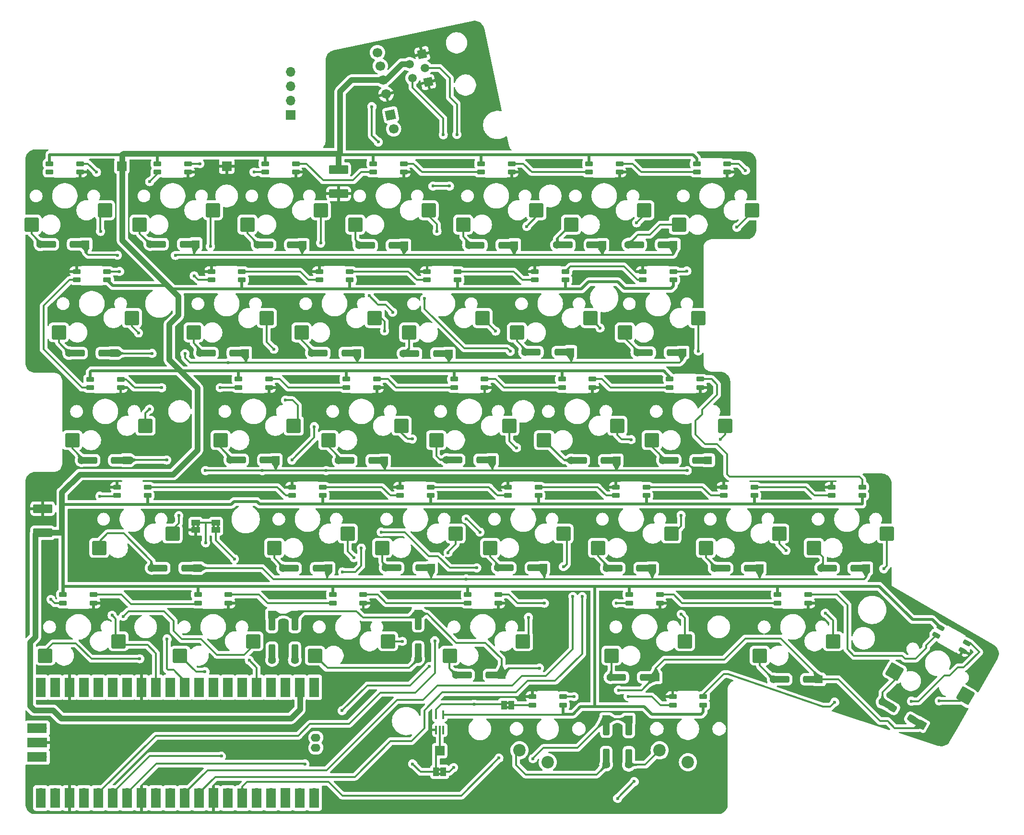
<source format=gbr>
%TF.GenerationSoftware,KiCad,Pcbnew,8.0.7*%
%TF.CreationDate,2025-08-07T21:50:34+02:00*%
%TF.ProjectId,pcb_keyboard_sx_rj11,7063625f-6b65-4796-926f-6172645f7378,rev?*%
%TF.SameCoordinates,Original*%
%TF.FileFunction,Copper,L2,Bot*%
%TF.FilePolarity,Positive*%
%FSLAX46Y46*%
G04 Gerber Fmt 4.6, Leading zero omitted, Abs format (unit mm)*
G04 Created by KiCad (PCBNEW 8.0.7) date 2025-08-07 21:50:34*
%MOMM*%
%LPD*%
G01*
G04 APERTURE LIST*
G04 Aperture macros list*
%AMRoundRect*
0 Rectangle with rounded corners*
0 $1 Rounding radius*
0 $2 $3 $4 $5 $6 $7 $8 $9 X,Y pos of 4 corners*
0 Add a 4 corners polygon primitive as box body*
4,1,4,$2,$3,$4,$5,$6,$7,$8,$9,$2,$3,0*
0 Add four circle primitives for the rounded corners*
1,1,$1+$1,$2,$3*
1,1,$1+$1,$4,$5*
1,1,$1+$1,$6,$7*
1,1,$1+$1,$8,$9*
0 Add four rect primitives between the rounded corners*
20,1,$1+$1,$2,$3,$4,$5,0*
20,1,$1+$1,$4,$5,$6,$7,0*
20,1,$1+$1,$6,$7,$8,$9,0*
20,1,$1+$1,$8,$9,$2,$3,0*%
%AMHorizOval*
0 Thick line with rounded ends*
0 $1 width*
0 $2 $3 position (X,Y) of the first rounded end (center of the circle)*
0 $4 $5 position (X,Y) of the second rounded end (center of the circle)*
0 Add line between two ends*
20,1,$1,$2,$3,$4,$5,0*
0 Add two circle primitives to create the rounded ends*
1,1,$1,$2,$3*
1,1,$1,$4,$5*%
%AMRotRect*
0 Rectangle, with rotation*
0 The origin of the aperture is its center*
0 $1 length*
0 $2 width*
0 $3 Rotation angle, in degrees counterclockwise*
0 Add horizontal line*
21,1,$1,$2,0,0,$3*%
G04 Aperture macros list end*
%TA.AperFunction,EtchedComponent*%
%ADD10C,0.000000*%
%TD*%
%TA.AperFunction,SMDPad,CuDef*%
%ADD11RoundRect,0.250000X1.025000X1.000000X-1.025000X1.000000X-1.025000X-1.000000X1.025000X-1.000000X0*%
%TD*%
%TA.AperFunction,ComponentPad*%
%ADD12RotRect,1.520000X1.520000X101.899000*%
%TD*%
%TA.AperFunction,ComponentPad*%
%ADD13C,1.520000*%
%TD*%
%TA.AperFunction,ComponentPad*%
%ADD14R,1.700000X1.700000*%
%TD*%
%TA.AperFunction,ComponentPad*%
%ADD15O,1.700000X1.700000*%
%TD*%
%TA.AperFunction,ComponentPad*%
%ADD16C,2.200000*%
%TD*%
%TA.AperFunction,ComponentPad*%
%ADD17R,1.400000X1.400000*%
%TD*%
%TA.AperFunction,SMDPad,CuDef*%
%ADD18R,1.600000X1.200000*%
%TD*%
%TA.AperFunction,SMDPad,CuDef*%
%ADD19RoundRect,0.300000X0.400000X0.300000X-0.400000X0.300000X-0.400000X-0.300000X0.400000X-0.300000X0*%
%TD*%
%TA.AperFunction,SMDPad,CuDef*%
%ADD20R,2.140000X1.200000*%
%TD*%
%TA.AperFunction,ComponentPad*%
%ADD21C,1.400000*%
%TD*%
%TA.AperFunction,SMDPad,CuDef*%
%ADD22RoundRect,0.250000X1.387676X0.353525X-0.387676X1.378525X-1.387676X-0.353525X0.387676X-1.378525X0*%
%TD*%
%TA.AperFunction,SMDPad,CuDef*%
%ADD23RoundRect,0.205000X0.495000X0.205000X-0.495000X0.205000X-0.495000X-0.205000X0.495000X-0.205000X0*%
%TD*%
%TA.AperFunction,SMDPad,CuDef*%
%ADD24RoundRect,0.300000X0.450000X0.300000X-0.450000X0.300000X-0.450000X-0.300000X0.450000X-0.300000X0*%
%TD*%
%TA.AperFunction,SMDPad,CuDef*%
%ADD25R,2.120000X1.200000*%
%TD*%
%TA.AperFunction,SMDPad,CuDef*%
%ADD26RoundRect,0.250000X1.450000X-0.537500X1.450000X0.537500X-1.450000X0.537500X-1.450000X-0.537500X0*%
%TD*%
%TA.AperFunction,SMDPad,CuDef*%
%ADD27R,1.700000X3.500000*%
%TD*%
%TA.AperFunction,SMDPad,CuDef*%
%ADD28R,3.500000X1.700000*%
%TD*%
%TA.AperFunction,ComponentPad*%
%ADD29O,1.700000X1.400000*%
%TD*%
%TA.AperFunction,SMDPad,CuDef*%
%ADD30RoundRect,0.205000X0.531183X-0.069965X-0.326183X0.425035X-0.531183X0.069965X0.326183X-0.425035X0*%
%TD*%
%TA.AperFunction,SMDPad,CuDef*%
%ADD31R,1.000000X1.500000*%
%TD*%
%TA.AperFunction,SMDPad,CuDef*%
%ADD32RoundRect,0.205000X-0.495000X-0.205000X0.495000X-0.205000X0.495000X0.205000X-0.495000X0.205000X0*%
%TD*%
%TA.AperFunction,SMDPad,CuDef*%
%ADD33R,1.500000X1.000000*%
%TD*%
%TA.AperFunction,ComponentPad*%
%ADD34RotRect,1.400000X1.400000X150.000000*%
%TD*%
%TA.AperFunction,SMDPad,CuDef*%
%ADD35RotRect,1.600000X1.200000X150.000000*%
%TD*%
%TA.AperFunction,SMDPad,CuDef*%
%ADD36RoundRect,0.300000X0.539711X0.034808X-0.239711X0.484808X-0.539711X-0.034808X0.239711X-0.484808X0*%
%TD*%
%TA.AperFunction,SMDPad,CuDef*%
%ADD37RoundRect,0.300000X0.496410X0.059808X-0.196410X0.459808X-0.496410X-0.059808X0.196410X-0.459808X0*%
%TD*%
%TA.AperFunction,SMDPad,CuDef*%
%ADD38RotRect,2.120000X1.200000X150.000000*%
%TD*%
%TA.AperFunction,ComponentPad*%
%ADD39RotRect,1.700000X1.700000X191.899000*%
%TD*%
%TA.AperFunction,ComponentPad*%
%ADD40HorizOval,1.700000X0.000000X0.000000X0.000000X0.000000X0*%
%TD*%
%TA.AperFunction,SMDPad,CuDef*%
%ADD41R,1.200000X1.600000*%
%TD*%
%TA.AperFunction,SMDPad,CuDef*%
%ADD42RoundRect,0.300000X-0.300000X0.450000X-0.300000X-0.450000X0.300000X-0.450000X0.300000X0.450000X0*%
%TD*%
%TA.AperFunction,SMDPad,CuDef*%
%ADD43RoundRect,0.300000X-0.300000X0.400000X-0.300000X-0.400000X0.300000X-0.400000X0.300000X0.400000X0*%
%TD*%
%TA.AperFunction,SMDPad,CuDef*%
%ADD44R,1.200000X2.120000*%
%TD*%
%TA.AperFunction,SMDPad,CuDef*%
%ADD45RoundRect,0.100000X0.100000X-0.650000X0.100000X0.650000X-0.100000X0.650000X-0.100000X-0.650000X0*%
%TD*%
%TA.AperFunction,SMDPad,CuDef*%
%ADD46RoundRect,0.250000X-1.450000X0.537500X-1.450000X-0.537500X1.450000X-0.537500X1.450000X0.537500X0*%
%TD*%
%TA.AperFunction,ViaPad*%
%ADD47C,0.600000*%
%TD*%
%TA.AperFunction,Conductor*%
%ADD48C,0.300000*%
%TD*%
%TA.AperFunction,Conductor*%
%ADD49C,0.350000*%
%TD*%
%TA.AperFunction,Conductor*%
%ADD50C,0.250000*%
%TD*%
%TA.AperFunction,Conductor*%
%ADD51C,0.500000*%
%TD*%
%TA.AperFunction,Conductor*%
%ADD52C,1.000000*%
%TD*%
%TA.AperFunction,Conductor*%
%ADD53C,0.600000*%
%TD*%
G04 APERTURE END LIST*
D10*
%TA.AperFunction,EtchedComponent*%
%TO.C,JP3*%
G36*
X109104000Y-136817000D02*
G01*
X108604000Y-136817000D01*
X108604000Y-136417000D01*
X109104000Y-136417000D01*
X109104000Y-136817000D01*
G37*
%TD.AperFunction*%
%TA.AperFunction,EtchedComponent*%
G36*
X109104000Y-137617000D02*
G01*
X108604000Y-137617000D01*
X108604000Y-137217000D01*
X109104000Y-137217000D01*
X109104000Y-137617000D01*
G37*
%TD.AperFunction*%
%TA.AperFunction,EtchedComponent*%
%TO.C,JP1*%
G36*
X53604000Y-105667000D02*
G01*
X53204000Y-105667000D01*
X53204000Y-105167000D01*
X53604000Y-105167000D01*
X53604000Y-105667000D01*
G37*
%TD.AperFunction*%
%TA.AperFunction,EtchedComponent*%
G36*
X54404000Y-105667000D02*
G01*
X54004000Y-105667000D01*
X54004000Y-105167000D01*
X54404000Y-105167000D01*
X54404000Y-105667000D01*
G37*
%TD.AperFunction*%
%TA.AperFunction,EtchedComponent*%
%TO.C,JP4*%
G36*
X97119000Y-148592000D02*
G01*
X96619000Y-148592000D01*
X96619000Y-148192000D01*
X97119000Y-148192000D01*
X97119000Y-148592000D01*
G37*
%TD.AperFunction*%
%TA.AperFunction,EtchedComponent*%
G36*
X97119000Y-149392000D02*
G01*
X96619000Y-149392000D01*
X96619000Y-148992000D01*
X97119000Y-148992000D01*
X97119000Y-149392000D01*
G37*
%TD.AperFunction*%
%TA.AperFunction,EtchedComponent*%
%TO.C,JP2*%
G36*
X57154000Y-105667000D02*
G01*
X56754000Y-105667000D01*
X56754000Y-105167000D01*
X57154000Y-105167000D01*
X57154000Y-105667000D01*
G37*
%TD.AperFunction*%
%TA.AperFunction,EtchedComponent*%
G36*
X57954000Y-105667000D02*
G01*
X57554000Y-105667000D01*
X57554000Y-105167000D01*
X57954000Y-105167000D01*
X57954000Y-105667000D01*
G37*
%TD.AperFunction*%
%TD*%
D11*
%TO.P,S34,1,1*%
%TO.N,Col 7*%
X175834000Y-106697000D03*
%TO.P,S34,2,2*%
%TO.N,Net-(D34-A)*%
X162907000Y-109237000D03*
%TD*%
%TO.P,S17,1,1*%
%TO.N,Col 4*%
X104434000Y-68607000D03*
%TO.P,S17,2,2*%
%TO.N,Net-(D17-A)*%
X91507000Y-71147000D03*
%TD*%
%TO.P,S8,1,1*%
%TO.N,Col 2*%
X66354000Y-68607000D03*
%TO.P,S8,2,2*%
%TO.N,Net-(D8-A)*%
X53427000Y-71147000D03*
%TD*%
%TO.P,S3,1,1*%
%TO.N,Col 0*%
X44932750Y-87647000D03*
%TO.P,S3,2,2*%
%TO.N,Net-(D3-A)*%
X32005750Y-90187000D03*
%TD*%
%TO.P,S11,1,1*%
%TO.N,Col 2*%
X80634000Y-106697000D03*
%TO.P,S11,2,2*%
%TO.N,Net-(D11-A)*%
X67707000Y-109237000D03*
%TD*%
%TO.P,S4,1,1*%
%TO.N,Col 0*%
X40170250Y-125727000D03*
%TO.P,S4,2,2*%
%TO.N,Net-(D4-A)*%
X27243250Y-128267000D03*
%TD*%
%TO.P,S13,1,1*%
%TO.N,Col 3*%
X87770250Y-125727000D03*
%TO.P,S13,2,2*%
%TO.N,Net-(D13-A)*%
X74843250Y-128267000D03*
%TD*%
%TO.P,S16,1,1*%
%TO.N,Col 3*%
X99674000Y-106697000D03*
%TO.P,S16,2,2*%
%TO.N,Net-(D16-A)*%
X86747000Y-109237000D03*
%TD*%
%TO.P,S21,1,1*%
%TO.N,Col 4*%
X111570250Y-125727000D03*
%TO.P,S21,2,2*%
%TO.N,Net-(D21-A)*%
X98643250Y-128267000D03*
%TD*%
D12*
%TO.P,J1,1*%
%TO.N,GND*%
X94820093Y-26910781D03*
X93772663Y-21939937D03*
D13*
%TO.P,J1,2*%
%TO.N,TX*%
X92072816Y-26191785D03*
%TO.P,J1,3*%
%TO.N,RX*%
X94296379Y-24425357D03*
%TO.P,J1,4*%
%TO.N,+5V*%
X91549100Y-23706363D03*
%TD*%
D11*
%TO.P,S22,1,1*%
%TO.N,Col 4*%
X118714000Y-106697000D03*
%TO.P,S22,2,2*%
%TO.N,Net-(D22-A)*%
X105787000Y-109237000D03*
%TD*%
D14*
%TO.P,J2,1,GND*%
%TO.N,unconnected-(J2-GND-Pad1)*%
X70524000Y-32677000D03*
D15*
%TO.P,J2,2,VCC*%
%TO.N,unconnected-(J2-VCC-Pad2)*%
X70524000Y-30137000D03*
%TO.P,J2,3,SCL*%
%TO.N,unconnected-(J2-SCL-Pad3)*%
X70524000Y-27597000D03*
%TO.P,J2,4,SDA*%
%TO.N,unconnected-(J2-SDA-Pad4)*%
X70524000Y-25057000D03*
%TD*%
D11*
%TO.P,S7,1,1*%
%TO.N,Col 1*%
X63970250Y-125727000D03*
%TO.P,S7,2,2*%
%TO.N,Net-(D7-A)*%
X51043250Y-128267000D03*
%TD*%
%TO.P,S5,1,1*%
%TO.N,Col 1*%
X49695250Y-106697000D03*
%TO.P,S5,2,2*%
%TO.N,Net-(D5-A)*%
X36768250Y-109237000D03*
%TD*%
%TO.P,S27,1,1*%
%TO.N,Col 5*%
X137754000Y-106697000D03*
%TO.P,S27,2,2*%
%TO.N,Net-(D27-A)*%
X124827000Y-109237000D03*
%TD*%
%TO.P,S28,1,1*%
%TO.N,Col 6*%
X142514000Y-68607000D03*
%TO.P,S28,2,2*%
%TO.N,Net-(D28-A)*%
X129587000Y-71147000D03*
%TD*%
D16*
%TO.P,S29,1,1*%
%TO.N,Col 6*%
X140699000Y-147102000D03*
%TO.P,S29,2,2*%
%TO.N,Net-(D29-A)*%
X135699000Y-145002000D03*
%TD*%
%TO.P,S20,1,1*%
%TO.N,Col 4*%
X115949000Y-147102000D03*
%TO.P,S20,2,2*%
%TO.N,Net-(D20-A)*%
X110949000Y-145002000D03*
%TD*%
D11*
%TO.P,S23,1,1*%
%TO.N,Col 5*%
X123474000Y-68607000D03*
%TO.P,S23,2,2*%
%TO.N,Net-(D23-A)*%
X110547000Y-71147000D03*
%TD*%
%TO.P,S32,1,1*%
%TO.N,Col 6*%
X156794000Y-106697000D03*
%TO.P,S32,2,2*%
%TO.N,Net-(D32-A)*%
X143867000Y-109237000D03*
%TD*%
%TO.P,S9,1,1*%
%TO.N,Col 2*%
X71109000Y-87647000D03*
%TO.P,S9,2,2*%
%TO.N,Net-(D9-A)*%
X58182000Y-90187000D03*
%TD*%
%TO.P,S2,1,1*%
%TO.N,Col 0*%
X42551500Y-68597000D03*
%TO.P,S2,2,2*%
%TO.N,Net-(D2-A)*%
X29624500Y-71137000D03*
%TD*%
D14*
%TO.P,TP3,1,1*%
%TO.N,LED 3.3V*%
X96859000Y-145062000D03*
%TD*%
D17*
%TO.P,D6,1,K*%
%TO.N,Row 0*%
X53774000Y-55537000D03*
D18*
X52524000Y-55537000D03*
D19*
X51674000Y-55537000D03*
%TO.P,D6,2,A*%
%TO.N,Net-(D6-A)*%
X47874000Y-55537000D03*
D20*
X46804000Y-55537000D03*
D21*
X45774000Y-55537000D03*
%TD*%
D11*
%TO.P,S19,1,1*%
%TO.N,Col 4*%
X113949000Y-49557000D03*
%TO.P,S19,2,2*%
%TO.N,Net-(D19-A)*%
X101022000Y-52097000D03*
%TD*%
D14*
%TO.P,TP1,1,1*%
%TO.N,+5V*%
X40774000Y-41757000D03*
%TD*%
D11*
%TO.P,S18,1,1*%
%TO.N,Col 4*%
X109189000Y-87647000D03*
%TO.P,S18,2,2*%
%TO.N,Net-(D18-A)*%
X96262000Y-90187000D03*
%TD*%
%TO.P,S12,1,1*%
%TO.N,Col 3*%
X85394000Y-68607000D03*
%TO.P,S12,2,2*%
%TO.N,Net-(D12-A)*%
X72467000Y-71147000D03*
%TD*%
%TO.P,S10,1,1*%
%TO.N,Col 2*%
X75869000Y-49557000D03*
%TO.P,S10,2,2*%
%TO.N,Net-(D10-A)*%
X62942000Y-52097000D03*
%TD*%
%TO.P,S15,1,1*%
%TO.N,Col 3*%
X94909000Y-49557000D03*
%TO.P,S15,2,2*%
%TO.N,Net-(D15-A)*%
X81982000Y-52097000D03*
%TD*%
%TO.P,S26,1,1*%
%TO.N,Col 5*%
X140132750Y-125727000D03*
%TO.P,S26,2,2*%
%TO.N,Net-(D26-A)*%
X127205750Y-128267000D03*
%TD*%
%TO.P,S25,1,1*%
%TO.N,Col 5*%
X132989000Y-49557000D03*
%TO.P,S25,2,2*%
%TO.N,Net-(D25-A)*%
X120062000Y-52097000D03*
%TD*%
%TO.P,S30,1,1*%
%TO.N,Col 6*%
X147269000Y-87647000D03*
%TO.P,S30,2,2*%
%TO.N,Net-(D30-A)*%
X134342000Y-90187000D03*
%TD*%
%TO.P,S1,1,1*%
%TO.N,Col 0*%
X37789000Y-49557000D03*
%TO.P,S1,2,2*%
%TO.N,Net-(D1-A)*%
X24862000Y-52097000D03*
%TD*%
%TO.P,S33,1,1*%
%TO.N,Col 7*%
X166309000Y-125727000D03*
%TO.P,S33,2,2*%
%TO.N,Net-(D33-A)*%
X153382000Y-128267000D03*
%TD*%
%TO.P,S14,1,1*%
%TO.N,Col 3*%
X90149000Y-87647000D03*
%TO.P,S14,2,2*%
%TO.N,Net-(D14-A)*%
X77222000Y-90187000D03*
%TD*%
%TO.P,S6,1,1*%
%TO.N,Col 1*%
X56829000Y-49557000D03*
%TO.P,S6,2,2*%
%TO.N,Net-(D6-A)*%
X43902000Y-52097000D03*
%TD*%
D14*
%TO.P,TP2,1,1*%
%TO.N,GND*%
X59274000Y-41757000D03*
%TD*%
D11*
%TO.P,S24,1,1*%
%TO.N,Col 5*%
X128229000Y-87647000D03*
%TO.P,S24,2,2*%
%TO.N,Net-(D24-A)*%
X115302000Y-90187000D03*
%TD*%
D22*
%TO.P,S35,1,1*%
%TO.N,Col 8*%
X189651790Y-135367205D03*
%TO.P,S35,2,2*%
%TO.N,Net-(D35-A)*%
X177186680Y-131103409D03*
%TD*%
D11*
%TO.P,S31,1,1*%
%TO.N,Col 6*%
X152029000Y-49557000D03*
%TO.P,S31,2,2*%
%TO.N,Net-(D31-A)*%
X139102000Y-52097000D03*
%TD*%
D23*
%TO.P,LED9,1,VDD*%
%TO.N,+5V*%
X61324000Y-79408000D03*
%TO.P,LED9,2,DOUT*%
%TO.N,Net-(LED3-DIN)*%
X61324000Y-80908000D03*
%TO.P,LED9,3,VSS*%
%TO.N,GND*%
X66724000Y-80908000D03*
%TO.P,LED9,4,DIN*%
%TO.N,Net-(LED14-DOUT)*%
X66724000Y-79408000D03*
%TD*%
D17*
%TO.P,D12,1,K*%
%TO.N,Row 1*%
X82314000Y-74787000D03*
D18*
X81014000Y-74787000D03*
D24*
X80264000Y-74787000D03*
D19*
%TO.P,D12,2,A*%
%TO.N,Net-(D12-A)*%
X76414000Y-74787000D03*
D25*
X75354000Y-74787000D03*
D21*
X74314000Y-74787000D03*
%TD*%
D17*
%TO.P,D33,1,K*%
%TO.N,Row 4*%
X163814000Y-132467000D03*
D18*
X162514000Y-132467000D03*
D24*
X161764000Y-132467000D03*
D19*
%TO.P,D33,2,A*%
%TO.N,Net-(D33-A)*%
X157914000Y-132467000D03*
D25*
X156854000Y-132467000D03*
D21*
X155814000Y-132467000D03*
%TD*%
D26*
%TO.P,begin1,1*%
%TO.N,+5V*%
X26784000Y-106564500D03*
%TO.P,begin1,2*%
%TO.N,GND*%
X26784000Y-102289500D03*
%TD*%
D15*
%TO.P,U2,1,GPIO0*%
%TO.N,Col 7*%
X74734000Y-152547000D03*
D27*
X74734000Y-153447000D03*
D15*
%TO.P,U2,2,GPIO1*%
%TO.N,Col 8*%
X72194000Y-152547000D03*
D27*
X72194000Y-153447000D03*
D14*
%TO.P,U2,3,GND*%
%TO.N,unconnected-(U2-GND-Pad3)_1*%
X69654000Y-152547000D03*
D27*
%TO.N,unconnected-(U2-GND-Pad3)*%
X69654000Y-153447000D03*
D15*
%TO.P,U2,4,GPIO2*%
%TO.N,Col 5*%
X67114000Y-152547000D03*
D27*
X67114000Y-153447000D03*
D15*
%TO.P,U2,5,GPIO3*%
%TO.N,Col 6*%
X64574000Y-152547000D03*
D27*
X64574000Y-153447000D03*
D15*
%TO.P,U2,6,GPIO4*%
%TO.N,Row 4*%
X62034000Y-152547000D03*
D27*
X62034000Y-153447000D03*
D15*
%TO.P,U2,7,GPIO5*%
%TO.N,unconnected-(U2-GPIO5-Pad7)_1*%
X59494000Y-152547000D03*
D27*
%TO.N,unconnected-(U2-GPIO5-Pad7)*%
X59494000Y-153447000D03*
D14*
%TO.P,U2,8,GND*%
%TO.N,GND*%
X56954000Y-152547000D03*
D27*
X56954000Y-153447000D03*
D15*
%TO.P,U2,9,GPIO6*%
%TO.N,SDA*%
X54414000Y-152547000D03*
D27*
X54414000Y-153447000D03*
D15*
%TO.P,U2,10,GPIO7*%
%TO.N,SCL*%
X51874000Y-152547000D03*
D27*
X51874000Y-153447000D03*
D15*
%TO.P,U2,11,GPIO8*%
%TO.N,Row 5*%
X49334000Y-152547000D03*
D27*
X49334000Y-153447000D03*
D15*
%TO.P,U2,12,GPIO9*%
%TO.N,Col 3*%
X46794000Y-152547000D03*
D27*
X46794000Y-153447000D03*
D14*
%TO.P,U2,13,GND*%
%TO.N,GND*%
X44254000Y-152547000D03*
D27*
X44254000Y-153447000D03*
D15*
%TO.P,U2,14,GPIO10*%
%TO.N,LED 3.3V*%
X41714000Y-152547000D03*
D27*
X41714000Y-153447000D03*
D15*
%TO.P,U2,15,GPIO11*%
%TO.N,Col 4*%
X39174000Y-152547000D03*
D27*
X39174000Y-153447000D03*
D15*
%TO.P,U2,16,GPIO12*%
%TO.N,Row 3*%
X36634000Y-152547000D03*
D27*
X36634000Y-153447000D03*
D15*
%TO.P,U2,17,GPIO13*%
%TO.N,Col 2*%
X34094000Y-152547000D03*
D27*
X34094000Y-153447000D03*
D14*
%TO.P,U2,18,GND*%
%TO.N,GND*%
X31554000Y-152547000D03*
D27*
X31554000Y-153447000D03*
D15*
%TO.P,U2,19,GPIO14*%
%TO.N,unconnected-(U2-GPIO14-Pad19)*%
X29014000Y-152547000D03*
D27*
%TO.N,unconnected-(U2-GPIO14-Pad19)_1*%
X29014000Y-153447000D03*
D15*
%TO.P,U2,20,GPIO15*%
%TO.N,unconnected-(U2-GPIO15-Pad20)*%
X26474000Y-152547000D03*
D27*
%TO.N,unconnected-(U2-GPIO15-Pad20)_1*%
X26474000Y-153447000D03*
D15*
%TO.P,U2,21,GPIO16*%
%TO.N,RX*%
X26474000Y-134767000D03*
D27*
X26474000Y-133867000D03*
D15*
%TO.P,U2,22,GPIO17*%
%TO.N,TX*%
X29014000Y-134767000D03*
D27*
X29014000Y-133867000D03*
D14*
%TO.P,U2,23,GND*%
%TO.N,GND*%
X31554000Y-134767000D03*
D27*
X31554000Y-133867000D03*
D15*
%TO.P,U2,24,GPIO18*%
%TO.N,Row 2*%
X34094000Y-134767000D03*
D27*
X34094000Y-133867000D03*
D15*
%TO.P,U2,25,GPIO19*%
%TO.N,Row 0*%
X36634000Y-134767000D03*
D27*
X36634000Y-133867000D03*
D15*
%TO.P,U2,26,GPIO20*%
%TO.N,Col 1*%
X39174000Y-134767000D03*
D27*
X39174000Y-133867000D03*
D15*
%TO.P,U2,27,GPIO21*%
%TO.N,Row 1*%
X41714000Y-134767000D03*
D27*
X41714000Y-133867000D03*
D14*
%TO.P,U2,28,GND*%
%TO.N,GND*%
X44254000Y-134767000D03*
D27*
X44254000Y-133867000D03*
D15*
%TO.P,U2,29,GPIO22*%
%TO.N,Col 0*%
X46794000Y-134767000D03*
D27*
X46794000Y-133867000D03*
D15*
%TO.P,U2,30,RUN*%
%TO.N,unconnected-(U2-RUN-Pad30)*%
X49334000Y-134767000D03*
D27*
%TO.N,unconnected-(U2-RUN-Pad30)_1*%
X49334000Y-133867000D03*
D15*
%TO.P,U2,31,GPIO26_ADC0*%
%TO.N,SPLIT_HAND_PIN*%
X51874000Y-134767000D03*
D27*
X51874000Y-133867000D03*
D15*
%TO.P,U2,32,GPIO27_ADC1*%
%TO.N,unconnected-(U2-GPIO27_ADC1-Pad32)_1*%
X54414000Y-134767000D03*
D27*
%TO.N,unconnected-(U2-GPIO27_ADC1-Pad32)*%
X54414000Y-133867000D03*
D14*
%TO.P,U2,33,AGND*%
%TO.N,unconnected-(U2-AGND-Pad33)*%
X56954000Y-134767000D03*
D27*
%TO.N,unconnected-(U2-AGND-Pad33)_1*%
X56954000Y-133867000D03*
D15*
%TO.P,U2,34,GPIO28_ADC2*%
%TO.N,unconnected-(U2-GPIO28_ADC2-Pad34)_1*%
X59494000Y-134767000D03*
D27*
%TO.N,unconnected-(U2-GPIO28_ADC2-Pad34)*%
X59494000Y-133867000D03*
D15*
%TO.P,U2,35,ADC_VREF*%
%TO.N,unconnected-(U2-ADC_VREF-Pad35)_1*%
X62034000Y-134767000D03*
D27*
%TO.N,unconnected-(U2-ADC_VREF-Pad35)*%
X62034000Y-133867000D03*
D15*
%TO.P,U2,36,3V3*%
%TO.N,+3.3V*%
X64574000Y-134767000D03*
D27*
X64574000Y-133867000D03*
D15*
%TO.P,U2,37,3V3_EN*%
%TO.N,unconnected-(U2-3V3_EN-Pad37)_1*%
X67114000Y-134767000D03*
D27*
%TO.N,unconnected-(U2-3V3_EN-Pad37)*%
X67114000Y-133867000D03*
D14*
%TO.P,U2,38,GND*%
%TO.N,unconnected-(U2-GND-Pad38)*%
X69654000Y-134767000D03*
D27*
%TO.N,unconnected-(U2-GND-Pad38)_1*%
X69654000Y-133867000D03*
D15*
%TO.P,U2,39,VSYS*%
%TO.N,+5V*%
X72194000Y-134767000D03*
D27*
X72194000Y-133867000D03*
D15*
%TO.P,U2,40,VBUS*%
%TO.N,unconnected-(U2-VBUS-Pad40)*%
X74734000Y-134767000D03*
D27*
%TO.N,unconnected-(U2-VBUS-Pad40)_1*%
X74734000Y-133867000D03*
D15*
%TO.P,U2,41,SWCLK*%
%TO.N,unconnected-(U2-SWCLK-Pad41)_1*%
X26704000Y-146197000D03*
D28*
%TO.N,unconnected-(U2-SWCLK-Pad41)*%
X25804000Y-146197000D03*
D14*
%TO.P,U2,42,GND*%
%TO.N,GND*%
X26704000Y-143657000D03*
D28*
X25804000Y-143657000D03*
D15*
%TO.P,U2,43,SWDIO*%
%TO.N,unconnected-(U2-SWDIO-Pad43)_1*%
X26704000Y-141117000D03*
D28*
%TO.N,unconnected-(U2-SWDIO-Pad43)*%
X25804000Y-141117000D03*
D29*
%TO.P,U2,44,data+*%
%TO.N,Data+*%
X75004000Y-144557000D03*
%TO.P,U2,45,data-*%
%TO.N,Data-*%
X75004000Y-142757000D03*
%TD*%
D17*
%TO.P,D16,1,K*%
%TO.N,Row 3*%
X95344000Y-112767000D03*
D18*
X94044000Y-112767000D03*
D24*
X93294000Y-112767000D03*
D19*
%TO.P,D16,2,A*%
%TO.N,Net-(D16-A)*%
X89444000Y-112767000D03*
D25*
X88384000Y-112767000D03*
D21*
X87344000Y-112767000D03*
%TD*%
D23*
%TO.P,LED21,1,VDD*%
%TO.N,+5V*%
X101785250Y-117498000D03*
%TO.P,LED21,2,DOUT*%
%TO.N,Net-(LED13-DIN)*%
X101785250Y-118998000D03*
%TO.P,LED21,3,VSS*%
%TO.N,GND*%
X107185250Y-118998000D03*
%TO.P,LED21,4,DIN*%
%TO.N,Net-(LED21-DIN)*%
X107185250Y-117498000D03*
%TD*%
D30*
%TO.P,LED35,1,VDD*%
%TO.N,+5V*%
X185292231Y-123348182D03*
%TO.P,LED35,2,DOUT*%
%TO.N,Net-(LED33-DIN)*%
X184542231Y-124647220D03*
%TO.P,LED35,3,VSS*%
%TO.N,GND*%
X189218769Y-127347220D03*
%TO.P,LED35,4,DIN*%
%TO.N,Net-(LED29-DOUT)*%
X189968769Y-126048182D03*
%TD*%
D31*
%TO.P,JP3,1,A*%
%TO.N,LED 5V*%
X108204000Y-137017000D03*
%TO.P,JP3,2,B*%
%TO.N,Net-(JP3-B)*%
X109504000Y-137017000D03*
%TD*%
D32*
%TO.P,LED8,1,VDD*%
%TO.N,+5V*%
X61964000Y-61868000D03*
%TO.P,LED8,2,DOUT*%
%TO.N,Net-(LED12-DIN)*%
X61964000Y-60368000D03*
%TO.P,LED8,3,VSS*%
%TO.N,GND*%
X56564000Y-60368000D03*
%TO.P,LED8,4,DIN*%
%TO.N,Net-(LED2-DOUT)*%
X56564000Y-61868000D03*
%TD*%
D17*
%TO.P,D15,1,K*%
%TO.N,Row 0*%
X90651500Y-55768250D03*
D18*
X89351500Y-55768250D03*
D24*
X88601500Y-55768250D03*
D19*
%TO.P,D15,2,A*%
%TO.N,Net-(D15-A)*%
X84751500Y-55768250D03*
D25*
X83691500Y-55768250D03*
D21*
X82651500Y-55768250D03*
%TD*%
D33*
%TO.P,JP1,1,A*%
%TO.N,SPLIT_HAND_PIN*%
X53804000Y-104767000D03*
%TO.P,JP1,2,B*%
%TO.N,GND*%
X53804000Y-106067000D03*
%TD*%
D17*
%TO.P,D28,1,K*%
%TO.N,Row 1*%
X139734000Y-74697000D03*
D18*
X138434000Y-74697000D03*
D24*
X137684000Y-74697000D03*
D19*
%TO.P,D28,2,A*%
%TO.N,Net-(D28-A)*%
X133834000Y-74697000D03*
D25*
X132774000Y-74697000D03*
D21*
X131734000Y-74697000D03*
%TD*%
D17*
%TO.P,D9,1,K*%
%TO.N,Row 2*%
X67904000Y-93697000D03*
D18*
X66604000Y-93697000D03*
D24*
X65854000Y-93697000D03*
D19*
%TO.P,D9,2,A*%
%TO.N,Net-(D9-A)*%
X62004000Y-93697000D03*
D25*
X60944000Y-93697000D03*
D21*
X59904000Y-93697000D03*
%TD*%
D17*
%TO.P,D30,1,K*%
%TO.N,Row 2*%
X144251500Y-93728250D03*
D18*
X142951500Y-93728250D03*
D24*
X142201500Y-93728250D03*
D19*
%TO.P,D30,2,A*%
%TO.N,Net-(D30-A)*%
X138351500Y-93728250D03*
D25*
X137291500Y-93728250D03*
D21*
X136251500Y-93728250D03*
%TD*%
D17*
%TO.P,D3,1,K*%
%TO.N,Row 2*%
X41644000Y-93727000D03*
D18*
X40344000Y-93727000D03*
D24*
X39594000Y-93727000D03*
D19*
%TO.P,D3,2,A*%
%TO.N,Net-(D3-A)*%
X35744000Y-93727000D03*
D25*
X34684000Y-93727000D03*
D21*
X33644000Y-93727000D03*
%TD*%
D17*
%TO.P,D27,1,K*%
%TO.N,Row 3*%
X134364000Y-112817000D03*
D18*
X133064000Y-112817000D03*
D24*
X132314000Y-112817000D03*
D19*
%TO.P,D27,2,A*%
%TO.N,Net-(D27-A)*%
X128464000Y-112817000D03*
D25*
X127404000Y-112817000D03*
D21*
X126364000Y-112817000D03*
%TD*%
D23*
%TO.P,LED30,1,VDD*%
%TO.N,+5V*%
X137484000Y-79408000D03*
%TO.P,LED30,2,DOUT*%
%TO.N,Net-(LED24-DIN)*%
X137484000Y-80908000D03*
%TO.P,LED30,3,VSS*%
%TO.N,GND*%
X142884000Y-80908000D03*
%TO.P,LED30,4,DIN*%
%TO.N,Net-(LED30-DIN)*%
X142884000Y-79408000D03*
%TD*%
%TO.P,LED31,1,VDD*%
%TO.N,+5V*%
X142244000Y-41328000D03*
%TO.P,LED31,2,DOUT*%
%TO.N,Net-(LED25-DIN)*%
X142244000Y-42828000D03*
%TO.P,LED31,3,VSS*%
%TO.N,GND*%
X147644000Y-42828000D03*
%TO.P,LED31,4,DIN*%
%TO.N,Net-(LED28-DOUT)*%
X147644000Y-41328000D03*
%TD*%
D17*
%TO.P,D11,1,K*%
%TO.N,Row 3*%
X77244000Y-112847000D03*
D18*
X75944000Y-112847000D03*
D24*
X75194000Y-112847000D03*
D19*
%TO.P,D11,2,A*%
%TO.N,Net-(D11-A)*%
X71344000Y-112847000D03*
D25*
X70284000Y-112847000D03*
D21*
X69244000Y-112847000D03*
%TD*%
D23*
%TO.P,LED3,1,VDD*%
%TO.N,+5V*%
X35147750Y-79418000D03*
%TO.P,LED3,2,DOUT*%
%TO.N,Net-(LED2-DIN)*%
X35147750Y-80918000D03*
%TO.P,LED3,3,VSS*%
%TO.N,GND*%
X40547750Y-80918000D03*
%TO.P,LED3,4,DIN*%
%TO.N,Net-(LED3-DIN)*%
X40547750Y-79418000D03*
%TD*%
%TO.P,LED14,1,VDD*%
%TO.N,+5V*%
X80364000Y-79408000D03*
%TO.P,LED14,2,DOUT*%
%TO.N,Net-(LED14-DOUT)*%
X80364000Y-80908000D03*
%TO.P,LED14,3,VSS*%
%TO.N,GND*%
X85764000Y-80908000D03*
%TO.P,LED14,4,DIN*%
%TO.N,Net-(LED14-DIN)*%
X85764000Y-79408000D03*
%TD*%
D17*
%TO.P,D2,1,K*%
%TO.N,Row 1*%
X39431500Y-74788250D03*
D18*
X38131500Y-74788250D03*
D24*
X37381500Y-74788250D03*
D19*
%TO.P,D2,2,A*%
%TO.N,Net-(D2-A)*%
X33531500Y-74788250D03*
D25*
X32471500Y-74788250D03*
D21*
X31431500Y-74788250D03*
%TD*%
D32*
%TO.P,LED12,1,VDD*%
%TO.N,+5V*%
X81004000Y-61868000D03*
%TO.P,LED12,2,DOUT*%
%TO.N,Net-(LED12-DOUT)*%
X81004000Y-60368000D03*
%TO.P,LED12,3,VSS*%
%TO.N,GND*%
X75604000Y-60368000D03*
%TO.P,LED12,4,DIN*%
%TO.N,Net-(LED12-DIN)*%
X75604000Y-61868000D03*
%TD*%
D34*
%TO.P,D35,1,K*%
%TO.N,Row 4*%
X181958102Y-140457000D03*
D35*
X180832269Y-139807000D03*
D36*
X180182750Y-139432000D03*
D37*
%TO.P,D35,2,A*%
%TO.N,Net-(D35-A)*%
X176848552Y-137507000D03*
D38*
X175930565Y-136977000D03*
D21*
X175029898Y-136457000D03*
%TD*%
D17*
%TO.P,D22,1,K*%
%TO.N,Row 3*%
X115151500Y-112768250D03*
D18*
X113851500Y-112768250D03*
D24*
X113101500Y-112768250D03*
D19*
%TO.P,D22,2,A*%
%TO.N,Net-(D22-A)*%
X109251500Y-112768250D03*
D25*
X108191500Y-112768250D03*
D21*
X107151500Y-112768250D03*
%TD*%
D23*
%TO.P,LED10,1,VDD*%
%TO.N,+5V*%
X66084000Y-41328000D03*
%TO.P,LED10,2,DOUT*%
%TO.N,Net-(LED10-DOUT)*%
X66084000Y-42828000D03*
%TO.P,LED10,3,VSS*%
%TO.N,GND*%
X71484000Y-42828000D03*
%TO.P,LED10,4,DIN*%
%TO.N,Net-(LED10-DIN)*%
X71484000Y-41328000D03*
%TD*%
D17*
%TO.P,D18,1,K*%
%TO.N,Row 2*%
X106114000Y-93677000D03*
D18*
X104814000Y-93677000D03*
D24*
X104064000Y-93677000D03*
D19*
%TO.P,D18,2,A*%
%TO.N,Net-(D18-A)*%
X100214000Y-93677000D03*
D25*
X99154000Y-93677000D03*
D21*
X98114000Y-93677000D03*
%TD*%
D23*
%TO.P,LED7,1,VDD*%
%TO.N,+5V*%
X54185250Y-117498000D03*
%TO.P,LED7,2,DOUT*%
%TO.N,Net-(LED4-DIN)*%
X54185250Y-118998000D03*
%TO.P,LED7,3,VSS*%
%TO.N,GND*%
X59585250Y-118998000D03*
%TO.P,LED7,4,DIN*%
%TO.N,Net-(LED13-DOUT)*%
X59585250Y-117498000D03*
%TD*%
D17*
%TO.P,D26,1,K*%
%TO.N,Row 4*%
X135001500Y-132088250D03*
D18*
X133701500Y-132088250D03*
D24*
X132951500Y-132088250D03*
D19*
%TO.P,D26,2,A*%
%TO.N,Net-(D26-A)*%
X129101500Y-132088250D03*
D25*
X128041500Y-132088250D03*
D21*
X127001500Y-132088250D03*
%TD*%
D39*
%TO.P,J4,1,Pin_1*%
%TO.N,Data-*%
X88204000Y-32687000D03*
D40*
%TO.P,J4,2,Pin_2*%
%TO.N,Data+*%
X88727715Y-35172422D03*
%TD*%
D32*
%TO.P,LED20,1,VDD*%
%TO.N,+5V*%
X118649000Y-137013000D03*
%TO.P,LED20,2,DOUT*%
%TO.N,Net-(LED20-DOUT)*%
X118649000Y-135513000D03*
%TO.P,LED20,3,VSS*%
%TO.N,GND*%
X113249000Y-135513000D03*
%TO.P,LED20,4,DIN*%
%TO.N,Net-(JP3-B)*%
X113249000Y-137013000D03*
%TD*%
%TO.P,LED28,1,VDD*%
%TO.N,+5V*%
X138124000Y-61868000D03*
%TO.P,LED28,2,DOUT*%
%TO.N,Net-(LED28-DOUT)*%
X138124000Y-60368000D03*
%TO.P,LED28,3,VSS*%
%TO.N,GND*%
X132724000Y-60368000D03*
%TO.P,LED28,4,DIN*%
%TO.N,Net-(LED23-DOUT)*%
X132724000Y-61868000D03*
%TD*%
D17*
%TO.P,D14,1,K*%
%TO.N,Row 2*%
X87064000Y-93767000D03*
D18*
X85764000Y-93767000D03*
D24*
X85014000Y-93767000D03*
D19*
%TO.P,D14,2,A*%
%TO.N,Net-(D14-A)*%
X81164000Y-93767000D03*
D25*
X80104000Y-93767000D03*
D21*
X79064000Y-93767000D03*
%TD*%
D17*
%TO.P,D17,1,K*%
%TO.N,Row 1*%
X98494000Y-74877000D03*
D18*
X97194000Y-74877000D03*
D24*
X96444000Y-74877000D03*
D19*
%TO.P,D17,2,A*%
%TO.N,Net-(D17-A)*%
X92594000Y-74877000D03*
D25*
X91534000Y-74877000D03*
D21*
X90494000Y-74877000D03*
%TD*%
D17*
%TO.P,D32,1,K*%
%TO.N,Row 3*%
X153384000Y-112817000D03*
D18*
X152084000Y-112817000D03*
D24*
X151334000Y-112817000D03*
D19*
%TO.P,D32,2,A*%
%TO.N,Net-(D32-A)*%
X147484000Y-112817000D03*
D25*
X146424000Y-112817000D03*
D21*
X145384000Y-112817000D03*
%TD*%
D32*
%TO.P,LED11,1,VDD*%
%TO.N,+5V*%
X76249000Y-99968000D03*
%TO.P,LED11,2,DOUT*%
%TO.N,Net-(LED11-DOUT)*%
X76249000Y-98468000D03*
%TO.P,LED11,3,VSS*%
%TO.N,GND*%
X70849000Y-98468000D03*
%TO.P,LED11,4,DIN*%
%TO.N,Net-(LED11-DIN)*%
X70849000Y-99968000D03*
%TD*%
%TO.P,LED2,1,VDD*%
%TO.N,+5V*%
X38164000Y-61868000D03*
%TO.P,LED2,2,DOUT*%
%TO.N,Net-(LED2-DOUT)*%
X38164000Y-60368000D03*
%TO.P,LED2,3,VSS*%
%TO.N,GND*%
X32764000Y-60368000D03*
%TO.P,LED2,4,DIN*%
%TO.N,Net-(LED2-DIN)*%
X32764000Y-61868000D03*
%TD*%
D40*
%TO.P,J3,1,Pin_1*%
%TO.N,SDA*%
X85872101Y-21674435D03*
%TO.P,J3,2,Pin_2*%
%TO.N,SCL*%
X86375197Y-24062006D03*
%TO.P,J3,3,Pin_3*%
%TO.N,+5V*%
X86898913Y-26547428D03*
%TO.P,J3,4,Pin_4*%
%TO.N,GND*%
X87422628Y-29032850D03*
%TD*%
D17*
%TO.P,D1,1,K*%
%TO.N,Row 0*%
X34354000Y-55567000D03*
D18*
X33054000Y-55567000D03*
D24*
X32304000Y-55567000D03*
D19*
%TO.P,D1,2,A*%
%TO.N,Net-(D1-A)*%
X28454000Y-55567000D03*
D25*
X27394000Y-55567000D03*
D21*
X26354000Y-55567000D03*
%TD*%
D23*
%TO.P,LED18,1,VDD*%
%TO.N,+5V*%
X99404000Y-79408000D03*
%TO.P,LED18,2,DOUT*%
%TO.N,Net-(LED14-DIN)*%
X99404000Y-80908000D03*
%TO.P,LED18,3,VSS*%
%TO.N,GND*%
X104804000Y-80908000D03*
%TO.P,LED18,4,DIN*%
%TO.N,Net-(LED18-DIN)*%
X104804000Y-79408000D03*
%TD*%
%TO.P,LED4,1,VDD*%
%TO.N,+5V*%
X30385250Y-117498000D03*
%TO.P,LED4,2,DOUT*%
%TO.N,Net-(LED4-DOUT)*%
X30385250Y-118998000D03*
%TO.P,LED4,3,VSS*%
%TO.N,GND*%
X35785250Y-118998000D03*
%TO.P,LED4,4,DIN*%
%TO.N,Net-(LED4-DIN)*%
X35785250Y-117498000D03*
%TD*%
D17*
%TO.P,D8,1,K*%
%TO.N,Row 1*%
X62544000Y-74787000D03*
D18*
X61244000Y-74787000D03*
D24*
X60494000Y-74787000D03*
D19*
%TO.P,D8,2,A*%
%TO.N,Net-(D8-A)*%
X56644000Y-74787000D03*
D25*
X55584000Y-74787000D03*
D21*
X54544000Y-74787000D03*
%TD*%
D17*
%TO.P,D13,1,K*%
%TO.N,Row 4*%
X93054000Y-120887000D03*
D41*
X93054000Y-122187000D03*
D42*
X93054000Y-122937000D03*
D43*
%TO.P,D13,2,A*%
%TO.N,Net-(D13-A)*%
X93054000Y-126787000D03*
D44*
X93054000Y-127847000D03*
D21*
X93054000Y-128887000D03*
%TD*%
D23*
%TO.P,LED19,1,VDD*%
%TO.N,+5V*%
X104164000Y-41328000D03*
%TO.P,LED19,2,DOUT*%
%TO.N,Net-(LED15-DIN)*%
X104164000Y-42828000D03*
%TO.P,LED19,3,VSS*%
%TO.N,GND*%
X109564000Y-42828000D03*
%TO.P,LED19,4,DIN*%
%TO.N,Net-(LED19-DIN)*%
X109564000Y-41328000D03*
%TD*%
D17*
%TO.P,D7,1,K*%
%TO.N,Row 4*%
X71285250Y-121039500D03*
D41*
X71285250Y-122339500D03*
D42*
X71285250Y-123089500D03*
D43*
%TO.P,D7,2,A*%
%TO.N,Net-(D7-A)*%
X71285250Y-126939500D03*
D44*
X71285250Y-127999500D03*
D21*
X71285250Y-129039500D03*
%TD*%
D32*
%TO.P,LED32,1,VDD*%
%TO.N,+5V*%
X152409000Y-99968000D03*
%TO.P,LED32,2,DOUT*%
%TO.N,Net-(LED32-DOUT)*%
X152409000Y-98468000D03*
%TO.P,LED32,3,VSS*%
%TO.N,GND*%
X147009000Y-98468000D03*
%TO.P,LED32,4,DIN*%
%TO.N,Net-(LED27-DOUT)*%
X147009000Y-99968000D03*
%TD*%
D45*
%TO.P,U3,1,NC*%
%TO.N,unconnected-(U3-NC-Pad1)*%
X97519000Y-141402000D03*
%TO.P,U3,2*%
%TO.N,LED 3.3V*%
X96869000Y-141402000D03*
%TO.P,U3,3,GND*%
%TO.N,GND*%
X96219000Y-141402000D03*
%TO.P,U3,4*%
%TO.N,LED 5V*%
X96219000Y-138742000D03*
%TO.P,U3,5,VCC*%
%TO.N,+5V*%
X97519000Y-138742000D03*
%TD*%
D17*
%TO.P,D24,1,K*%
%TO.N,Row 2*%
X128094000Y-93757000D03*
D18*
X126794000Y-93757000D03*
D24*
X126044000Y-93757000D03*
D19*
%TO.P,D24,2,A*%
%TO.N,Net-(D24-A)*%
X122194000Y-93757000D03*
D25*
X121134000Y-93757000D03*
D21*
X120094000Y-93757000D03*
%TD*%
D23*
%TO.P,LED13,1,VDD*%
%TO.N,+5V*%
X77985250Y-117498000D03*
%TO.P,LED13,2,DOUT*%
%TO.N,Net-(LED13-DOUT)*%
X77985250Y-118998000D03*
%TO.P,LED13,3,VSS*%
%TO.N,GND*%
X83385250Y-118998000D03*
%TO.P,LED13,4,DIN*%
%TO.N,Net-(LED13-DIN)*%
X83385250Y-117498000D03*
%TD*%
D17*
%TO.P,D4,1,K*%
%TO.N,Row 4*%
X67285250Y-121039500D03*
D41*
X67285250Y-122339500D03*
D42*
X67285250Y-123089500D03*
D43*
%TO.P,D4,2,A*%
%TO.N,Net-(D4-A)*%
X67285250Y-126939500D03*
D44*
X67285250Y-127999500D03*
D21*
X67285250Y-129039500D03*
%TD*%
D17*
%TO.P,D25,1,K*%
%TO.N,Row 0*%
X125564000Y-55687000D03*
D18*
X124264000Y-55687000D03*
D24*
X123514000Y-55687000D03*
D19*
%TO.P,D25,2,A*%
%TO.N,Net-(D25-A)*%
X119664000Y-55687000D03*
D25*
X118604000Y-55687000D03*
D21*
X117564000Y-55687000D03*
%TD*%
D46*
%TO.P,end1,1*%
%TO.N,+5V*%
X79034000Y-42352000D03*
%TO.P,end1,2*%
%TO.N,GND*%
X79034000Y-46627000D03*
%TD*%
D17*
%TO.P,D29,1,K*%
%TO.N,Row 5*%
X130244000Y-139557000D03*
D41*
X130244000Y-140857000D03*
D42*
X130244000Y-141607000D03*
D43*
%TO.P,D29,2,A*%
%TO.N,Net-(D29-A)*%
X130244000Y-145457000D03*
D44*
X130244000Y-146517000D03*
D21*
X130244000Y-147557000D03*
%TD*%
D17*
%TO.P,D23,1,K*%
%TO.N,Row 1*%
X119934000Y-74597000D03*
D18*
X118634000Y-74597000D03*
D24*
X117884000Y-74597000D03*
D19*
%TO.P,D23,2,A*%
%TO.N,Net-(D23-A)*%
X114034000Y-74597000D03*
D25*
X112974000Y-74597000D03*
D21*
X111934000Y-74597000D03*
%TD*%
D23*
%TO.P,LED25,1,VDD*%
%TO.N,+5V*%
X123204000Y-41328000D03*
%TO.P,LED25,2,DOUT*%
%TO.N,Net-(LED19-DIN)*%
X123204000Y-42828000D03*
%TO.P,LED25,3,VSS*%
%TO.N,GND*%
X128604000Y-42828000D03*
%TO.P,LED25,4,DIN*%
%TO.N,Net-(LED25-DIN)*%
X128604000Y-41328000D03*
%TD*%
D17*
%TO.P,D5,1,K*%
%TO.N,Row 3*%
X54044000Y-112787000D03*
D18*
X52744000Y-112787000D03*
D24*
X51994000Y-112787000D03*
D19*
%TO.P,D5,2,A*%
%TO.N,Net-(D5-A)*%
X48144000Y-112787000D03*
D25*
X47084000Y-112787000D03*
D21*
X46044000Y-112787000D03*
%TD*%
D17*
%TO.P,D21,1,K*%
%TO.N,Row 4*%
X107774000Y-131697000D03*
D18*
X106474000Y-131697000D03*
D24*
X105724000Y-131697000D03*
D19*
%TO.P,D21,2,A*%
%TO.N,Net-(D21-A)*%
X101874000Y-131697000D03*
D25*
X100814000Y-131697000D03*
D21*
X99774000Y-131697000D03*
%TD*%
D23*
%TO.P,LED15,1,VDD*%
%TO.N,+5V*%
X85124000Y-41328000D03*
%TO.P,LED15,2,DOUT*%
%TO.N,Net-(LED10-DIN)*%
X85124000Y-42828000D03*
%TO.P,LED15,3,VSS*%
%TO.N,GND*%
X90524000Y-42828000D03*
%TO.P,LED15,4,DIN*%
%TO.N,Net-(LED15-DIN)*%
X90524000Y-41328000D03*
%TD*%
D31*
%TO.P,JP4,1,A*%
%TO.N,LED 5V*%
X97519000Y-148792000D03*
%TO.P,JP4,2,B*%
%TO.N,LED 3.3V*%
X96219000Y-148792000D03*
%TD*%
D17*
%TO.P,D20,1,K*%
%TO.N,Row 5*%
X126244000Y-139517000D03*
D41*
X126244000Y-140817000D03*
D42*
X126244000Y-141567000D03*
D43*
%TO.P,D20,2,A*%
%TO.N,Net-(D20-A)*%
X126244000Y-145417000D03*
D44*
X126244000Y-146477000D03*
D21*
X126244000Y-147517000D03*
%TD*%
D17*
%TO.P,D31,1,K*%
%TO.N,Row 0*%
X138161500Y-55628250D03*
D18*
X136861500Y-55628250D03*
D24*
X136111500Y-55628250D03*
D19*
%TO.P,D31,2,A*%
%TO.N,Net-(D31-A)*%
X132261500Y-55628250D03*
D25*
X131201500Y-55628250D03*
D21*
X130161500Y-55628250D03*
%TD*%
D32*
%TO.P,LED27,1,VDD*%
%TO.N,+5V*%
X133369000Y-99968000D03*
%TO.P,LED27,2,DOUT*%
%TO.N,Net-(LED27-DOUT)*%
X133369000Y-98468000D03*
%TO.P,LED27,3,VSS*%
%TO.N,GND*%
X127969000Y-98468000D03*
%TO.P,LED27,4,DIN*%
%TO.N,Net-(LED22-DOUT)*%
X127969000Y-99968000D03*
%TD*%
D17*
%TO.P,D19,1,K*%
%TO.N,Row 0*%
X110024000Y-55707000D03*
D18*
X108724000Y-55707000D03*
D24*
X107974000Y-55707000D03*
D19*
%TO.P,D19,2,A*%
%TO.N,Net-(D19-A)*%
X104124000Y-55707000D03*
D25*
X103064000Y-55707000D03*
D21*
X102024000Y-55707000D03*
%TD*%
D23*
%TO.P,LED6,1,VDD*%
%TO.N,+5V*%
X47044000Y-41328000D03*
%TO.P,LED6,2,DOUT*%
%TO.N,Net-(LED1-DIN)*%
X47044000Y-42828000D03*
%TO.P,LED6,3,VSS*%
%TO.N,GND*%
X52444000Y-42828000D03*
%TO.P,LED6,4,DIN*%
%TO.N,Net-(LED10-DOUT)*%
X52444000Y-41328000D03*
%TD*%
%TO.P,LED26,1,VDD*%
%TO.N,+5V*%
X130345250Y-117498000D03*
%TO.P,LED26,2,DOUT*%
%TO.N,Net-(LED21-DIN)*%
X130345250Y-118998000D03*
%TO.P,LED26,3,VSS*%
%TO.N,GND*%
X135745250Y-118998000D03*
%TO.P,LED26,4,DIN*%
%TO.N,Net-(LED26-DIN)*%
X135745250Y-117498000D03*
%TD*%
D32*
%TO.P,LED5,1,VDD*%
%TO.N,+5V*%
X45310250Y-99968000D03*
%TO.P,LED5,2,DOUT*%
%TO.N,Net-(LED11-DIN)*%
X45310250Y-98468000D03*
%TO.P,LED5,3,VSS*%
%TO.N,GND*%
X39910250Y-98468000D03*
%TO.P,LED5,4,DIN*%
%TO.N,Net-(LED4-DOUT)*%
X39910250Y-99968000D03*
%TD*%
D23*
%TO.P,LED33,1,VDD*%
%TO.N,+5V*%
X156524000Y-117498000D03*
%TO.P,LED33,2,DOUT*%
%TO.N,Net-(LED26-DIN)*%
X156524000Y-118998000D03*
%TO.P,LED33,3,VSS*%
%TO.N,GND*%
X161924000Y-118998000D03*
%TO.P,LED33,4,DIN*%
%TO.N,Net-(LED33-DIN)*%
X161924000Y-117498000D03*
%TD*%
D17*
%TO.P,D34,1,K*%
%TO.N,Row 3*%
X172181500Y-112818250D03*
D18*
X170881500Y-112818250D03*
D24*
X170131500Y-112818250D03*
D19*
%TO.P,D34,2,A*%
%TO.N,Net-(D34-A)*%
X166281500Y-112818250D03*
D25*
X165221500Y-112818250D03*
D21*
X164181500Y-112818250D03*
%TD*%
D32*
%TO.P,LED23,1,VDD*%
%TO.N,+5V*%
X119084000Y-61868000D03*
%TO.P,LED23,2,DOUT*%
%TO.N,Net-(LED23-DOUT)*%
X119084000Y-60368000D03*
%TO.P,LED23,3,VSS*%
%TO.N,GND*%
X113684000Y-60368000D03*
%TO.P,LED23,4,DIN*%
%TO.N,Net-(LED17-DOUT)*%
X113684000Y-61868000D03*
%TD*%
D23*
%TO.P,LED24,1,VDD*%
%TO.N,+5V*%
X118444000Y-79408000D03*
%TO.P,LED24,2,DOUT*%
%TO.N,Net-(LED18-DIN)*%
X118444000Y-80908000D03*
%TO.P,LED24,3,VSS*%
%TO.N,GND*%
X123844000Y-80908000D03*
%TO.P,LED24,4,DIN*%
%TO.N,Net-(LED24-DIN)*%
X123844000Y-79408000D03*
%TD*%
D32*
%TO.P,LED16,1,VDD*%
%TO.N,+5V*%
X95289000Y-99968000D03*
%TO.P,LED16,2,DOUT*%
%TO.N,Net-(LED16-DOUT)*%
X95289000Y-98468000D03*
%TO.P,LED16,3,VSS*%
%TO.N,GND*%
X89889000Y-98468000D03*
%TO.P,LED16,4,DIN*%
%TO.N,Net-(LED11-DOUT)*%
X89889000Y-99968000D03*
%TD*%
%TO.P,LED29,1,VDD*%
%TO.N,+5V*%
X143399000Y-137013000D03*
%TO.P,LED29,2,DOUT*%
%TO.N,Net-(LED29-DOUT)*%
X143399000Y-135513000D03*
%TO.P,LED29,3,VSS*%
%TO.N,GND*%
X137999000Y-135513000D03*
%TO.P,LED29,4,DIN*%
%TO.N,Net-(LED20-DOUT)*%
X137999000Y-137013000D03*
%TD*%
%TO.P,LED34,1,VDD*%
%TO.N,+5V*%
X171449000Y-99968000D03*
%TO.P,LED34,2,DOUT*%
%TO.N,Net-(LED30-DIN)*%
X171449000Y-98468000D03*
%TO.P,LED34,3,VSS*%
%TO.N,GND*%
X166049000Y-98468000D03*
%TO.P,LED34,4,DIN*%
%TO.N,Net-(LED32-DOUT)*%
X166049000Y-99968000D03*
%TD*%
D33*
%TO.P,JP2,1,A*%
%TO.N,SPLIT_HAND_PIN*%
X57354000Y-104767000D03*
%TO.P,JP2,2,B*%
%TO.N,+3.3V*%
X57354000Y-106067000D03*
%TD*%
D23*
%TO.P,LED1,1,VDD*%
%TO.N,+5V*%
X28004000Y-41328000D03*
%TO.P,LED1,2,DOUT*%
%TO.N,unconnected-(LED1-DOUT-Pad2)*%
X28004000Y-42828000D03*
%TO.P,LED1,3,VSS*%
%TO.N,GND*%
X33404000Y-42828000D03*
%TO.P,LED1,4,DIN*%
%TO.N,Net-(LED1-DIN)*%
X33404000Y-41328000D03*
%TD*%
D32*
%TO.P,LED22,1,VDD*%
%TO.N,+5V*%
X114329000Y-99968000D03*
%TO.P,LED22,2,DOUT*%
%TO.N,Net-(LED22-DOUT)*%
X114329000Y-98468000D03*
%TO.P,LED22,3,VSS*%
%TO.N,GND*%
X108929000Y-98468000D03*
%TO.P,LED22,4,DIN*%
%TO.N,Net-(LED16-DOUT)*%
X108929000Y-99968000D03*
%TD*%
%TO.P,LED17,1,VDD*%
%TO.N,+5V*%
X100044000Y-61868000D03*
%TO.P,LED17,2,DOUT*%
%TO.N,Net-(LED17-DOUT)*%
X100044000Y-60368000D03*
%TO.P,LED17,3,VSS*%
%TO.N,GND*%
X94644000Y-60368000D03*
%TO.P,LED17,4,DIN*%
%TO.N,Net-(LED12-DOUT)*%
X94644000Y-61868000D03*
%TD*%
D17*
%TO.P,D10,1,K*%
%TO.N,Row 0*%
X72704000Y-55667000D03*
D18*
X71404000Y-55667000D03*
D24*
X70654000Y-55667000D03*
D19*
%TO.P,D10,2,A*%
%TO.N,Net-(D10-A)*%
X66804000Y-55667000D03*
D25*
X65744000Y-55667000D03*
D21*
X64704000Y-55667000D03*
%TD*%
D47*
%TO.N,Col 7*%
X175264000Y-112917000D03*
X164934000Y-120767000D03*
%TO.N,Net-(D4-A)*%
X43919000Y-128827000D03*
%TO.N,Net-(D7-A)*%
X55444000Y-131092000D03*
%TO.N,Col 0*%
X45644000Y-84702000D03*
X43704000Y-71237000D03*
X37009000Y-53292000D03*
X39049000Y-121142000D03*
%TO.N,Col 1*%
X50824000Y-103537000D03*
X41014000Y-121337000D03*
X56394000Y-55957000D03*
%TO.N,Col 2*%
X81719000Y-110952000D03*
X69664000Y-83127000D03*
X75854000Y-55342000D03*
X67604000Y-74117000D03*
%TO.N,Col 3*%
X87144000Y-70867000D03*
X90284000Y-125757000D03*
X92054000Y-89979500D03*
X96394000Y-53257000D03*
X98344000Y-110067000D03*
%TO.N,Col 4*%
X58329000Y-146037000D03*
X112544000Y-121497000D03*
X106744000Y-70917000D03*
X112234000Y-52417000D03*
X110434000Y-91527000D03*
X118714000Y-112542000D03*
%TO.N,Col 5*%
X128279000Y-153502000D03*
X131214000Y-150527000D03*
X139504000Y-120967000D03*
X125189000Y-70372000D03*
X139484000Y-103457000D03*
X131614000Y-51777000D03*
X130671500Y-90089500D03*
%TO.N,Col 6*%
X146429000Y-90062000D03*
X149324000Y-52567000D03*
X142514000Y-74432000D03*
X157994000Y-109677000D03*
%TO.N,Col 8*%
X185044000Y-136282269D03*
%TO.N,GND*%
X96904000Y-82667000D03*
X140829000Y-62902000D03*
X61009000Y-55602000D03*
X81929000Y-131952000D03*
X49974000Y-90127000D03*
X79414000Y-70607000D03*
X88589000Y-144845000D03*
X101544000Y-41277000D03*
X90984000Y-45347000D03*
X52934000Y-120807000D03*
X94889000Y-55212000D03*
X164054000Y-135137000D03*
X47339000Y-126462000D03*
X88554000Y-82857000D03*
X131734000Y-84447000D03*
X86304000Y-100067000D03*
X142204000Y-117577000D03*
X90239000Y-117252000D03*
X105814000Y-61587000D03*
X33414000Y-76967000D03*
X141574000Y-111797000D03*
X123389000Y-74352000D03*
X84244000Y-61917000D03*
X99809000Y-121052000D03*
X145624000Y-152377000D03*
X86904000Y-58937000D03*
X33709000Y-99422000D03*
X110304000Y-67767000D03*
X113684000Y-109877000D03*
X139219000Y-151402000D03*
X136939000Y-131012000D03*
X41624000Y-61837000D03*
X124794000Y-58447000D03*
X105194000Y-100127000D03*
X183974000Y-141787000D03*
X25059000Y-44082000D03*
X130479000Y-44542000D03*
X65064000Y-61947000D03*
X41074000Y-83517000D03*
X61239000Y-83082000D03*
X61199000Y-120502000D03*
X150679000Y-120912000D03*
X53714000Y-44847000D03*
X69614000Y-66047000D03*
X184569000Y-126752000D03*
X62684000Y-96887000D03*
X136199000Y-41412000D03*
X164924000Y-118967000D03*
X115824000Y-79327000D03*
X93374000Y-79547000D03*
X131489000Y-79262000D03*
X104654000Y-127477000D03*
X136129000Y-44956000D03*
X124334000Y-99977000D03*
X76664000Y-103037000D03*
X51844000Y-99817000D03*
X150939000Y-40852000D03*
X111434000Y-135557000D03*
X169984000Y-131307000D03*
X26954000Y-57877000D03*
X178704000Y-122867000D03*
X75484000Y-79347000D03*
X120804000Y-132097000D03*
X127429000Y-125322000D03*
X107209000Y-58962000D03*
X112234000Y-91197000D03*
X57045250Y-129249500D03*
X74594000Y-93737000D03*
X115594000Y-87057000D03*
X89759000Y-149332000D03*
X45864000Y-103107000D03*
X140864000Y-144547000D03*
X70829000Y-117642000D03*
X190784000Y-131197000D03*
X25334000Y-97917000D03*
X121234000Y-62007000D03*
X74414000Y-85187000D03*
X79539000Y-49082000D03*
X92654000Y-110377000D03*
X58484000Y-99627000D03*
X120374000Y-41377000D03*
X111364000Y-43977000D03*
X160544000Y-104717000D03*
X101254000Y-97047000D03*
X85689000Y-143182000D03*
X119084000Y-146687000D03*
X49659000Y-144472000D03*
X81889000Y-41372000D03*
X150664000Y-128147000D03*
X49534000Y-114637000D03*
X163844000Y-98197000D03*
X160404000Y-99967000D03*
X139414000Y-97067000D03*
X146494000Y-136317000D03*
X84134000Y-106387000D03*
X87044000Y-102577000D03*
X84284000Y-97017000D03*
X85519000Y-120022000D03*
X47469000Y-117642000D03*
X140979000Y-99902000D03*
X70999000Y-144242000D03*
%TO.N,Net-(LED1-DIN)*%
X45674000Y-44497000D03*
X36284000Y-42827000D03*
%TO.N,Net-(LED2-DOUT)*%
X53534000Y-61147000D03*
X40354000Y-60368000D03*
%TO.N,Net-(LED3-DIN)*%
X47792750Y-80927000D03*
X58119000Y-80908000D03*
%TO.N,Net-(LED10-DOUT)*%
X54544000Y-41328000D03*
X64104000Y-42817000D03*
%TO.N,Net-(LED4-DOUT)*%
X36894000Y-100087000D03*
X28244000Y-118337000D03*
%TO.N,Net-(LED28-DOUT)*%
X150844000Y-42517000D03*
X140494000Y-60287000D03*
%TO.N,Net-(LED20-DOUT)*%
X120594000Y-135513000D03*
X130139000Y-135497000D03*
%TO.N,Net-(LED21-DIN)*%
X128084000Y-118998000D03*
X115354000Y-119007000D03*
%TO.N,Row 0*%
X50214000Y-57537000D03*
X39974000Y-57517000D03*
%TO.N,Row 1*%
X51914000Y-74917000D03*
X59529000Y-76477000D03*
X46094000Y-74857000D03*
%TO.N,Row 2*%
X48674000Y-93687000D03*
X83024000Y-109257000D03*
X65554000Y-95559297D03*
X79714000Y-113477000D03*
X76854000Y-95559297D03*
X140574000Y-95547000D03*
X55524000Y-95559297D03*
%TO.N,Row 4*%
X128449000Y-134362000D03*
X114474000Y-130467000D03*
X107314000Y-146377000D03*
%TO.N,Row 3*%
X96004000Y-125647000D03*
X101534000Y-114737000D03*
%TO.N,Row 5*%
X113324000Y-146477000D03*
%TO.N,SCL*%
X120384000Y-117837000D03*
%TO.N,SPLIT_HAND_PIN*%
X48739000Y-125322000D03*
X55554000Y-108327000D03*
%TO.N,Net-(LED29-DOUT)*%
X180154000Y-136317000D03*
X166594000Y-136494703D03*
%TO.N,+3.3V*%
X63265250Y-129097000D03*
X60634000Y-111187000D03*
%TO.N,TX*%
X74744000Y-87807000D03*
X70774000Y-93697000D03*
X97499000Y-36207000D03*
%TO.N,RX*%
X79644000Y-137997000D03*
X99899000Y-36167000D03*
X95024000Y-130197000D03*
%TO.N,SDA*%
X122034000Y-117847000D03*
X86034000Y-37497000D03*
X109334000Y-74477000D03*
X94224000Y-65147000D03*
X95679000Y-45287000D03*
X98594000Y-45287000D03*
X84899000Y-31242000D03*
%TO.N,LED 5V*%
X99339000Y-148042000D03*
X102959000Y-136859500D03*
%TO.N,LED 3.3V*%
X73069000Y-147402000D03*
X92089000Y-147402000D03*
%TO.N,Data-*%
X86544000Y-106427000D03*
X103414000Y-112767000D03*
%TO.N,Data+*%
X84434000Y-64597000D03*
X101534000Y-104097000D03*
X88564000Y-67557000D03*
X103984000Y-106447000D03*
%TD*%
D48*
%TO.N,Net-(D1-A)*%
X24862000Y-52097000D02*
X24862000Y-53725000D01*
X24862000Y-53725000D02*
X26794000Y-55657000D01*
D49*
%TO.N,Col 7*%
X166294000Y-122077000D02*
X166294000Y-125712000D01*
X175264000Y-112917000D02*
X175834000Y-112347000D01*
X166294000Y-125712000D02*
X166309000Y-125727000D01*
X164934000Y-120767000D02*
X164984000Y-120767000D01*
X175834000Y-112347000D02*
X175834000Y-106697000D01*
X164984000Y-120767000D02*
X166294000Y-122077000D01*
D48*
%TO.N,Net-(D2-A)*%
X29624500Y-71137000D02*
X29624500Y-72927500D01*
X29624500Y-72927500D02*
X31554000Y-74857000D01*
%TO.N,Net-(D3-A)*%
X32005750Y-90187000D02*
X32005750Y-91658750D01*
X32005750Y-91658750D02*
X34034000Y-93687000D01*
D49*
%TO.N,Net-(D4-A)*%
X28594000Y-126107000D02*
X27243250Y-127457750D01*
X43919000Y-128827000D02*
X35384000Y-128827000D01*
X32664000Y-126107000D02*
X28594000Y-126107000D01*
X35384000Y-128827000D02*
X32664000Y-126107000D01*
X27243250Y-127457750D02*
X27243250Y-128267000D01*
%TO.N,Net-(D5-A)*%
X36768250Y-108132750D02*
X38254000Y-106647000D01*
X38254000Y-106647000D02*
X41064000Y-106647000D01*
X41064000Y-106647000D02*
X46044000Y-111627000D01*
X36768250Y-109237000D02*
X36768250Y-108132750D01*
X46044000Y-111627000D02*
X46044000Y-112787000D01*
D48*
%TO.N,Net-(D6-A)*%
X43902000Y-52097000D02*
X43902000Y-53695000D01*
X43902000Y-53695000D02*
X45884000Y-55677000D01*
D49*
%TO.N,Net-(D7-A)*%
X53868250Y-131092000D02*
X51043250Y-128267000D01*
X55444000Y-131092000D02*
X53868250Y-131092000D01*
X51144000Y-128367750D02*
X51043250Y-128267000D01*
D48*
%TO.N,Net-(D8-A)*%
X53427000Y-73060000D02*
X55014000Y-74647000D01*
X53427000Y-71147000D02*
X53427000Y-73060000D01*
%TO.N,Net-(D9-A)*%
X58182000Y-90187000D02*
X58182000Y-91505000D01*
X58182000Y-91505000D02*
X60344000Y-93667000D01*
%TO.N,Net-(D10-A)*%
X62942000Y-52097000D02*
X62942000Y-53665000D01*
X62942000Y-53665000D02*
X64974000Y-55697000D01*
%TO.N,Net-(D11-A)*%
X67707000Y-109237000D02*
X67707000Y-111050000D01*
X67707000Y-111050000D02*
X69364000Y-112707000D01*
%TO.N,Net-(D12-A)*%
X72467000Y-71147000D02*
X72467000Y-72510000D01*
X72467000Y-72510000D02*
X74704000Y-74747000D01*
D49*
%TO.N,Net-(D13-A)*%
X77038250Y-130462000D02*
X91479000Y-130462000D01*
X91479000Y-130462000D02*
X93054000Y-128887000D01*
X74843250Y-128267000D02*
X77038250Y-130462000D01*
D48*
%TO.N,Net-(D14-A)*%
X77222000Y-91305000D02*
X79584000Y-93667000D01*
X77222000Y-90187000D02*
X77222000Y-91305000D01*
%TO.N,Net-(D15-A)*%
X81982000Y-52097000D02*
X81982000Y-54755000D01*
X81982000Y-54755000D02*
X82944000Y-55717000D01*
%TO.N,Net-(D16-A)*%
X86747000Y-111700000D02*
X87734000Y-112687000D01*
X86747000Y-109237000D02*
X86747000Y-111700000D01*
D49*
%TO.N,Net-(D17-A)*%
X91507000Y-73864000D02*
X90494000Y-74877000D01*
X91507000Y-71147000D02*
X91507000Y-73864000D01*
D48*
%TO.N,Net-(D18-A)*%
X96262000Y-92965000D02*
X96262000Y-90187000D01*
X97004000Y-93707000D02*
X96262000Y-92965000D01*
X98564000Y-93707000D02*
X97004000Y-93707000D01*
%TO.N,Net-(D19-A)*%
X101022000Y-54255000D02*
X102404000Y-55637000D01*
X101022000Y-52097000D02*
X101022000Y-54255000D01*
D49*
%TO.N,Net-(D20-A)*%
X126254000Y-147587000D02*
X124554000Y-149287000D01*
X124554000Y-149287000D02*
X112064000Y-149287000D01*
X110364000Y-145587000D02*
X110949000Y-145002000D01*
X112064000Y-149287000D02*
X110364000Y-147587000D01*
X110364000Y-147587000D02*
X110364000Y-145587000D01*
%TO.N,Net-(D21-A)*%
X98594000Y-130517000D02*
X98594000Y-128316250D01*
X98594000Y-128316250D02*
X98643250Y-128267000D01*
X99774000Y-131697000D02*
X98594000Y-130517000D01*
D48*
%TO.N,Net-(D22-A)*%
X105787000Y-110760000D02*
X107734000Y-112707000D01*
X105787000Y-109237000D02*
X105787000Y-110760000D01*
%TO.N,Net-(D23-A)*%
X110547000Y-72710000D02*
X112504000Y-74667000D01*
X110547000Y-71147000D02*
X110547000Y-72710000D01*
D49*
%TO.N,Net-(D24-A)*%
X115302000Y-90187000D02*
X118872000Y-93757000D01*
X118872000Y-93757000D02*
X120094000Y-93757000D01*
%TO.N,Net-(D25-A)*%
X117564000Y-54595000D02*
X120062000Y-52097000D01*
X117564000Y-55687000D02*
X117564000Y-54595000D01*
D48*
%TO.N,Net-(D26-A)*%
X127164000Y-132077000D02*
X127164000Y-128308750D01*
X127164000Y-128308750D02*
X127205750Y-128267000D01*
%TO.N,Net-(D27-A)*%
X124827000Y-109237000D02*
X124827000Y-110710000D01*
X124827000Y-110710000D02*
X126804000Y-112687000D01*
%TO.N,Net-(D28-A)*%
X129587000Y-72140000D02*
X132144000Y-74697000D01*
X129587000Y-71147000D02*
X129587000Y-72140000D01*
D49*
%TO.N,Net-(D29-A)*%
X133144000Y-147557000D02*
X135699000Y-145002000D01*
X130244000Y-147557000D02*
X133144000Y-147557000D01*
D48*
%TO.N,Net-(D30-A)*%
X136724000Y-93657000D02*
X134342000Y-91275000D01*
X134342000Y-91275000D02*
X134342000Y-90187000D01*
D49*
%TO.N,Net-(D31-A)*%
X131882750Y-53907000D02*
X130161500Y-55628250D01*
X135754000Y-52097000D02*
X133944000Y-53907000D01*
X139102000Y-52097000D02*
X135754000Y-52097000D01*
X133944000Y-53907000D02*
X131882750Y-53907000D01*
D48*
%TO.N,Net-(D32-A)*%
X143867000Y-110910000D02*
X145714000Y-112757000D01*
X143867000Y-109237000D02*
X143867000Y-110910000D01*
D50*
X142999000Y-110105000D02*
X143867000Y-109237000D01*
D49*
%TO.N,Net-(D33-A)*%
X153382000Y-128267000D02*
X153382000Y-130035000D01*
X153382000Y-130035000D02*
X155814000Y-132467000D01*
D48*
%TO.N,Net-(D34-A)*%
X164574000Y-112707000D02*
X164574000Y-110904000D01*
X164574000Y-110904000D02*
X162907000Y-109237000D01*
D49*
%TO.N,Net-(D35-A)*%
X175029898Y-134741102D02*
X175029898Y-136457000D01*
X177186680Y-132584320D02*
X177186680Y-131103409D01*
X175579000Y-134192000D02*
X177186680Y-132584320D01*
X175579000Y-134192000D02*
X175029898Y-134741102D01*
%TO.N,Col 0*%
X39049000Y-121142000D02*
X39689000Y-121782000D01*
X45289000Y-126392000D02*
X40835250Y-126392000D01*
X36979000Y-53262000D02*
X36979000Y-50367000D01*
X43704000Y-71237000D02*
X42551500Y-70084500D01*
X45644000Y-84702000D02*
X44929000Y-85417000D01*
X40835250Y-126392000D02*
X40170250Y-125727000D01*
X46794000Y-134767000D02*
X46794000Y-127897000D01*
X39689000Y-121782000D02*
X39689000Y-125245750D01*
X37009000Y-53292000D02*
X36979000Y-53262000D01*
X46794000Y-127897000D02*
X45289000Y-126392000D01*
X44929000Y-87643250D02*
X44932750Y-87647000D01*
X36979000Y-50367000D02*
X37789000Y-49557000D01*
X44929000Y-85417000D02*
X44929000Y-87643250D01*
X39689000Y-125245750D02*
X40170250Y-125727000D01*
X42551500Y-70084500D02*
X42551500Y-68597000D01*
%TO.N,Col 1*%
X49884000Y-122107000D02*
X49904000Y-122107000D01*
X41949000Y-120402000D02*
X48179000Y-120402000D01*
X63904000Y-125793250D02*
X63970250Y-125727000D01*
X49904000Y-123907000D02*
X51334000Y-125337000D01*
X56414000Y-49972000D02*
X56829000Y-49557000D01*
X63970250Y-126520750D02*
X63970250Y-125727000D01*
X57544000Y-128117000D02*
X62374000Y-128117000D01*
X50824000Y-103537000D02*
X50824000Y-104837000D01*
X51334000Y-125337000D02*
X54764000Y-125337000D01*
X56414000Y-55937000D02*
X56414000Y-49972000D01*
X41014000Y-121337000D02*
X41949000Y-120402000D01*
X49695250Y-105965750D02*
X49695250Y-106697000D01*
X50824000Y-104837000D02*
X49695250Y-105965750D01*
X62374000Y-128117000D02*
X63970250Y-126520750D01*
X54764000Y-125337000D02*
X57544000Y-128117000D01*
X48179000Y-120402000D02*
X49884000Y-122107000D01*
X56394000Y-55957000D02*
X56414000Y-55937000D01*
X49904000Y-122107000D02*
X49904000Y-123907000D01*
%TO.N,Col 2*%
X80634000Y-109867000D02*
X80634000Y-106697000D01*
X75869000Y-55327000D02*
X75869000Y-49557000D01*
X71824000Y-86932000D02*
X71109000Y-87647000D01*
X70894000Y-83127000D02*
X71824000Y-84057000D01*
X66359000Y-72872000D02*
X66359000Y-68612000D01*
X69664000Y-83127000D02*
X70894000Y-83127000D01*
X81719000Y-110952000D02*
X80634000Y-109867000D01*
X71824000Y-84057000D02*
X71824000Y-86932000D01*
X67604000Y-74117000D02*
X66359000Y-72872000D01*
X75854000Y-55342000D02*
X75869000Y-55327000D01*
X66359000Y-68612000D02*
X66354000Y-68607000D01*
%TO.N,Col 3*%
X96394000Y-53257000D02*
X96394000Y-52037000D01*
X90149000Y-88922000D02*
X90149000Y-87647000D01*
X96394000Y-52037000D02*
X94909000Y-50552000D01*
X90284000Y-125757000D02*
X90254000Y-125727000D01*
X86534000Y-68607000D02*
X85394000Y-68607000D01*
X94909000Y-50552000D02*
X94909000Y-49557000D01*
X87144000Y-69217000D02*
X86534000Y-68607000D01*
X87144000Y-70867000D02*
X87144000Y-69217000D01*
X91206500Y-89979500D02*
X90149000Y-88922000D01*
X98344000Y-110067000D02*
X98344000Y-109917000D01*
X99674000Y-108587000D02*
X99674000Y-106697000D01*
X90254000Y-125727000D02*
X87770250Y-125727000D01*
X98344000Y-109917000D02*
X99674000Y-108587000D01*
X92054000Y-89979500D02*
X91206500Y-89979500D01*
%TO.N,Col 4*%
X118714000Y-112542000D02*
X118859000Y-112542000D01*
X109189000Y-90392000D02*
X109189000Y-87647000D01*
X119309000Y-112092000D02*
X119309000Y-107292000D01*
X113949000Y-50702000D02*
X113949000Y-49557000D01*
X45684000Y-146037000D02*
X39174000Y-152547000D01*
X112544000Y-121497000D02*
X112544000Y-124753250D01*
X118859000Y-112542000D02*
X119309000Y-112092000D01*
X112234000Y-52417000D02*
X113949000Y-50702000D01*
X106744000Y-70917000D02*
X104434000Y-68607000D01*
X112544000Y-124753250D02*
X111570250Y-125727000D01*
X110434000Y-91527000D02*
X110324000Y-91527000D01*
X119309000Y-107292000D02*
X118714000Y-106697000D01*
X110324000Y-91527000D02*
X109189000Y-90392000D01*
X58329000Y-146037000D02*
X45684000Y-146037000D01*
%TO.N,Col 5*%
X140132750Y-125727000D02*
X140132750Y-121595750D01*
X132989000Y-50402000D02*
X132989000Y-49557000D01*
X128944000Y-90017000D02*
X128229000Y-89302000D01*
X138164000Y-106697000D02*
X137754000Y-106697000D01*
X125189000Y-70372000D02*
X123474000Y-68657000D01*
X130671500Y-90089500D02*
X130599000Y-90017000D01*
X130599000Y-90017000D02*
X128944000Y-90017000D01*
X123474000Y-68657000D02*
X123474000Y-68607000D01*
X139484000Y-105377000D02*
X138164000Y-106697000D01*
X128279000Y-153462000D02*
X131214000Y-150527000D01*
X131614000Y-51777000D02*
X132989000Y-50402000D01*
X128229000Y-89302000D02*
X128229000Y-87647000D01*
X128279000Y-153502000D02*
X128279000Y-153462000D01*
X140132750Y-121595750D02*
X139504000Y-120967000D01*
X139484000Y-103457000D02*
X139484000Y-105377000D01*
%TO.N,Col 6*%
X152029000Y-49932000D02*
X152029000Y-49557000D01*
X149324000Y-52567000D02*
X149394000Y-52567000D01*
X157994000Y-109677000D02*
X156794000Y-108477000D01*
X156794000Y-108477000D02*
X156794000Y-106697000D01*
X147269000Y-87647000D02*
X147269000Y-89222000D01*
X147269000Y-89222000D02*
X146429000Y-90062000D01*
X149394000Y-52567000D02*
X152029000Y-49932000D01*
X142514000Y-74432000D02*
X142514000Y-68607000D01*
%TO.N,Col 8*%
X188736726Y-136282269D02*
X189651790Y-135367205D01*
X185044000Y-136282269D02*
X188736726Y-136282269D01*
%TO.N,Net-(LED1-DIN)*%
X47044000Y-43127000D02*
X47044000Y-42828000D01*
X45674000Y-44497000D02*
X47044000Y-43127000D01*
X34784000Y-41327000D02*
X33405000Y-41327000D01*
X33405000Y-41327000D02*
X33404000Y-41328000D01*
X36284000Y-42827000D02*
X34784000Y-41327000D01*
%TO.N,Net-(LED2-DOUT)*%
X54255000Y-61868000D02*
X56564000Y-61868000D01*
X40354000Y-60368000D02*
X38164000Y-60368000D01*
X53534000Y-61147000D02*
X54255000Y-61868000D01*
%TO.N,Net-(LED3-DIN)*%
X43044000Y-80927000D02*
X41535000Y-79418000D01*
X41535000Y-79418000D02*
X40547750Y-79418000D01*
X58119000Y-80908000D02*
X61324000Y-80908000D01*
X47792750Y-80927000D02*
X43044000Y-80927000D01*
%TO.N,Net-(LED11-DIN)*%
X70840000Y-99977000D02*
X69690250Y-99977000D01*
X70849000Y-99968000D02*
X70840000Y-99977000D01*
X68181250Y-98468000D02*
X45310250Y-98468000D01*
X69690250Y-99977000D02*
X68181250Y-98468000D01*
%TO.N,Net-(LED4-DIN)*%
X40695000Y-117498000D02*
X35785250Y-117498000D01*
X54036250Y-119147000D02*
X42344000Y-119147000D01*
X54185250Y-118998000D02*
X54036250Y-119147000D01*
X42344000Y-119147000D02*
X40695000Y-117498000D01*
%TO.N,Net-(LED10-DOUT)*%
X64104000Y-42817000D02*
X66073000Y-42817000D01*
X54544000Y-41328000D02*
X52444000Y-41328000D01*
X66073000Y-42817000D02*
X66084000Y-42828000D01*
%TO.N,Net-(LED14-DOUT)*%
X70155000Y-80908000D02*
X80364000Y-80908000D01*
X66724000Y-79408000D02*
X68655000Y-79408000D01*
X68655000Y-79408000D02*
X70155000Y-80908000D01*
%TO.N,Net-(LED12-DIN)*%
X62028000Y-60432000D02*
X61964000Y-60368000D01*
X75604000Y-61868000D02*
X73705000Y-61868000D01*
X72269000Y-60432000D02*
X62028000Y-60432000D01*
X73705000Y-61868000D02*
X72269000Y-60432000D01*
%TO.N,Net-(LED13-DIN)*%
X85935000Y-117498000D02*
X87435000Y-118998000D01*
X87435000Y-118998000D02*
X101785250Y-118998000D01*
X83385250Y-117498000D02*
X85935000Y-117498000D01*
%TO.N,Net-(LED10-DIN)*%
X83025000Y-42828000D02*
X85124000Y-42828000D01*
X71484000Y-41328000D02*
X73395000Y-41328000D01*
X76334000Y-44267000D02*
X81586000Y-44267000D01*
X81586000Y-44267000D02*
X83025000Y-42828000D01*
X73395000Y-41328000D02*
X76334000Y-44267000D01*
%TO.N,Net-(LED11-DOUT)*%
X89889000Y-99968000D02*
X88175000Y-99968000D01*
X88175000Y-99968000D02*
X86675000Y-98468000D01*
X86675000Y-98468000D02*
X76249000Y-98468000D01*
%TO.N,Net-(LED12-DOUT)*%
X94644000Y-61868000D02*
X92815000Y-61868000D01*
X91315000Y-60368000D02*
X81004000Y-60368000D01*
X92815000Y-61868000D02*
X91315000Y-60368000D01*
%TO.N,Net-(LED13-DOUT)*%
X59585250Y-117498000D02*
X64955000Y-117498000D01*
X66455000Y-118998000D02*
X77985250Y-118998000D01*
X64955000Y-117498000D02*
X66455000Y-118998000D01*
%TO.N,Net-(LED14-DIN)*%
X87715000Y-79408000D02*
X89215000Y-80908000D01*
X89215000Y-80908000D02*
X99404000Y-80908000D01*
X85764000Y-79408000D02*
X87715000Y-79408000D01*
%TO.N,Net-(LED15-DIN)*%
X93755000Y-42828000D02*
X104164000Y-42828000D01*
X92255000Y-41328000D02*
X93755000Y-42828000D01*
X90524000Y-41328000D02*
X92255000Y-41328000D01*
%TO.N,Net-(LED16-DOUT)*%
X107065000Y-99968000D02*
X105565000Y-98468000D01*
X105565000Y-98468000D02*
X95289000Y-98468000D01*
X108929000Y-99968000D02*
X107065000Y-99968000D01*
%TO.N,Net-(LED2-DIN)*%
X35147750Y-80918000D02*
X33735000Y-80918000D01*
X33735000Y-80918000D02*
X26959000Y-74142000D01*
X26959000Y-74142000D02*
X26959000Y-66442000D01*
X31533000Y-61868000D02*
X32764000Y-61868000D01*
X26959000Y-66442000D02*
X31533000Y-61868000D01*
%TO.N,Net-(LED19-DIN)*%
X109564000Y-41328000D02*
X111655000Y-41328000D01*
X111655000Y-41328000D02*
X113155000Y-42828000D01*
X113155000Y-42828000D02*
X123204000Y-42828000D01*
%TO.N,Net-(LED4-DOUT)*%
X36894000Y-100087000D02*
X39791250Y-100087000D01*
X30385250Y-118998000D02*
X28905000Y-118998000D01*
X28905000Y-118998000D02*
X28244000Y-118337000D01*
X39791250Y-100087000D02*
X39910250Y-99968000D01*
%TO.N,Net-(LED23-DOUT)*%
X119945000Y-59507000D02*
X129424000Y-59507000D01*
X119084000Y-60368000D02*
X119945000Y-59507000D01*
X131785000Y-61868000D02*
X132724000Y-61868000D01*
X129424000Y-59507000D02*
X131785000Y-61868000D01*
%TO.N,Net-(LED24-DIN)*%
X126995000Y-80908000D02*
X137484000Y-80908000D01*
X125495000Y-79408000D02*
X126995000Y-80908000D01*
X123844000Y-79408000D02*
X125495000Y-79408000D01*
%TO.N,Net-(LED26-DIN)*%
X139675000Y-118998000D02*
X156524000Y-118998000D01*
X138175000Y-117498000D02*
X139675000Y-118998000D01*
X135745250Y-117498000D02*
X138175000Y-117498000D01*
%TO.N,Net-(LED17-DOUT)*%
X109965000Y-60368000D02*
X100044000Y-60368000D01*
X113684000Y-61868000D02*
X111465000Y-61868000D01*
X111465000Y-61868000D02*
X109965000Y-60368000D01*
%TO.N,Net-(LED28-DOUT)*%
X150844000Y-42517000D02*
X149655000Y-41328000D01*
X138125000Y-60367000D02*
X138124000Y-60368000D01*
X140414000Y-60367000D02*
X138125000Y-60367000D01*
X140494000Y-60287000D02*
X140414000Y-60367000D01*
X149655000Y-41328000D02*
X147644000Y-41328000D01*
%TO.N,Net-(LED18-DIN)*%
X108245000Y-80908000D02*
X118444000Y-80908000D01*
X106745000Y-79408000D02*
X108245000Y-80908000D01*
X104804000Y-79408000D02*
X106745000Y-79408000D01*
%TO.N,Net-(LED30-DIN)*%
X145804000Y-90857000D02*
X147634000Y-92687000D01*
X142044000Y-86747000D02*
X142044000Y-89227000D01*
X143674000Y-90857000D02*
X145804000Y-90857000D01*
X144875000Y-79408000D02*
X145844000Y-80377000D01*
X145844000Y-80377000D02*
X145844000Y-82147000D01*
X171449000Y-97142000D02*
X171449000Y-98468000D01*
X142884000Y-79408000D02*
X144875000Y-79408000D01*
X145844000Y-82147000D02*
X143186284Y-84804716D01*
X170934000Y-96627000D02*
X171449000Y-97142000D01*
X148044000Y-96627000D02*
X170934000Y-96627000D01*
X142044000Y-89227000D02*
X143674000Y-90857000D01*
X147634000Y-96217000D02*
X148044000Y-96627000D01*
X143186284Y-85604716D02*
X142044000Y-86747000D01*
X143186284Y-84804716D02*
X143186284Y-85604716D01*
X147634000Y-92687000D02*
X147634000Y-96217000D01*
%TO.N,Net-(LED20-DOUT)*%
X120594000Y-135513000D02*
X118649000Y-135513000D01*
X134294000Y-135497000D02*
X135810000Y-137013000D01*
X130139000Y-135497000D02*
X134294000Y-135497000D01*
X135810000Y-137013000D02*
X137999000Y-137013000D01*
%TO.N,Net-(LED21-DIN)*%
X115354000Y-119007000D02*
X110584000Y-119007000D01*
X128084000Y-118998000D02*
X130345250Y-118998000D01*
X109075000Y-117498000D02*
X107185250Y-117498000D01*
X110584000Y-119007000D02*
X109075000Y-117498000D01*
%TO.N,Net-(LED22-DOUT)*%
X127969000Y-99968000D02*
X126235000Y-99968000D01*
X126235000Y-99968000D02*
X124735000Y-98468000D01*
X124735000Y-98468000D02*
X114329000Y-98468000D01*
%TO.N,Net-(LED25-DIN)*%
X128604000Y-41328000D02*
X130965000Y-41328000D01*
X130965000Y-41328000D02*
X132465000Y-42828000D01*
X132465000Y-42828000D02*
X142244000Y-42828000D01*
%TO.N,Net-(LED27-DOUT)*%
X144735000Y-99968000D02*
X143235000Y-98468000D01*
X143235000Y-98468000D02*
X133369000Y-98468000D01*
X147009000Y-99968000D02*
X144735000Y-99968000D01*
%TO.N,Net-(LED32-DOUT)*%
X161475000Y-98468000D02*
X152409000Y-98468000D01*
X162975000Y-99968000D02*
X161475000Y-98468000D01*
X166049000Y-99968000D02*
X162975000Y-99968000D01*
%TO.N,Net-(LED33-DIN)*%
X184542231Y-124688769D02*
X184542231Y-124647220D01*
X168848910Y-127151910D02*
X169999000Y-128302000D01*
X182779000Y-126452000D02*
X184542231Y-124688769D01*
X178539000Y-128302000D02*
X179019000Y-128782000D01*
X179019000Y-128782000D02*
X180909000Y-128782000D01*
X168848910Y-119312090D02*
X168848910Y-127151910D01*
X169999000Y-128302000D02*
X178539000Y-128302000D01*
X167034821Y-117498000D02*
X168848910Y-119312090D01*
X180909000Y-128782000D02*
X182779000Y-126912000D01*
X161924000Y-117498000D02*
X167034821Y-117498000D01*
X161924000Y-117498000D02*
X161943000Y-117517000D01*
X182779000Y-126912000D02*
X182779000Y-126452000D01*
D48*
%TO.N,Row 0*%
X53484000Y-57437000D02*
X72684000Y-57437000D01*
X53504000Y-57417000D02*
X53484000Y-57437000D01*
X50214000Y-57537000D02*
X50314000Y-57437000D01*
X34834000Y-57477000D02*
X34354000Y-56997000D01*
D49*
X138161500Y-55628250D02*
X138161500Y-57329500D01*
X125564000Y-55687000D02*
X125564000Y-57427000D01*
D48*
X128384000Y-57437000D02*
X138054000Y-57437000D01*
X50314000Y-57437000D02*
X53484000Y-57437000D01*
X90564000Y-57377000D02*
X90624000Y-57437000D01*
X110054000Y-57437000D02*
X125554000Y-57437000D01*
D49*
X138161500Y-57329500D02*
X138054000Y-57437000D01*
X125564000Y-57427000D02*
X125554000Y-57437000D01*
D48*
X90624000Y-57437000D02*
X110054000Y-57437000D01*
X90564000Y-55717000D02*
X90564000Y-57377000D01*
X72684000Y-57437000D02*
X90624000Y-57437000D01*
X125554000Y-57437000D02*
X128384000Y-57437000D01*
X110024000Y-55637000D02*
X110024000Y-57407000D01*
X53504000Y-55677000D02*
X53504000Y-57417000D01*
X39974000Y-57517000D02*
X39934000Y-57477000D01*
X72594000Y-55697000D02*
X72594000Y-57347000D01*
X39934000Y-57477000D02*
X34834000Y-57477000D01*
X110024000Y-57407000D02*
X110054000Y-57437000D01*
X34354000Y-56997000D02*
X34354000Y-55567000D01*
X72594000Y-57347000D02*
X72684000Y-57437000D01*
%TO.N,Row 1*%
X120124000Y-74667000D02*
X120124000Y-76417000D01*
X62764000Y-76477000D02*
X82344000Y-76477000D01*
X46094000Y-74857000D02*
X39174000Y-74857000D01*
X51914000Y-75627000D02*
X51914000Y-74917000D01*
X120124000Y-76417000D02*
X120064000Y-76477000D01*
X120064000Y-76477000D02*
X139254000Y-76477000D01*
X82324000Y-76457000D02*
X82344000Y-76477000D01*
X101244000Y-76477000D02*
X120064000Y-76477000D01*
X62634000Y-74647000D02*
X62634000Y-76347000D01*
X59529000Y-76477000D02*
X52764000Y-76477000D01*
X59529000Y-76477000D02*
X62764000Y-76477000D01*
X98584000Y-76477000D02*
X101244000Y-76477000D01*
X82344000Y-76477000D02*
X98584000Y-76477000D01*
D49*
X98494000Y-74877000D02*
X98494000Y-76387000D01*
D48*
X62634000Y-76347000D02*
X62764000Y-76477000D01*
X139254000Y-76477000D02*
X139764000Y-75967000D01*
D49*
X98494000Y-76387000D02*
X98584000Y-76477000D01*
D48*
X82324000Y-74747000D02*
X82324000Y-76457000D01*
X52764000Y-76477000D02*
X51914000Y-75627000D01*
X139764000Y-75967000D02*
X139764000Y-74697000D01*
%TO.N,Row 2*%
X55524000Y-95559297D02*
X65554000Y-95559297D01*
D49*
X79714000Y-113477000D02*
X81954000Y-113477000D01*
D48*
X87334000Y-95559297D02*
X106234000Y-95559297D01*
X76854000Y-95559297D02*
X87334000Y-95559297D01*
D49*
X128094000Y-95479297D02*
X128174000Y-95559297D01*
D48*
X48674000Y-93687000D02*
X41654000Y-93687000D01*
X125384000Y-95559297D02*
X126084000Y-95559297D01*
X140574000Y-95547000D02*
X140561703Y-95559297D01*
X87204000Y-95429297D02*
X87334000Y-95559297D01*
X126084000Y-95559297D02*
X128174000Y-95559297D01*
X106184000Y-93707000D02*
X106184000Y-95509297D01*
D49*
X128094000Y-93757000D02*
X128094000Y-95479297D01*
D48*
X65554000Y-95559297D02*
X67954000Y-95559297D01*
X87204000Y-93667000D02*
X87204000Y-95429297D01*
X106184000Y-95509297D02*
X106234000Y-95559297D01*
X67964000Y-93667000D02*
X67964000Y-95549297D01*
X67964000Y-95549297D02*
X67954000Y-95559297D01*
D49*
X83024000Y-112407000D02*
X83024000Y-109257000D01*
D48*
X106234000Y-95559297D02*
X125384000Y-95559297D01*
X140561703Y-95559297D02*
X128174000Y-95559297D01*
D49*
X81954000Y-113477000D02*
X83024000Y-112407000D01*
D48*
X67954000Y-95559297D02*
X76854000Y-95559297D01*
D49*
%TO.N,Row 4*%
X181958102Y-140542898D02*
X181958102Y-140457000D01*
X107774000Y-128817000D02*
X104936500Y-125979500D01*
X157114000Y-125227000D02*
X150844000Y-125227000D01*
X79669000Y-152992000D02*
X100699000Y-152992000D01*
X128449000Y-134362000D02*
X132499000Y-134362000D01*
X114474000Y-130467000D02*
X109004000Y-130467000D01*
X99786500Y-125979500D02*
X94694000Y-120887000D01*
X107774000Y-131697000D02*
X107774000Y-128817000D01*
X71285250Y-121039500D02*
X67285250Y-121039500D01*
X135001500Y-130519500D02*
X135001500Y-132088250D01*
X132499000Y-134362000D02*
X134772750Y-132088250D01*
X62034000Y-151407000D02*
X62834000Y-150607000D01*
X62034000Y-152547000D02*
X62034000Y-151407000D01*
X163814000Y-131927000D02*
X157114000Y-125227000D01*
X147099000Y-128972000D02*
X136549000Y-128972000D01*
X92394000Y-121547000D02*
X93054000Y-120887000D01*
X62834000Y-150607000D02*
X77284000Y-150607000D01*
X134772750Y-132088250D02*
X135001500Y-132088250D01*
X82174000Y-120397000D02*
X71927750Y-120397000D01*
X167254000Y-132467000D02*
X174604000Y-139817000D01*
X163814000Y-132467000D02*
X163814000Y-131927000D01*
X177174000Y-141057000D02*
X181444000Y-141057000D01*
X174604000Y-139817000D02*
X175934000Y-139817000D01*
X175934000Y-139817000D02*
X177174000Y-141057000D01*
X71927750Y-120397000D02*
X71285250Y-121039500D01*
X164564000Y-132467000D02*
X167254000Y-132467000D01*
X83324000Y-121547000D02*
X92394000Y-121547000D01*
X109004000Y-130467000D02*
X107774000Y-131697000D01*
X150844000Y-125227000D02*
X147099000Y-128972000D01*
X181444000Y-141057000D02*
X181958102Y-140542898D01*
X77284000Y-150607000D02*
X79669000Y-152992000D01*
X136549000Y-128972000D02*
X135001500Y-130519500D01*
X100699000Y-152992000D02*
X107314000Y-146377000D01*
X104936500Y-125979500D02*
X99786500Y-125979500D01*
X82174000Y-120397000D02*
X83324000Y-121547000D01*
X94694000Y-120887000D02*
X93054000Y-120887000D01*
%TO.N,Row 3*%
X67484000Y-114717000D02*
X67484000Y-114737000D01*
X92539000Y-134812000D02*
X86364000Y-134812000D01*
X73989000Y-140322000D02*
X71879000Y-142432000D01*
D48*
X172194000Y-114347000D02*
X172194000Y-112707000D01*
X115354000Y-114667000D02*
X115424000Y-114737000D01*
X153354000Y-114737000D02*
X171804000Y-114737000D01*
X171804000Y-114737000D02*
X172194000Y-114347000D01*
D49*
X96004000Y-131347000D02*
X92539000Y-134812000D01*
D48*
X76984000Y-112707000D02*
X76984000Y-114657000D01*
X85864000Y-114737000D02*
X95404000Y-114737000D01*
D49*
X86364000Y-134812000D02*
X80854000Y-140322000D01*
D48*
X95354000Y-112687000D02*
X95354000Y-114687000D01*
X76984000Y-114657000D02*
X76904000Y-114737000D01*
X76904000Y-114737000D02*
X85864000Y-114737000D01*
D49*
X65554000Y-112787000D02*
X67484000Y-114717000D01*
D48*
X101534000Y-114737000D02*
X115424000Y-114737000D01*
D49*
X54044000Y-112787000D02*
X65554000Y-112787000D01*
D48*
X95354000Y-114687000D02*
X95404000Y-114737000D01*
X115424000Y-114737000D02*
X134374000Y-114737000D01*
X134424000Y-112687000D02*
X134424000Y-114687000D01*
X115354000Y-112707000D02*
X115354000Y-114667000D01*
X134424000Y-114687000D02*
X134374000Y-114737000D01*
D49*
X46749000Y-142432000D02*
X36634000Y-152547000D01*
X96004000Y-125647000D02*
X96004000Y-131347000D01*
D48*
X153334000Y-112757000D02*
X153334000Y-114717000D01*
D49*
X71879000Y-142432000D02*
X46749000Y-142432000D01*
D48*
X134374000Y-114737000D02*
X153354000Y-114737000D01*
X153334000Y-114717000D02*
X153354000Y-114737000D01*
D49*
X80854000Y-140322000D02*
X73989000Y-140322000D01*
D48*
X67484000Y-114737000D02*
X76904000Y-114737000D01*
X95404000Y-114737000D02*
X101534000Y-114737000D01*
D49*
%TO.N,Row 5*%
X121174000Y-144587000D02*
X126244000Y-139517000D01*
X126244000Y-139517000D02*
X130204000Y-139517000D01*
X115184000Y-144587000D02*
X121174000Y-144587000D01*
X113324000Y-146447000D02*
X115184000Y-144587000D01*
X130204000Y-139517000D02*
X130244000Y-139557000D01*
X113324000Y-146477000D02*
X113324000Y-146447000D01*
%TO.N,SCL*%
X120384000Y-117837000D02*
X120384000Y-127127000D01*
X93919000Y-136072000D02*
X89319000Y-136072000D01*
X120384000Y-127127000D02*
X115634000Y-131877000D01*
X111364000Y-131877000D02*
X109704000Y-133537000D01*
X55914000Y-148507000D02*
X51874000Y-152547000D01*
X89319000Y-136072000D02*
X76884000Y-148507000D01*
X76884000Y-148507000D02*
X55914000Y-148507000D01*
X115634000Y-131877000D02*
X111364000Y-131877000D01*
X96454000Y-133537000D02*
X93919000Y-136072000D01*
X109704000Y-133537000D02*
X96454000Y-133537000D01*
%TO.N,SPLIT_HAND_PIN*%
X48864000Y-130797000D02*
X49914000Y-130797000D01*
X55554000Y-108327000D02*
X55554000Y-104777000D01*
X48689000Y-130622000D02*
X48864000Y-130797000D01*
X53804000Y-104767000D02*
X55544000Y-104767000D01*
X51874000Y-132757000D02*
X51874000Y-134767000D01*
X48739000Y-125322000D02*
X48689000Y-125372000D01*
X55544000Y-104767000D02*
X57354000Y-104767000D01*
X48689000Y-125372000D02*
X48689000Y-130622000D01*
X55554000Y-104777000D02*
X55544000Y-104767000D01*
X49914000Y-130797000D02*
X51874000Y-132757000D01*
%TO.N,Net-(LED29-DOUT)*%
X189388626Y-130332000D02*
X188369000Y-130332000D01*
X181414000Y-136317000D02*
X180154000Y-136317000D01*
X186921295Y-131779705D02*
X185951295Y-131779705D01*
X165791272Y-137297431D02*
X164526222Y-137297431D01*
X164526222Y-137297431D02*
X147801778Y-131556569D01*
X190539056Y-126048182D02*
X192105750Y-127614876D01*
X143399000Y-135182000D02*
X143399000Y-135513000D01*
X147801778Y-131556569D02*
X147024431Y-131556569D01*
X188369000Y-130332000D02*
X186921295Y-131779705D01*
X190068932Y-126048182D02*
X189968769Y-126048182D01*
X192105750Y-127614876D02*
X189388626Y-130332000D01*
X185951295Y-131779705D02*
X181414000Y-136317000D01*
X189968769Y-126048182D02*
X190539056Y-126048182D01*
X147024431Y-131556569D02*
X143399000Y-135182000D01*
X166594000Y-136494703D02*
X165791272Y-137297431D01*
%TO.N,+3.3V*%
X63265250Y-129097000D02*
X64574000Y-130405750D01*
X64574000Y-130405750D02*
X64574000Y-134767000D01*
X60634000Y-111187000D02*
X57354000Y-107907000D01*
X57354000Y-107907000D02*
X57354000Y-106067000D01*
%TO.N,TX*%
X92072816Y-27885816D02*
X92072816Y-26191785D01*
X97499000Y-36207000D02*
X97499000Y-33312000D01*
X74744000Y-89727000D02*
X70774000Y-93697000D01*
X97499000Y-33312000D02*
X92072816Y-27885816D01*
X74744000Y-87807000D02*
X74744000Y-89727000D01*
D51*
%TO.N,+5V*%
X134309000Y-138612000D02*
X143019000Y-138612000D01*
X60609000Y-101022000D02*
X60099000Y-101532000D01*
X54185250Y-116011750D02*
X54199000Y-115998000D01*
X101785250Y-115998000D02*
X124254000Y-115998000D01*
D52*
X40864000Y-39757000D02*
X41064000Y-39557000D01*
D51*
X107304000Y-39767000D02*
X104234000Y-39767000D01*
D52*
X40864000Y-54897000D02*
X40864000Y-39757000D01*
D51*
X130345250Y-116085750D02*
X130433000Y-115998000D01*
X124254000Y-137287000D02*
X132984000Y-137287000D01*
D52*
X30084000Y-139377000D02*
X28634000Y-137927000D01*
D51*
X137484000Y-78987000D02*
X137484000Y-79408000D01*
X138124000Y-62927000D02*
X137674000Y-63377000D01*
D52*
X50744000Y-68117000D02*
X50744000Y-64777000D01*
D53*
X30214000Y-106527000D02*
X30385250Y-106698250D01*
D52*
X30214000Y-106527000D02*
X30214000Y-99417000D01*
X41064000Y-39557000D02*
X79204000Y-39557000D01*
D51*
X54185250Y-116011750D02*
X54170500Y-115997000D01*
X47044000Y-41328000D02*
X47044000Y-39767000D01*
D52*
X87403572Y-26547428D02*
X90244637Y-23706363D01*
X81333572Y-26547428D02*
X86898913Y-26547428D01*
D51*
X119084000Y-63487000D02*
X49514000Y-63487000D01*
D52*
X49144000Y-69717000D02*
X50744000Y-68117000D01*
D51*
X65055000Y-101468000D02*
X64609000Y-101022000D01*
X118633000Y-77908000D02*
X136405000Y-77908000D01*
X95289000Y-101468000D02*
X114325000Y-101468000D01*
D52*
X28634000Y-137927000D02*
X25314000Y-137927000D01*
X25314000Y-137927000D02*
X24564000Y-137177000D01*
D51*
X118649000Y-138592000D02*
X118649000Y-137013000D01*
X124254000Y-115998000D02*
X125004000Y-115998000D01*
X100044000Y-61868000D02*
X100044000Y-63277000D01*
X49514000Y-63487000D02*
X49484000Y-63517000D01*
X80364000Y-79408000D02*
X80364000Y-78217000D01*
X77985250Y-117498000D02*
X77985250Y-115998000D01*
X85179000Y-39767000D02*
X79414000Y-39767000D01*
D52*
X30214000Y-99417000D02*
X33359000Y-96272000D01*
D51*
X99404000Y-79408000D02*
X99404000Y-77908000D01*
X156524000Y-117498000D02*
X156524000Y-116027000D01*
X143399000Y-138232000D02*
X143399000Y-137013000D01*
X64609000Y-101022000D02*
X60609000Y-101022000D01*
D52*
X49789000Y-96272000D02*
X54109000Y-91952000D01*
D51*
X61463000Y-77908000D02*
X99404000Y-77908000D01*
X121884000Y-63487000D02*
X119084000Y-63487000D01*
X125004000Y-115998000D02*
X130433000Y-115998000D01*
D52*
X49144000Y-76017000D02*
X49144000Y-69717000D01*
D51*
X137674000Y-63377000D02*
X129524000Y-63377000D01*
X118444000Y-79408000D02*
X118444000Y-78097000D01*
X39168000Y-62872000D02*
X38164000Y-61868000D01*
X77985250Y-115998000D02*
X101785250Y-115998000D01*
X114329000Y-101468000D02*
X133369000Y-101468000D01*
X114329000Y-101464000D02*
X114329000Y-99968000D01*
X124254000Y-137287000D02*
X124254000Y-115998000D01*
X123174000Y-62197000D02*
X121884000Y-63487000D01*
X79414000Y-39767000D02*
X79204000Y-39557000D01*
X142244000Y-40397000D02*
X141614000Y-39767000D01*
X61324000Y-79408000D02*
X61324000Y-78047000D01*
X120393000Y-138617000D02*
X121723000Y-137287000D01*
X174475000Y-115998000D02*
X180364000Y-121887000D01*
X54170500Y-115997000D02*
X30385250Y-115997000D01*
X183814000Y-121887000D02*
X185244000Y-123317000D01*
X130345250Y-117498000D02*
X130345250Y-116085750D01*
X66084000Y-39787000D02*
X66104000Y-39767000D01*
X104164000Y-41328000D02*
X104164000Y-39837000D01*
X133369000Y-101468000D02*
X133369000Y-99968000D01*
X28044000Y-39707000D02*
X28004000Y-39747000D01*
X141614000Y-39767000D02*
X107304000Y-39767000D01*
X60099000Y-101532000D02*
X45385500Y-101532000D01*
X123204000Y-41328000D02*
X123204000Y-39847000D01*
X35147750Y-78123250D02*
X35353000Y-77918000D01*
D52*
X33359000Y-96272000D02*
X49789000Y-96272000D01*
D51*
X76249000Y-101468000D02*
X65055000Y-101468000D01*
X142244000Y-41328000D02*
X142244000Y-40397000D01*
X128344000Y-62197000D02*
X123174000Y-62197000D01*
D52*
X54109000Y-91952000D02*
X54109000Y-80982000D01*
D51*
X76249000Y-99968000D02*
X76249000Y-101468000D01*
X99404000Y-78202000D02*
X99404000Y-79408000D01*
X54185250Y-117498000D02*
X54185250Y-116011750D01*
X132984000Y-137287000D02*
X134309000Y-138612000D01*
X143019000Y-138612000D02*
X143399000Y-138232000D01*
X66084000Y-41328000D02*
X66084000Y-39787000D01*
D52*
X79294000Y-28587000D02*
X81333572Y-26547428D01*
D51*
X45310250Y-101456750D02*
X45310250Y-99968000D01*
X130433000Y-115998000D02*
X156799000Y-115998000D01*
X48839000Y-62872000D02*
X39168000Y-62872000D01*
X30299000Y-101532000D02*
X30214000Y-101447000D01*
D52*
X25754000Y-106527000D02*
X30214000Y-106527000D01*
D51*
X85124000Y-39822000D02*
X85124000Y-41328000D01*
X61324000Y-78047000D02*
X61463000Y-77908000D01*
D48*
X97519000Y-138742000D02*
X97544000Y-138717000D01*
D52*
X90244637Y-23706363D02*
X91549100Y-23706363D01*
D48*
X97544000Y-138717000D02*
X120293000Y-138717000D01*
D51*
X45385500Y-101532000D02*
X30299000Y-101532000D01*
D52*
X79204000Y-39557000D02*
X79294000Y-39467000D01*
D51*
X171449000Y-101468000D02*
X171449000Y-99968000D01*
D52*
X70614000Y-139377000D02*
X30084000Y-139377000D01*
X72224000Y-135567000D02*
X72224000Y-137767000D01*
D53*
X30385250Y-106698250D02*
X30385250Y-117498000D01*
D51*
X104234000Y-39767000D02*
X85179000Y-39767000D01*
X156553000Y-115998000D02*
X174475000Y-115998000D01*
X152409000Y-101468000D02*
X152409000Y-99968000D01*
X45385500Y-101532000D02*
X45310250Y-101456750D01*
X114329000Y-99968000D02*
X114329000Y-101468000D01*
D52*
X50744000Y-64777000D02*
X40864000Y-54897000D01*
X79034000Y-39727000D02*
X79034000Y-42352000D01*
D51*
X133369000Y-101468000D02*
X152409000Y-101468000D01*
X76249000Y-101468000D02*
X95275000Y-101468000D01*
X104164000Y-39837000D02*
X104234000Y-39767000D01*
X61964000Y-61868000D02*
X61964000Y-63377000D01*
X129524000Y-63377000D02*
X128344000Y-62197000D01*
X180364000Y-121887000D02*
X183814000Y-121887000D01*
X101785250Y-117498000D02*
X101785250Y-115998000D01*
X138124000Y-61868000D02*
X138124000Y-62927000D01*
X61453000Y-77918000D02*
X61324000Y-78047000D01*
X81004000Y-61868000D02*
X81004000Y-63277000D01*
X121723000Y-137287000D02*
X124254000Y-137287000D01*
D52*
X86898913Y-26547428D02*
X86919341Y-26527000D01*
X24564000Y-137177000D02*
X24564000Y-125917000D01*
D51*
X40684000Y-39707000D02*
X28044000Y-39707000D01*
X35147750Y-79418000D02*
X35147750Y-78123250D01*
D52*
X54109000Y-80982000D02*
X49144000Y-76017000D01*
D51*
X54199000Y-115998000D02*
X77985250Y-115998000D01*
D52*
X25504000Y-106777000D02*
X25754000Y-106527000D01*
D51*
X119084000Y-61868000D02*
X119084000Y-63487000D01*
X152409000Y-101468000D02*
X171449000Y-101468000D01*
D52*
X86898913Y-26547428D02*
X87403572Y-26547428D01*
D51*
X156524000Y-116027000D02*
X156553000Y-115998000D01*
X114325000Y-101468000D02*
X114329000Y-101464000D01*
D52*
X25504000Y-124977000D02*
X25504000Y-106777000D01*
D51*
X95289000Y-99968000D02*
X95289000Y-101468000D01*
X136405000Y-77908000D02*
X137484000Y-78987000D01*
D52*
X79294000Y-39467000D02*
X79294000Y-28587000D01*
D51*
X35353000Y-77918000D02*
X61453000Y-77918000D01*
X99404000Y-77908000D02*
X118633000Y-77908000D01*
X28004000Y-39747000D02*
X28004000Y-41328000D01*
X118674000Y-138617000D02*
X120393000Y-138617000D01*
X85179000Y-39767000D02*
X85124000Y-39822000D01*
D52*
X24564000Y-125917000D02*
X25504000Y-124977000D01*
X72224000Y-137767000D02*
X70614000Y-139377000D01*
D49*
%TO.N,RX*%
X95004000Y-130197000D02*
X91659000Y-133542000D01*
X84099000Y-133542000D02*
X79644000Y-137997000D01*
X91659000Y-133542000D02*
X84099000Y-133542000D01*
X99899000Y-36167000D02*
X99899000Y-30812000D01*
X99899000Y-30812000D02*
X98679000Y-29592000D01*
X98679000Y-26232000D02*
X96872357Y-24425357D01*
X95024000Y-130197000D02*
X95004000Y-130197000D01*
X96872357Y-24425357D02*
X94296379Y-24425357D01*
X98679000Y-29592000D02*
X98679000Y-26232000D01*
%TO.N,SDA*%
X94169000Y-141122000D02*
X91889000Y-143402000D01*
X94224000Y-65147000D02*
X94224000Y-66987000D01*
X94224000Y-66987000D02*
X101204000Y-73967000D01*
X84899000Y-36362000D02*
X86034000Y-37497000D01*
X95679000Y-45287000D02*
X98594000Y-45287000D01*
X91889000Y-143402000D02*
X88149000Y-143402000D01*
X88149000Y-143402000D02*
X81864000Y-149687000D01*
X108824000Y-73967000D02*
X109334000Y-74477000D01*
X101204000Y-73967000D02*
X108824000Y-73967000D01*
X81864000Y-149687000D02*
X57274000Y-149687000D01*
X84899000Y-31242000D02*
X84899000Y-36362000D01*
X110334000Y-134777000D02*
X97344000Y-134777000D01*
X122034000Y-117847000D02*
X122034000Y-127927000D01*
X57274000Y-149687000D02*
X54414000Y-152547000D01*
X122034000Y-127927000D02*
X117224000Y-132737000D01*
X94169000Y-137952000D02*
X94169000Y-141122000D01*
X97344000Y-134777000D02*
X94169000Y-137952000D01*
X117224000Y-132737000D02*
X112374000Y-132737000D01*
X112374000Y-132737000D02*
X110334000Y-134777000D01*
D48*
%TO.N,Net-(JP3-B)*%
X113249000Y-137013000D02*
X109508000Y-137013000D01*
X109508000Y-137013000D02*
X109504000Y-137017000D01*
D49*
%TO.N,LED 5V*%
X99339000Y-148042000D02*
X98589000Y-148792000D01*
D48*
X102959000Y-136859500D02*
X108046500Y-136859500D01*
X108046500Y-136859500D02*
X108204000Y-137017000D01*
X102959000Y-136859500D02*
X97161500Y-136859500D01*
X96219000Y-137802000D02*
X96219000Y-138742000D01*
D49*
X98589000Y-148792000D02*
X97519000Y-148792000D01*
D48*
X97161500Y-136859500D02*
X96219000Y-137802000D01*
D49*
%TO.N,LED 3.3V*%
X92089000Y-147402000D02*
X93479000Y-148792000D01*
X73054000Y-147387000D02*
X46874000Y-147387000D01*
X46874000Y-147387000D02*
X41714000Y-152547000D01*
D48*
X96876500Y-141902000D02*
X96876500Y-144149500D01*
D49*
X96219000Y-145702000D02*
X96859000Y-145062000D01*
X93479000Y-148792000D02*
X96219000Y-148792000D01*
X73069000Y-147402000D02*
X73054000Y-147387000D01*
D48*
X96859000Y-144192000D02*
X96859000Y-145062000D01*
D49*
X96219000Y-148792000D02*
X96219000Y-145702000D01*
%TO.N,Data-*%
X98664000Y-112767000D02*
X96584000Y-110687000D01*
X96584000Y-110687000D02*
X94964000Y-110687000D01*
X94964000Y-110687000D02*
X90704000Y-106427000D01*
X90704000Y-106427000D02*
X86544000Y-106427000D01*
X103414000Y-112767000D02*
X98664000Y-112767000D01*
%TO.N,Data+*%
X86004000Y-66247000D02*
X84434000Y-64677000D01*
X87314000Y-66247000D02*
X86004000Y-66247000D01*
X103984000Y-106447000D02*
X101634000Y-104097000D01*
X84434000Y-64677000D02*
X84434000Y-64597000D01*
X88564000Y-67497000D02*
X87314000Y-66247000D01*
X88564000Y-67557000D02*
X88564000Y-67497000D01*
X101634000Y-104097000D02*
X101534000Y-104097000D01*
%TD*%
%TA.AperFunction,Conductor*%
%TO.N,GND*%
G36*
X64690876Y-118193185D02*
G01*
X64711518Y-118209819D01*
X65930305Y-119428606D01*
X66024394Y-119522695D01*
X66024397Y-119522697D01*
X66024398Y-119522698D01*
X66135020Y-119596613D01*
X66135023Y-119596614D01*
X66135031Y-119596620D01*
X66135037Y-119596622D01*
X66135038Y-119596623D01*
X66232071Y-119636815D01*
X66257964Y-119647540D01*
X66257968Y-119647540D01*
X66257969Y-119647541D01*
X66319008Y-119659683D01*
X66380919Y-119692068D01*
X66415493Y-119752784D01*
X66411753Y-119822553D01*
X66370886Y-119879225D01*
X66350297Y-119890709D01*
X66350704Y-119891453D01*
X66342914Y-119895706D01*
X66227705Y-119981952D01*
X66227702Y-119981955D01*
X66141456Y-120097164D01*
X66141452Y-120097171D01*
X66091158Y-120232017D01*
X66084751Y-120291616D01*
X66084750Y-120291635D01*
X66084750Y-121787370D01*
X66084751Y-121787372D01*
X66091158Y-121846983D01*
X66141452Y-121981828D01*
X66141454Y-121981831D01*
X66153894Y-121998449D01*
X66160016Y-122006626D01*
X66184434Y-122072090D01*
X66184750Y-122080938D01*
X66184750Y-123584460D01*
X66199880Y-123718749D01*
X66199881Y-123718754D01*
X66259461Y-123889023D01*
X66321025Y-123987001D01*
X66355434Y-124041762D01*
X66482988Y-124169316D01*
X66635728Y-124265289D01*
X66777165Y-124314780D01*
X66805995Y-124324868D01*
X66806000Y-124324869D01*
X66895529Y-124334956D01*
X66940290Y-124339999D01*
X66940293Y-124340000D01*
X66940296Y-124340000D01*
X67630207Y-124340000D01*
X67630208Y-124339999D01*
X67697354Y-124332434D01*
X67764499Y-124324869D01*
X67764502Y-124324868D01*
X67764505Y-124324868D01*
X67934772Y-124265289D01*
X68087512Y-124169316D01*
X68215066Y-124041762D01*
X68311039Y-123889022D01*
X68370618Y-123718755D01*
X68375016Y-123679726D01*
X68381853Y-123619039D01*
X68385750Y-123584454D01*
X68385750Y-122594546D01*
X68385750Y-122586951D01*
X68385749Y-122586933D01*
X68385749Y-122119491D01*
X68405434Y-122052452D01*
X68429268Y-122025157D01*
X68460583Y-121998442D01*
X68468467Y-121992249D01*
X68591041Y-121903766D01*
X68600529Y-121897558D01*
X68714424Y-121830289D01*
X68725702Y-121824388D01*
X68830424Y-121776280D01*
X68843500Y-121771151D01*
X68939452Y-121739666D01*
X68954126Y-121735829D01*
X69036868Y-121719540D01*
X69048073Y-121717335D01*
X69072024Y-121715000D01*
X69498477Y-121715000D01*
X69522429Y-121717335D01*
X69616348Y-121735825D01*
X69631055Y-121739670D01*
X69726987Y-121771149D01*
X69740082Y-121776286D01*
X69799031Y-121803366D01*
X69844784Y-121824384D01*
X69856081Y-121830295D01*
X69969956Y-121897552D01*
X69979473Y-121903779D01*
X70102022Y-121992243D01*
X70109912Y-121998439D01*
X70141229Y-122025157D01*
X70179455Y-122083641D01*
X70184750Y-122119491D01*
X70184750Y-123584460D01*
X70199880Y-123718749D01*
X70199881Y-123718754D01*
X70259461Y-123889023D01*
X70321025Y-123987001D01*
X70355434Y-124041762D01*
X70482988Y-124169316D01*
X70635728Y-124265289D01*
X70777165Y-124314780D01*
X70805995Y-124324868D01*
X70806000Y-124324869D01*
X70895529Y-124334956D01*
X70940290Y-124339999D01*
X70940293Y-124340000D01*
X70940296Y-124340000D01*
X71630207Y-124340000D01*
X71630208Y-124339999D01*
X71697354Y-124332434D01*
X71764499Y-124324869D01*
X71764502Y-124324868D01*
X71764505Y-124324868D01*
X71934772Y-124265289D01*
X72087512Y-124169316D01*
X72215066Y-124041762D01*
X72311039Y-123889022D01*
X72370618Y-123718755D01*
X72375016Y-123679726D01*
X72381853Y-123619039D01*
X72385750Y-123584454D01*
X72385750Y-123098421D01*
X74479750Y-123098421D01*
X74479750Y-123275579D01*
X74485487Y-123311799D01*
X74507464Y-123450556D01*
X74562206Y-123619039D01*
X74562207Y-123619042D01*
X74622067Y-123736522D01*
X74642636Y-123776890D01*
X74746767Y-123920214D01*
X74872036Y-124045483D01*
X75015360Y-124149614D01*
X75060017Y-124172368D01*
X75173207Y-124230042D01*
X75173210Y-124230043D01*
X75227102Y-124247553D01*
X75341695Y-124284786D01*
X75516671Y-124312500D01*
X75516672Y-124312500D01*
X75693828Y-124312500D01*
X75693829Y-124312500D01*
X75868805Y-124284786D01*
X76037292Y-124230042D01*
X76195140Y-124149614D01*
X76338464Y-124045483D01*
X76463733Y-123920214D01*
X76567864Y-123776890D01*
X76648292Y-123619042D01*
X76703036Y-123450555D01*
X76730750Y-123275579D01*
X76730750Y-123098421D01*
X76703036Y-122923445D01*
X76674522Y-122835686D01*
X76648293Y-122754960D01*
X76648292Y-122754957D01*
X76585485Y-122631693D01*
X76567864Y-122597110D01*
X76463733Y-122453786D01*
X76338464Y-122328517D01*
X76195140Y-122224386D01*
X76191437Y-122222499D01*
X76037292Y-122143957D01*
X76037289Y-122143956D01*
X75868806Y-122089214D01*
X75781317Y-122075357D01*
X75693829Y-122061500D01*
X75516671Y-122061500D01*
X75492149Y-122065384D01*
X75341693Y-122089214D01*
X75173210Y-122143956D01*
X75173207Y-122143957D01*
X75015359Y-122224386D01*
X74944772Y-122275671D01*
X74872036Y-122328517D01*
X74872034Y-122328519D01*
X74872033Y-122328519D01*
X74746769Y-122453783D01*
X74746769Y-122453784D01*
X74746767Y-122453786D01*
X74712610Y-122500799D01*
X74642636Y-122597109D01*
X74562207Y-122754957D01*
X74562206Y-122754960D01*
X74507464Y-122923443D01*
X74489083Y-123039494D01*
X74479750Y-123098421D01*
X72385750Y-123098421D01*
X72385750Y-122594546D01*
X72385750Y-122586951D01*
X72385749Y-122586933D01*
X72385749Y-122080939D01*
X72405434Y-122013900D01*
X72410483Y-122006627D01*
X72416608Y-121998445D01*
X72429046Y-121981831D01*
X72479341Y-121846983D01*
X72485750Y-121787373D01*
X72485749Y-121746245D01*
X72505432Y-121679207D01*
X72512055Y-121669877D01*
X72539852Y-121634321D01*
X72544004Y-121629291D01*
X72687248Y-121464866D01*
X72692282Y-121459429D01*
X72830400Y-121319016D01*
X72836580Y-121313153D01*
X72968502Y-121196353D01*
X72976013Y-121190213D01*
X73029353Y-121149989D01*
X73098962Y-121097496D01*
X73164340Y-121072848D01*
X73173622Y-121072500D01*
X79383895Y-121072500D01*
X79450934Y-121092185D01*
X79496689Y-121144989D01*
X79506633Y-121214147D01*
X79477608Y-121277703D01*
X79445896Y-121303887D01*
X79432254Y-121311763D01*
X79198209Y-121491352D01*
X79198202Y-121491358D01*
X78989608Y-121699952D01*
X78989602Y-121699959D01*
X78810011Y-121934006D01*
X78662508Y-122189489D01*
X78662504Y-122189499D01*
X78549614Y-122462038D01*
X78549611Y-122462048D01*
X78513422Y-122597110D01*
X78473258Y-122747004D01*
X78473256Y-122747015D01*
X78434750Y-123039486D01*
X78434750Y-123334513D01*
X78459181Y-123520075D01*
X78473257Y-123626993D01*
X78549611Y-123911951D01*
X78549614Y-123911961D01*
X78662504Y-124184500D01*
X78662508Y-124184510D01*
X78810011Y-124439993D01*
X78989602Y-124674040D01*
X78989608Y-124674047D01*
X79198202Y-124882641D01*
X79198209Y-124882647D01*
X79432256Y-125062238D01*
X79687739Y-125209741D01*
X79687740Y-125209741D01*
X79687743Y-125209743D01*
X79855473Y-125279219D01*
X79958762Y-125322003D01*
X79960298Y-125322639D01*
X80245257Y-125398993D01*
X80537744Y-125437500D01*
X80537751Y-125437500D01*
X80832749Y-125437500D01*
X80832756Y-125437500D01*
X81125243Y-125398993D01*
X81410202Y-125322639D01*
X81682757Y-125209743D01*
X81938244Y-125062238D01*
X82172292Y-124882646D01*
X82380896Y-124674042D01*
X82560488Y-124439994D01*
X82707993Y-124184507D01*
X82820889Y-123911952D01*
X82897243Y-123626993D01*
X82935750Y-123334506D01*
X82935750Y-123039494D01*
X82897243Y-122747007D01*
X82820889Y-122462048D01*
X82812601Y-122442040D01*
X82726008Y-122232985D01*
X82718539Y-122163516D01*
X82749814Y-122101036D01*
X82809903Y-122065384D01*
X82879728Y-122067878D01*
X82909459Y-122082430D01*
X83004020Y-122145613D01*
X83004024Y-122145615D01*
X83004031Y-122145620D01*
X83040037Y-122160534D01*
X83126964Y-122196541D01*
X83257464Y-122222499D01*
X83257468Y-122222500D01*
X83257469Y-122222500D01*
X83390531Y-122222500D01*
X84838691Y-122222500D01*
X84905730Y-122242185D01*
X84951485Y-122294989D01*
X84961429Y-122364147D01*
X84932404Y-122427703D01*
X84926372Y-122434181D01*
X84906769Y-122453783D01*
X84906769Y-122453784D01*
X84906767Y-122453786D01*
X84872610Y-122500799D01*
X84802636Y-122597109D01*
X84722207Y-122754957D01*
X84722206Y-122754960D01*
X84667464Y-122923443D01*
X84649083Y-123039494D01*
X84639750Y-123098421D01*
X84639750Y-123275579D01*
X84645487Y-123311799D01*
X84667464Y-123450556D01*
X84722206Y-123619039D01*
X84722207Y-123619042D01*
X84804737Y-123781013D01*
X84817633Y-123849682D01*
X84791357Y-123914422D01*
X84734251Y-123954680D01*
X84678067Y-123960247D01*
X84611632Y-123951501D01*
X84611627Y-123951500D01*
X84611622Y-123951500D01*
X84378878Y-123951500D01*
X84378872Y-123951500D01*
X84378867Y-123951501D01*
X84148127Y-123981878D01*
X83923302Y-124042120D01*
X83708289Y-124131180D01*
X83708273Y-124131188D01*
X83506725Y-124247553D01*
X83506709Y-124247564D01*
X83322070Y-124389242D01*
X83322063Y-124389248D01*
X83157498Y-124553813D01*
X83157492Y-124553820D01*
X83015814Y-124738459D01*
X83015803Y-124738475D01*
X82899438Y-124940023D01*
X82899430Y-124940039D01*
X82810370Y-125155052D01*
X82750128Y-125379877D01*
X82719751Y-125610617D01*
X82719750Y-125610634D01*
X82719750Y-125843365D01*
X82719751Y-125843382D01*
X82750072Y-126073700D01*
X82750129Y-126074126D01*
X82765645Y-126132034D01*
X82810370Y-126298947D01*
X82899430Y-126513960D01*
X82899438Y-126513976D01*
X83015803Y-126715524D01*
X83015814Y-126715540D01*
X83157492Y-126900179D01*
X83157498Y-126900186D01*
X83322063Y-127064751D01*
X83322070Y-127064757D01*
X83451090Y-127163757D01*
X83506718Y-127206442D01*
X83506725Y-127206446D01*
X83708273Y-127322811D01*
X83708289Y-127322819D01*
X83923302Y-127411879D01*
X83923304Y-127411879D01*
X83923310Y-127411882D01*
X84148124Y-127472121D01*
X84378878Y-127502500D01*
X84378885Y-127502500D01*
X84611615Y-127502500D01*
X84611622Y-127502500D01*
X84842376Y-127472121D01*
X85067190Y-127411882D01*
X85172603Y-127368219D01*
X85282210Y-127322819D01*
X85282213Y-127322817D01*
X85282219Y-127322815D01*
X85483782Y-127206442D01*
X85668431Y-127064756D01*
X85825302Y-126907884D01*
X85886624Y-126874401D01*
X85956315Y-126879385D01*
X86012249Y-126921256D01*
X86030687Y-126956562D01*
X86060432Y-127046325D01*
X86060437Y-127046336D01*
X86071799Y-127064756D01*
X86152538Y-127195656D01*
X86276594Y-127319712D01*
X86425916Y-127411814D01*
X86592453Y-127466999D01*
X86695241Y-127477500D01*
X88845258Y-127477499D01*
X88948047Y-127466999D01*
X89114584Y-127411814D01*
X89263906Y-127319712D01*
X89387962Y-127195656D01*
X89480064Y-127046334D01*
X89535249Y-126879797D01*
X89545750Y-126777009D01*
X89545750Y-126526500D01*
X89565435Y-126459461D01*
X89618239Y-126413706D01*
X89669750Y-126402500D01*
X89770975Y-126402500D01*
X89836946Y-126421505D01*
X89934478Y-126482789D01*
X90087407Y-126536301D01*
X90104745Y-126542368D01*
X90104750Y-126542369D01*
X90283996Y-126562565D01*
X90284000Y-126562565D01*
X90284004Y-126562565D01*
X90463249Y-126542369D01*
X90463252Y-126542368D01*
X90463255Y-126542368D01*
X90633522Y-126482789D01*
X90786262Y-126386816D01*
X90913816Y-126259262D01*
X91009789Y-126106522D01*
X91069368Y-125936255D01*
X91069369Y-125936249D01*
X91089565Y-125757003D01*
X91089565Y-125756996D01*
X91069369Y-125577750D01*
X91069368Y-125577745D01*
X91026349Y-125454805D01*
X91009789Y-125407478D01*
X91004236Y-125398641D01*
X90956480Y-125322637D01*
X90913816Y-125254738D01*
X90786262Y-125127184D01*
X90719760Y-125085398D01*
X90633523Y-125031211D01*
X90463254Y-124971631D01*
X90463249Y-124971630D01*
X90284004Y-124951435D01*
X90283996Y-124951435D01*
X90104750Y-124971630D01*
X90104737Y-124971633D01*
X89934478Y-125031210D01*
X89932432Y-125032496D01*
X89930880Y-125032942D01*
X89928206Y-125034231D01*
X89927987Y-125033776D01*
X89866464Y-125051500D01*
X89669749Y-125051500D01*
X89602710Y-125031815D01*
X89556955Y-124979011D01*
X89545749Y-124927500D01*
X89545749Y-124676998D01*
X89545748Y-124676981D01*
X89535249Y-124574203D01*
X89535248Y-124574200D01*
X89522799Y-124536631D01*
X89480064Y-124407666D01*
X89387962Y-124258344D01*
X89263906Y-124134288D01*
X89164860Y-124073196D01*
X89114586Y-124042187D01*
X89114581Y-124042185D01*
X89113112Y-124041698D01*
X88948047Y-123987001D01*
X88948045Y-123987000D01*
X88845266Y-123976500D01*
X86826202Y-123976500D01*
X86759163Y-123956815D01*
X86713408Y-123904011D01*
X86703464Y-123834853D01*
X86725889Y-123779608D01*
X86727864Y-123776890D01*
X86808292Y-123619042D01*
X86863036Y-123450555D01*
X86890750Y-123275579D01*
X86890750Y-123098421D01*
X86863036Y-122923445D01*
X86834522Y-122835686D01*
X86808293Y-122754960D01*
X86808292Y-122754957D01*
X86745485Y-122631693D01*
X86727864Y-122597110D01*
X86623733Y-122453786D01*
X86604128Y-122434181D01*
X86570643Y-122372858D01*
X86575627Y-122303166D01*
X86617499Y-122247233D01*
X86682963Y-122222816D01*
X86691809Y-122222500D01*
X91333318Y-122222500D01*
X91344658Y-122223019D01*
X91349365Y-122223452D01*
X91351951Y-122223180D01*
X91364921Y-122222500D01*
X91829500Y-122222500D01*
X91896539Y-122242185D01*
X91942294Y-122294989D01*
X91953500Y-122346500D01*
X91953500Y-123431960D01*
X91968630Y-123566249D01*
X91968631Y-123566254D01*
X92028211Y-123736523D01*
X92093525Y-123840469D01*
X92124184Y-123889262D01*
X92251738Y-124016816D01*
X92341466Y-124073196D01*
X92390547Y-124104036D01*
X92404478Y-124112789D01*
X92509715Y-124149613D01*
X92574745Y-124172368D01*
X92574750Y-124172369D01*
X92665246Y-124182565D01*
X92709040Y-124187499D01*
X92709043Y-124187500D01*
X92709046Y-124187500D01*
X93398957Y-124187500D01*
X93398958Y-124187499D01*
X93466104Y-124179934D01*
X93533249Y-124172369D01*
X93533252Y-124172368D01*
X93533255Y-124172368D01*
X93703522Y-124112789D01*
X93856262Y-124016816D01*
X93983816Y-123889262D01*
X94079789Y-123736522D01*
X94139368Y-123566255D01*
X94140532Y-123555930D01*
X94150158Y-123470492D01*
X94154500Y-123431954D01*
X94154500Y-122442046D01*
X94154500Y-122434451D01*
X94154499Y-122434433D01*
X94154499Y-121953578D01*
X94174184Y-121886539D01*
X94191272Y-121865444D01*
X94234769Y-121822397D01*
X94242075Y-121815724D01*
X94343653Y-121730149D01*
X94352737Y-121723190D01*
X94361159Y-121717335D01*
X94386161Y-121699952D01*
X94398640Y-121691276D01*
X94464920Y-121669169D01*
X94532630Y-121686405D01*
X94557105Y-121705406D01*
X99156518Y-126304819D01*
X99190003Y-126366142D01*
X99185019Y-126435834D01*
X99143147Y-126491767D01*
X99077683Y-126516184D01*
X99068837Y-126516500D01*
X97568248Y-126516500D01*
X97568231Y-126516501D01*
X97465453Y-126527000D01*
X97465450Y-126527001D01*
X97298918Y-126582185D01*
X97298913Y-126582187D01*
X97149592Y-126674289D01*
X97025539Y-126798342D01*
X96933437Y-126947663D01*
X96933436Y-126947666D01*
X96923209Y-126978531D01*
X96921206Y-126984575D01*
X96881433Y-127042019D01*
X96816917Y-127068842D01*
X96748141Y-127056527D01*
X96696941Y-127008983D01*
X96679500Y-126945570D01*
X96679500Y-126112280D01*
X96698507Y-126046307D01*
X96729788Y-125996524D01*
X96729789Y-125996522D01*
X96789368Y-125826255D01*
X96789593Y-125824262D01*
X96809565Y-125647003D01*
X96809565Y-125646996D01*
X96789369Y-125467750D01*
X96789368Y-125467745D01*
X96764253Y-125395970D01*
X96729789Y-125297478D01*
X96718315Y-125279218D01*
X96687447Y-125230091D01*
X96633816Y-125144738D01*
X96506262Y-125017184D01*
X96435110Y-124972476D01*
X96353523Y-124921211D01*
X96183254Y-124861631D01*
X96183249Y-124861630D01*
X96004004Y-124841435D01*
X96003996Y-124841435D01*
X95824750Y-124861630D01*
X95824745Y-124861631D01*
X95654476Y-124921211D01*
X95501737Y-125017184D01*
X95374184Y-125144737D01*
X95278211Y-125297476D01*
X95218631Y-125467745D01*
X95218630Y-125467750D01*
X95198435Y-125646996D01*
X95198435Y-125647003D01*
X95218630Y-125826249D01*
X95218631Y-125826254D01*
X95278211Y-125996524D01*
X95309493Y-126046307D01*
X95328500Y-126112280D01*
X95328500Y-129286987D01*
X95308815Y-129354026D01*
X95256011Y-129399781D01*
X95190617Y-129410207D01*
X95024004Y-129391435D01*
X95023996Y-129391435D01*
X94844750Y-129411630D01*
X94844745Y-129411631D01*
X94674476Y-129471211D01*
X94521737Y-129567184D01*
X94394184Y-129694737D01*
X94298212Y-129847475D01*
X94298211Y-129847476D01*
X94253726Y-129974606D01*
X94224366Y-130021331D01*
X91415518Y-132830181D01*
X91354195Y-132863666D01*
X91327837Y-132866500D01*
X84032467Y-132866500D01*
X83901969Y-132892458D01*
X83901959Y-132892461D01*
X83779038Y-132943376D01*
X83779020Y-132943386D01*
X83690966Y-133002222D01*
X83668398Y-133017301D01*
X83668390Y-133017307D01*
X79499096Y-137186601D01*
X79452370Y-137215961D01*
X79294480Y-137271209D01*
X79141737Y-137367184D01*
X79014184Y-137494737D01*
X78918211Y-137647476D01*
X78858631Y-137817745D01*
X78858630Y-137817750D01*
X78838435Y-137996996D01*
X78838435Y-137997003D01*
X78858630Y-138176249D01*
X78858631Y-138176254D01*
X78918211Y-138346523D01*
X78996705Y-138471445D01*
X79014184Y-138499262D01*
X79141738Y-138626816D01*
X79150622Y-138632398D01*
X79284766Y-138716687D01*
X79294478Y-138722789D01*
X79426927Y-138769135D01*
X79464745Y-138782368D01*
X79464750Y-138782369D01*
X79643996Y-138802565D01*
X79644000Y-138802565D01*
X79644004Y-138802565D01*
X79823249Y-138782369D01*
X79823252Y-138782368D01*
X79823255Y-138782368D01*
X79993522Y-138722789D01*
X80146262Y-138626816D01*
X80273816Y-138499262D01*
X80369789Y-138346522D01*
X80425039Y-138188623D01*
X80454397Y-138141902D01*
X84342482Y-134253819D01*
X84403805Y-134220334D01*
X84430163Y-134217500D01*
X85703836Y-134217500D01*
X85770875Y-134237185D01*
X85816630Y-134289989D01*
X85826574Y-134359147D01*
X85797549Y-134422703D01*
X85791517Y-134429181D01*
X80610518Y-139610181D01*
X80549195Y-139643666D01*
X80522837Y-139646500D01*
X73922464Y-139646500D01*
X73791971Y-139672456D01*
X73791967Y-139672458D01*
X73791965Y-139672458D01*
X73791964Y-139672459D01*
X73762730Y-139684568D01*
X73705034Y-139708466D01*
X73705033Y-139708465D01*
X73669032Y-139723379D01*
X73669027Y-139723381D01*
X73582047Y-139781500D01*
X73582047Y-139781501D01*
X73558391Y-139797306D01*
X73558390Y-139797307D01*
X71635518Y-141720181D01*
X71574195Y-141753666D01*
X71547837Y-141756500D01*
X46682467Y-141756500D01*
X46551969Y-141782458D01*
X46551959Y-141782461D01*
X46429038Y-141833376D01*
X46429020Y-141833386D01*
X46318398Y-141907301D01*
X46318390Y-141907307D01*
X37065517Y-151160181D01*
X37004194Y-151193666D01*
X36977836Y-151196500D01*
X36698383Y-151196500D01*
X36687576Y-151196028D01*
X36634002Y-151191341D01*
X36633999Y-151191341D01*
X36598865Y-151194414D01*
X36580421Y-151196028D01*
X36569616Y-151196500D01*
X35736129Y-151196500D01*
X35736123Y-151196501D01*
X35676516Y-151202908D01*
X35541671Y-151253202D01*
X35541669Y-151253203D01*
X35438311Y-151330578D01*
X35372847Y-151354995D01*
X35304574Y-151340144D01*
X35289689Y-151330578D01*
X35186330Y-151253203D01*
X35186328Y-151253202D01*
X35051482Y-151202908D01*
X35051483Y-151202908D01*
X34991883Y-151196501D01*
X34991881Y-151196500D01*
X34991873Y-151196500D01*
X34991865Y-151196500D01*
X34158383Y-151196500D01*
X34147576Y-151196028D01*
X34094002Y-151191341D01*
X34093999Y-151191341D01*
X34058865Y-151194414D01*
X34040421Y-151196028D01*
X34029616Y-151196500D01*
X33196129Y-151196500D01*
X33196123Y-151196501D01*
X33136516Y-151202908D01*
X33001671Y-151253202D01*
X33001669Y-151253204D01*
X32897894Y-151330890D01*
X32832430Y-151355307D01*
X32764157Y-151340456D01*
X32749272Y-151330890D01*
X32646088Y-151253646D01*
X32646086Y-151253645D01*
X32511379Y-151203403D01*
X32511372Y-151203401D01*
X32451844Y-151197000D01*
X31804000Y-151197000D01*
X31804000Y-152102439D01*
X31750853Y-152071755D01*
X31621143Y-152037000D01*
X31486857Y-152037000D01*
X31357147Y-152071755D01*
X31304000Y-152102439D01*
X31304000Y-151197000D01*
X30656155Y-151197000D01*
X30596627Y-151203401D01*
X30596620Y-151203403D01*
X30461913Y-151253645D01*
X30461910Y-151253647D01*
X30358727Y-151330890D01*
X30293262Y-151355307D01*
X30224989Y-151340455D01*
X30210105Y-151330889D01*
X30106335Y-151253206D01*
X30106328Y-151253202D01*
X29971482Y-151202908D01*
X29971483Y-151202908D01*
X29911883Y-151196501D01*
X29911881Y-151196500D01*
X29911873Y-151196500D01*
X29911865Y-151196500D01*
X29078383Y-151196500D01*
X29067576Y-151196028D01*
X29014002Y-151191341D01*
X29013999Y-151191341D01*
X28978865Y-151194414D01*
X28960421Y-151196028D01*
X28949616Y-151196500D01*
X28116129Y-151196500D01*
X28116123Y-151196501D01*
X28056516Y-151202908D01*
X27921671Y-151253202D01*
X27921669Y-151253203D01*
X27818311Y-151330578D01*
X27752847Y-151354995D01*
X27684574Y-151340144D01*
X27669689Y-151330578D01*
X27566330Y-151253203D01*
X27566328Y-151253202D01*
X27431482Y-151202908D01*
X27431483Y-151202908D01*
X27371883Y-151196501D01*
X27371881Y-151196500D01*
X27371873Y-151196500D01*
X27371865Y-151196500D01*
X26538383Y-151196500D01*
X26527576Y-151196028D01*
X26474002Y-151191341D01*
X26473999Y-151191341D01*
X26438865Y-151194414D01*
X26420421Y-151196028D01*
X26409616Y-151196500D01*
X25576129Y-151196500D01*
X25576123Y-151196501D01*
X25516516Y-151202908D01*
X25381671Y-151253202D01*
X25381664Y-151253206D01*
X25266455Y-151339452D01*
X25266452Y-151339455D01*
X25180206Y-151454664D01*
X25180202Y-151454671D01*
X25129908Y-151589517D01*
X25123501Y-151649116D01*
X25123501Y-151649123D01*
X25123500Y-151649135D01*
X25123500Y-152482618D01*
X25123028Y-152493425D01*
X25118341Y-152546997D01*
X25118341Y-152547001D01*
X25123028Y-152600574D01*
X25123500Y-152611381D01*
X25123500Y-155244870D01*
X25123501Y-155244876D01*
X25129908Y-155304483D01*
X25180202Y-155439328D01*
X25180206Y-155439335D01*
X25266452Y-155554544D01*
X25266455Y-155554547D01*
X25381664Y-155640793D01*
X25381671Y-155640797D01*
X25516517Y-155691091D01*
X25516516Y-155691091D01*
X25523444Y-155691835D01*
X25576127Y-155697500D01*
X27371872Y-155697499D01*
X27431483Y-155691091D01*
X27566331Y-155640796D01*
X27669690Y-155563421D01*
X27735152Y-155539004D01*
X27803425Y-155553855D01*
X27818303Y-155563416D01*
X27921076Y-155640352D01*
X27921668Y-155640795D01*
X27921671Y-155640797D01*
X28056517Y-155691091D01*
X28056516Y-155691091D01*
X28063444Y-155691835D01*
X28116127Y-155697500D01*
X29911872Y-155697499D01*
X29971483Y-155691091D01*
X30106331Y-155640796D01*
X30210106Y-155563109D01*
X30275570Y-155538692D01*
X30343843Y-155553543D01*
X30358729Y-155563110D01*
X30461910Y-155640352D01*
X30461913Y-155640354D01*
X30596620Y-155690596D01*
X30596627Y-155690598D01*
X30656155Y-155696999D01*
X30656172Y-155697000D01*
X31304000Y-155697000D01*
X31304000Y-152991560D01*
X31357147Y-153022245D01*
X31486857Y-153057000D01*
X31621143Y-153057000D01*
X31750853Y-153022245D01*
X31804000Y-152991560D01*
X31804000Y-155697000D01*
X32451828Y-155697000D01*
X32451844Y-155696999D01*
X32511372Y-155690598D01*
X32511379Y-155690596D01*
X32646086Y-155640354D01*
X32646089Y-155640352D01*
X32749271Y-155563110D01*
X32814735Y-155538692D01*
X32883008Y-155553543D01*
X32897888Y-155563105D01*
X33001076Y-155640352D01*
X33001668Y-155640795D01*
X33001671Y-155640797D01*
X33136517Y-155691091D01*
X33136516Y-155691091D01*
X33143444Y-155691835D01*
X33196127Y-155697500D01*
X34991872Y-155697499D01*
X35051483Y-155691091D01*
X35186331Y-155640796D01*
X35289690Y-155563421D01*
X35355152Y-155539004D01*
X35423425Y-155553855D01*
X35438303Y-155563416D01*
X35541076Y-155640352D01*
X35541668Y-155640795D01*
X35541671Y-155640797D01*
X35676517Y-155691091D01*
X35676516Y-155691091D01*
X35683444Y-155691835D01*
X35736127Y-155697500D01*
X37531872Y-155697499D01*
X37591483Y-155691091D01*
X37726331Y-155640796D01*
X37829690Y-155563421D01*
X37895152Y-155539004D01*
X37963425Y-155553855D01*
X37978303Y-155563416D01*
X38081076Y-155640352D01*
X38081668Y-155640795D01*
X38081671Y-155640797D01*
X38216517Y-155691091D01*
X38216516Y-155691091D01*
X38223444Y-155691835D01*
X38276127Y-155697500D01*
X40071872Y-155697499D01*
X40131483Y-155691091D01*
X40266331Y-155640796D01*
X40369690Y-155563421D01*
X40435152Y-155539004D01*
X40503425Y-155553855D01*
X40518303Y-155563416D01*
X40621076Y-155640352D01*
X40621668Y-155640795D01*
X40621671Y-155640797D01*
X40756517Y-155691091D01*
X40756516Y-155691091D01*
X40763444Y-155691835D01*
X40816127Y-155697500D01*
X42611872Y-155697499D01*
X42671483Y-155691091D01*
X42806331Y-155640796D01*
X42910106Y-155563109D01*
X42975570Y-155538692D01*
X43043843Y-155553543D01*
X43058729Y-155563110D01*
X43161910Y-155640352D01*
X43161913Y-155640354D01*
X43296620Y-155690596D01*
X43296627Y-155690598D01*
X43356155Y-155696999D01*
X43356172Y-155697000D01*
X44004000Y-155697000D01*
X44004000Y-152991560D01*
X44057147Y-153022245D01*
X44186857Y-153057000D01*
X44321143Y-153057000D01*
X44450853Y-153022245D01*
X44504000Y-152991560D01*
X44504000Y-155697000D01*
X45151828Y-155697000D01*
X45151844Y-155696999D01*
X45211372Y-155690598D01*
X45211379Y-155690596D01*
X45346086Y-155640354D01*
X45346089Y-155640352D01*
X45449271Y-155563110D01*
X45514735Y-155538692D01*
X45583008Y-155553543D01*
X45597888Y-155563105D01*
X45701076Y-155640352D01*
X45701668Y-155640795D01*
X45701671Y-155640797D01*
X45836517Y-155691091D01*
X45836516Y-155691091D01*
X45843444Y-155691835D01*
X45896127Y-155697500D01*
X47691872Y-155697499D01*
X47751483Y-155691091D01*
X47886331Y-155640796D01*
X47989690Y-155563421D01*
X48055152Y-155539004D01*
X48123425Y-155553855D01*
X48138303Y-155563416D01*
X48241076Y-155640352D01*
X48241668Y-155640795D01*
X48241671Y-155640797D01*
X48376517Y-155691091D01*
X48376516Y-155691091D01*
X48383444Y-155691835D01*
X48436127Y-155697500D01*
X50231872Y-155697499D01*
X50291483Y-155691091D01*
X50426331Y-155640796D01*
X50529690Y-155563421D01*
X50595152Y-155539004D01*
X50663425Y-155553855D01*
X50678303Y-155563416D01*
X50781076Y-155640352D01*
X50781668Y-155640795D01*
X50781671Y-155640797D01*
X50916517Y-155691091D01*
X50916516Y-155691091D01*
X50923444Y-155691835D01*
X50976127Y-155697500D01*
X52771872Y-155697499D01*
X52831483Y-155691091D01*
X52966331Y-155640796D01*
X53069690Y-155563421D01*
X53135152Y-155539004D01*
X53203425Y-155553855D01*
X53218303Y-155563416D01*
X53321076Y-155640352D01*
X53321668Y-155640795D01*
X53321671Y-155640797D01*
X53456517Y-155691091D01*
X53456516Y-155691091D01*
X53463444Y-155691835D01*
X53516127Y-155697500D01*
X55311872Y-155697499D01*
X55371483Y-155691091D01*
X55506331Y-155640796D01*
X55610106Y-155563109D01*
X55675570Y-155538692D01*
X55743843Y-155553543D01*
X55758729Y-155563110D01*
X55861910Y-155640352D01*
X55861913Y-155640354D01*
X55996620Y-155690596D01*
X55996627Y-155690598D01*
X56056155Y-155696999D01*
X56056172Y-155697000D01*
X56704000Y-155697000D01*
X56704000Y-152991560D01*
X56757147Y-153022245D01*
X56886857Y-153057000D01*
X57021143Y-153057000D01*
X57150853Y-153022245D01*
X57204000Y-152991560D01*
X57204000Y-155697000D01*
X57851828Y-155697000D01*
X57851844Y-155696999D01*
X57911372Y-155690598D01*
X57911379Y-155690596D01*
X58046086Y-155640354D01*
X58046089Y-155640352D01*
X58149271Y-155563110D01*
X58214735Y-155538692D01*
X58283008Y-155553543D01*
X58297888Y-155563105D01*
X58401076Y-155640352D01*
X58401668Y-155640795D01*
X58401671Y-155640797D01*
X58536517Y-155691091D01*
X58536516Y-155691091D01*
X58543444Y-155691835D01*
X58596127Y-155697500D01*
X60391872Y-155697499D01*
X60451483Y-155691091D01*
X60586331Y-155640796D01*
X60689690Y-155563421D01*
X60755152Y-155539004D01*
X60823425Y-155553855D01*
X60838303Y-155563416D01*
X60941076Y-155640352D01*
X60941668Y-155640795D01*
X60941671Y-155640797D01*
X61076517Y-155691091D01*
X61076516Y-155691091D01*
X61083444Y-155691835D01*
X61136127Y-155697500D01*
X62931872Y-155697499D01*
X62991483Y-155691091D01*
X63126331Y-155640796D01*
X63229690Y-155563421D01*
X63295152Y-155539004D01*
X63363425Y-155553855D01*
X63378303Y-155563416D01*
X63481076Y-155640352D01*
X63481668Y-155640795D01*
X63481671Y-155640797D01*
X63616517Y-155691091D01*
X63616516Y-155691091D01*
X63623444Y-155691835D01*
X63676127Y-155697500D01*
X65471872Y-155697499D01*
X65531483Y-155691091D01*
X65666331Y-155640796D01*
X65769690Y-155563421D01*
X65835152Y-155539004D01*
X65903425Y-155553855D01*
X65918303Y-155563416D01*
X66021076Y-155640352D01*
X66021668Y-155640795D01*
X66021671Y-155640797D01*
X66156517Y-155691091D01*
X66156516Y-155691091D01*
X66163444Y-155691835D01*
X66216127Y-155697500D01*
X68011872Y-155697499D01*
X68071483Y-155691091D01*
X68206331Y-155640796D01*
X68309690Y-155563421D01*
X68375152Y-155539004D01*
X68443425Y-155553855D01*
X68458303Y-155563416D01*
X68561076Y-155640352D01*
X68561668Y-155640795D01*
X68561671Y-155640797D01*
X68696517Y-155691091D01*
X68696516Y-155691091D01*
X68703444Y-155691835D01*
X68756127Y-155697500D01*
X70551872Y-155697499D01*
X70611483Y-155691091D01*
X70746331Y-155640796D01*
X70849690Y-155563421D01*
X70915152Y-155539004D01*
X70983425Y-155553855D01*
X70998303Y-155563416D01*
X71101076Y-155640352D01*
X71101668Y-155640795D01*
X71101671Y-155640797D01*
X71236517Y-155691091D01*
X71236516Y-155691091D01*
X71243444Y-155691835D01*
X71296127Y-155697500D01*
X73091872Y-155697499D01*
X73151483Y-155691091D01*
X73286331Y-155640796D01*
X73389690Y-155563421D01*
X73455152Y-155539004D01*
X73523425Y-155553855D01*
X73538303Y-155563416D01*
X73641076Y-155640352D01*
X73641668Y-155640795D01*
X73641671Y-155640797D01*
X73776517Y-155691091D01*
X73776516Y-155691091D01*
X73783444Y-155691835D01*
X73836127Y-155697500D01*
X75631872Y-155697499D01*
X75691483Y-155691091D01*
X75826331Y-155640796D01*
X75941546Y-155554546D01*
X76027796Y-155439331D01*
X76078091Y-155304483D01*
X76084500Y-155244873D01*
X76084499Y-152611381D01*
X76084971Y-152600578D01*
X76089659Y-152547000D01*
X76089659Y-152546999D01*
X76084971Y-152493418D01*
X76084499Y-152482610D01*
X76084499Y-151649129D01*
X76084498Y-151649123D01*
X76084497Y-151649116D01*
X76078091Y-151589517D01*
X76027797Y-151454671D01*
X76025993Y-151449833D01*
X76021009Y-151380141D01*
X76054494Y-151318818D01*
X76115818Y-151285334D01*
X76142175Y-151282500D01*
X76952837Y-151282500D01*
X77019876Y-151302185D01*
X77040517Y-151318818D01*
X79144305Y-153422606D01*
X79238394Y-153516695D01*
X79238397Y-153516697D01*
X79238398Y-153516698D01*
X79349020Y-153590613D01*
X79349024Y-153590615D01*
X79349031Y-153590620D01*
X79349034Y-153590621D01*
X79349037Y-153590623D01*
X79382234Y-153604373D01*
X79466631Y-153639331D01*
X79471964Y-153641540D01*
X79471968Y-153641540D01*
X79471969Y-153641541D01*
X79602466Y-153667500D01*
X79602469Y-153667500D01*
X100765532Y-153667500D01*
X100765533Y-153667499D01*
X100896036Y-153641541D01*
X101018969Y-153590620D01*
X101129606Y-153516695D01*
X101144305Y-153501996D01*
X127473435Y-153501996D01*
X127473435Y-153502003D01*
X127493630Y-153681249D01*
X127493631Y-153681254D01*
X127553211Y-153851523D01*
X127649184Y-154004262D01*
X127776738Y-154131816D01*
X127929478Y-154227789D01*
X128099745Y-154287368D01*
X128099750Y-154287369D01*
X128278996Y-154307565D01*
X128279000Y-154307565D01*
X128279004Y-154307565D01*
X128458249Y-154287369D01*
X128458252Y-154287368D01*
X128458255Y-154287368D01*
X128628522Y-154227789D01*
X128781262Y-154131816D01*
X128908816Y-154004262D01*
X129004789Y-153851522D01*
X129064368Y-153681255D01*
X129065772Y-153668786D01*
X129092837Y-153604373D01*
X129101302Y-153594997D01*
X131358902Y-151337397D01*
X131405623Y-151308039D01*
X131563522Y-151252789D01*
X131716262Y-151156816D01*
X131843816Y-151029262D01*
X131939789Y-150876522D01*
X131999368Y-150706255D01*
X132019565Y-150527000D01*
X132016990Y-150504147D01*
X131999369Y-150347750D01*
X131999368Y-150347745D01*
X131977630Y-150285621D01*
X131939789Y-150177478D01*
X131843816Y-150024738D01*
X131716262Y-149897184D01*
X131697847Y-149885613D01*
X131563523Y-149801211D01*
X131393254Y-149741631D01*
X131393249Y-149741630D01*
X131214004Y-149721435D01*
X131213996Y-149721435D01*
X131034750Y-149741630D01*
X131034745Y-149741631D01*
X130864476Y-149801211D01*
X130711737Y-149897184D01*
X130584184Y-150024737D01*
X130488209Y-150177480D01*
X130432961Y-150335370D01*
X130403601Y-150382096D01*
X128072566Y-152713131D01*
X128025841Y-152742491D01*
X127929476Y-152776211D01*
X127929475Y-152776212D01*
X127776737Y-152872184D01*
X127649184Y-152999737D01*
X127553211Y-153152476D01*
X127493631Y-153322745D01*
X127493630Y-153322750D01*
X127473435Y-153501996D01*
X101144305Y-153501996D01*
X107458902Y-147187397D01*
X107505623Y-147158039D01*
X107663522Y-147102789D01*
X107816262Y-147006816D01*
X107943816Y-146879262D01*
X108039789Y-146726522D01*
X108099368Y-146556255D01*
X108102273Y-146530474D01*
X108119565Y-146377003D01*
X108119565Y-146376996D01*
X108099369Y-146197750D01*
X108099368Y-146197745D01*
X108076577Y-146132613D01*
X108039789Y-146027478D01*
X108034787Y-146019518D01*
X107988375Y-145945653D01*
X107943816Y-145874738D01*
X107816262Y-145747184D01*
X107790281Y-145730859D01*
X107663523Y-145651211D01*
X107493254Y-145591631D01*
X107493249Y-145591630D01*
X107314004Y-145571435D01*
X107313996Y-145571435D01*
X107134750Y-145591630D01*
X107134745Y-145591631D01*
X106964476Y-145651211D01*
X106811737Y-145747184D01*
X106684184Y-145874737D01*
X106588209Y-146027480D01*
X106532961Y-146185370D01*
X106503601Y-146232096D01*
X100455518Y-152280181D01*
X100394195Y-152313666D01*
X100367837Y-152316500D01*
X80000163Y-152316500D01*
X79933124Y-152296815D01*
X79912482Y-152280181D01*
X78206482Y-150574181D01*
X78172997Y-150512858D01*
X78177981Y-150443166D01*
X78219853Y-150387233D01*
X78285317Y-150362816D01*
X78294163Y-150362500D01*
X81930532Y-150362500D01*
X81930533Y-150362499D01*
X82061036Y-150336541D01*
X82183969Y-150285620D01*
X82294606Y-150211695D01*
X88392482Y-144113819D01*
X88453805Y-144080334D01*
X88480163Y-144077500D01*
X91955532Y-144077500D01*
X91955533Y-144077499D01*
X92086036Y-144051541D01*
X92208969Y-144000620D01*
X92319606Y-143926695D01*
X94693695Y-141552606D01*
X94767620Y-141441969D01*
X94818541Y-141319036D01*
X94844500Y-141188531D01*
X94844500Y-141055469D01*
X94844500Y-138283163D01*
X94864185Y-138216124D01*
X94880819Y-138195482D01*
X95356819Y-137719482D01*
X95418142Y-137685997D01*
X95487834Y-137690981D01*
X95543767Y-137732853D01*
X95568184Y-137798317D01*
X95568500Y-137807163D01*
X95568500Y-137827176D01*
X95559061Y-137874628D01*
X95533957Y-137935234D01*
X95533955Y-137935239D01*
X95518501Y-138052629D01*
X95518500Y-138052644D01*
X95518500Y-139431363D01*
X95533953Y-139548753D01*
X95533956Y-139548762D01*
X95585192Y-139672458D01*
X95594464Y-139694841D01*
X95690718Y-139820282D01*
X95816159Y-139916536D01*
X95816160Y-139916536D01*
X95816161Y-139916537D01*
X95825968Y-139920599D01*
X95915560Y-139957709D01*
X95969964Y-140001550D01*
X95992029Y-140067844D01*
X95974750Y-140135543D01*
X95923613Y-140183154D01*
X95915561Y-140186831D01*
X95816413Y-140227900D01*
X95691075Y-140324075D01*
X95594899Y-140449413D01*
X95534445Y-140595365D01*
X95534444Y-140595369D01*
X95519000Y-140712669D01*
X95519000Y-141202000D01*
X96044500Y-141202000D01*
X96111539Y-141221685D01*
X96157294Y-141274489D01*
X96168500Y-141326000D01*
X96168500Y-141478000D01*
X96148815Y-141545039D01*
X96096011Y-141590794D01*
X96044500Y-141602000D01*
X95519001Y-141602000D01*
X95519001Y-142091324D01*
X95534442Y-142208628D01*
X95534444Y-142208633D01*
X95594899Y-142354585D01*
X95691075Y-142479924D01*
X95816414Y-142576100D01*
X95962366Y-142636555D01*
X95962372Y-142636557D01*
X96018998Y-142644011D01*
X96020240Y-142642923D01*
X96083621Y-142613520D01*
X96152838Y-142623050D01*
X96205914Y-142668489D01*
X96225998Y-142735410D01*
X96226000Y-142736150D01*
X96226000Y-143587500D01*
X96206315Y-143654539D01*
X96153511Y-143700294D01*
X96102001Y-143711500D01*
X95961130Y-143711500D01*
X95961123Y-143711501D01*
X95901516Y-143717908D01*
X95766671Y-143768202D01*
X95766664Y-143768206D01*
X95651455Y-143854452D01*
X95651452Y-143854455D01*
X95565206Y-143969664D01*
X95565202Y-143969671D01*
X95514908Y-144104517D01*
X95508501Y-144164116D01*
X95508501Y-144164123D01*
X95508500Y-144164135D01*
X95508500Y-145959870D01*
X95508501Y-145959876D01*
X95514908Y-146019481D01*
X95535682Y-146075177D01*
X95543500Y-146118511D01*
X95543500Y-147488138D01*
X95523815Y-147555177D01*
X95483581Y-147592637D01*
X95483769Y-147592888D01*
X95481441Y-147594630D01*
X95478932Y-147596967D01*
X95476670Y-147598202D01*
X95361455Y-147684452D01*
X95361452Y-147684455D01*
X95275206Y-147799664D01*
X95275202Y-147799671D01*
X95224908Y-147934517D01*
X95218501Y-147994116D01*
X95218322Y-147997452D01*
X95217065Y-147997384D01*
X95198815Y-148059539D01*
X95146011Y-148105294D01*
X95094500Y-148116500D01*
X93810163Y-148116500D01*
X93743124Y-148096815D01*
X93722482Y-148080181D01*
X92899398Y-147257097D01*
X92870038Y-147210372D01*
X92814789Y-147052478D01*
X92718816Y-146899738D01*
X92591262Y-146772184D01*
X92518593Y-146726523D01*
X92438523Y-146676211D01*
X92268254Y-146616631D01*
X92268249Y-146616630D01*
X92089004Y-146596435D01*
X92088996Y-146596435D01*
X91909750Y-146616630D01*
X91909745Y-146616631D01*
X91739476Y-146676211D01*
X91586737Y-146772184D01*
X91459184Y-146899737D01*
X91363211Y-147052476D01*
X91303631Y-147222745D01*
X91303630Y-147222750D01*
X91283435Y-147401996D01*
X91283435Y-147402003D01*
X91303630Y-147581249D01*
X91303631Y-147581254D01*
X91363211Y-147751523D01*
X91433097Y-147862745D01*
X91459184Y-147904262D01*
X91586738Y-148031816D01*
X91739478Y-148127789D01*
X91897372Y-148183038D01*
X91944097Y-148212398D01*
X93048390Y-149316692D01*
X93048394Y-149316695D01*
X93159024Y-149390616D01*
X93159028Y-149390618D01*
X93159031Y-149390620D01*
X93281964Y-149441541D01*
X93412464Y-149467499D01*
X93412468Y-149467500D01*
X93412469Y-149467500D01*
X95094501Y-149467500D01*
X95161540Y-149487185D01*
X95207295Y-149539989D01*
X95217437Y-149586611D01*
X95218099Y-149586576D01*
X95218146Y-149586571D01*
X95218146Y-149586573D01*
X95218324Y-149586564D01*
X95218501Y-149589876D01*
X95224908Y-149649483D01*
X95275202Y-149784328D01*
X95275206Y-149784335D01*
X95361452Y-149899544D01*
X95361455Y-149899547D01*
X95476664Y-149985793D01*
X95476671Y-149985797D01*
X95611517Y-150036091D01*
X95611516Y-150036091D01*
X95618444Y-150036835D01*
X95671127Y-150042500D01*
X96766872Y-150042499D01*
X96826483Y-150036091D01*
X96826485Y-150036090D01*
X96826487Y-150036090D01*
X96834031Y-150034308D01*
X96834377Y-150035775D01*
X96895342Y-150031408D01*
X96910378Y-150035822D01*
X96911513Y-150036089D01*
X96911517Y-150036091D01*
X96971127Y-150042500D01*
X98066872Y-150042499D01*
X98126483Y-150036091D01*
X98261331Y-149985796D01*
X98376546Y-149899546D01*
X98462796Y-149784331D01*
X98513091Y-149649483D01*
X98519500Y-149589873D01*
X98519500Y-149589845D01*
X98519678Y-149586548D01*
X98520934Y-149586615D01*
X98539185Y-149524461D01*
X98591989Y-149478706D01*
X98643500Y-149467500D01*
X98655532Y-149467500D01*
X98655533Y-149467499D01*
X98786036Y-149441541D01*
X98908969Y-149390620D01*
X99019606Y-149316695D01*
X99483904Y-148852395D01*
X99530623Y-148823039D01*
X99688522Y-148767789D01*
X99841262Y-148671816D01*
X99968816Y-148544262D01*
X100064789Y-148391522D01*
X100124368Y-148221255D01*
X100126296Y-148204147D01*
X100144565Y-148042003D01*
X100144565Y-148041996D01*
X100124369Y-147862750D01*
X100124368Y-147862745D01*
X100098215Y-147788003D01*
X100064789Y-147692478D01*
X100057711Y-147681214D01*
X100005494Y-147598111D01*
X99968816Y-147539738D01*
X99841262Y-147412184D01*
X99747307Y-147353148D01*
X99688523Y-147316211D01*
X99518254Y-147256631D01*
X99518249Y-147256630D01*
X99339004Y-147236435D01*
X99338996Y-147236435D01*
X99159750Y-147256630D01*
X99159745Y-147256631D01*
X98989476Y-147316211D01*
X98836737Y-147412184D01*
X98709184Y-147539737D01*
X98613209Y-147692480D01*
X98611519Y-147695990D01*
X98609825Y-147697865D01*
X98609506Y-147698374D01*
X98609416Y-147698318D01*
X98564695Y-147747849D01*
X98497268Y-147766160D01*
X98430644Y-147745111D01*
X98400534Y-147716498D01*
X98398718Y-147714072D01*
X98376546Y-147684454D01*
X98376544Y-147684453D01*
X98376544Y-147684452D01*
X98261335Y-147598206D01*
X98261328Y-147598202D01*
X98126482Y-147547908D01*
X98126483Y-147547908D01*
X98066883Y-147541501D01*
X98066881Y-147541500D01*
X98066873Y-147541500D01*
X98066865Y-147541500D01*
X97018500Y-147541500D01*
X96951461Y-147521815D01*
X96905706Y-147469011D01*
X96894500Y-147417500D01*
X96894500Y-146536499D01*
X96914185Y-146469460D01*
X96966989Y-146423705D01*
X97018500Y-146412499D01*
X97756871Y-146412499D01*
X97756872Y-146412499D01*
X97816483Y-146406091D01*
X97951331Y-146355796D01*
X98066546Y-146269546D01*
X98152796Y-146154331D01*
X98203091Y-146019483D01*
X98209500Y-145959873D01*
X98209499Y-145002000D01*
X109343551Y-145002000D01*
X109363317Y-145253151D01*
X109422126Y-145498110D01*
X109518533Y-145730859D01*
X109626528Y-145907089D01*
X109650164Y-145945659D01*
X109658789Y-145955757D01*
X109687361Y-146019518D01*
X109688500Y-146036290D01*
X109688500Y-147653535D01*
X109714457Y-147784028D01*
X109714459Y-147784036D01*
X109765378Y-147906965D01*
X109765383Y-147906975D01*
X109839304Y-148017605D01*
X109839307Y-148017609D01*
X111633390Y-149811692D01*
X111633398Y-149811698D01*
X111744020Y-149885613D01*
X111744023Y-149885614D01*
X111744031Y-149885620D01*
X111744037Y-149885622D01*
X111744038Y-149885623D01*
X111777654Y-149899547D01*
X111866964Y-149936540D01*
X111866968Y-149936540D01*
X111866969Y-149936541D01*
X111997466Y-149962500D01*
X111997469Y-149962500D01*
X124620532Y-149962500D01*
X124620533Y-149962499D01*
X124751036Y-149936541D01*
X124873969Y-149885620D01*
X124984606Y-149811695D01*
X125654613Y-149141686D01*
X125669179Y-149129218D01*
X125688131Y-149115386D01*
X125842847Y-148964358D01*
X125846428Y-148961000D01*
X125977581Y-148842840D01*
X125984354Y-148837164D01*
X126081483Y-148761504D01*
X126093651Y-148753141D01*
X126123261Y-148735295D01*
X126187267Y-148717500D01*
X126355241Y-148717500D01*
X126355243Y-148717500D01*
X126573940Y-148676618D01*
X126781401Y-148596247D01*
X126970562Y-148479124D01*
X127110282Y-148351751D01*
X127134979Y-148329238D01*
X127173821Y-148277804D01*
X127269058Y-148151689D01*
X127368229Y-147952528D01*
X127429115Y-147738536D01*
X127445937Y-147556999D01*
X129038357Y-147556999D01*
X129038357Y-147557000D01*
X129058884Y-147778535D01*
X129058885Y-147778537D01*
X129119769Y-147992523D01*
X129119775Y-147992538D01*
X129218938Y-148191683D01*
X129218943Y-148191691D01*
X129353020Y-148369238D01*
X129517437Y-148519123D01*
X129517439Y-148519125D01*
X129706595Y-148636245D01*
X129706596Y-148636245D01*
X129706599Y-148636247D01*
X129914060Y-148716618D01*
X130132757Y-148757500D01*
X130132759Y-148757500D01*
X130355241Y-148757500D01*
X130355243Y-148757500D01*
X130573940Y-148716618D01*
X130781401Y-148636247D01*
X130970562Y-148519124D01*
X131134981Y-148369236D01*
X131161802Y-148333717D01*
X131217909Y-148292081D01*
X131224602Y-148289831D01*
X131256453Y-148280136D01*
X131272011Y-148276479D01*
X131386984Y-148257188D01*
X131397632Y-148255873D01*
X131539736Y-148244534D01*
X131539820Y-148244545D01*
X131564342Y-148242573D01*
X131571600Y-148242203D01*
X131783467Y-148237629D01*
X131789278Y-148237223D01*
X131832007Y-148234238D01*
X131832010Y-148234237D01*
X131832017Y-148234237D01*
X131832023Y-148234235D01*
X131832305Y-148234189D01*
X131852703Y-148232500D01*
X133210532Y-148232500D01*
X133210533Y-148232499D01*
X133341036Y-148206541D01*
X133463969Y-148155620D01*
X133574606Y-148081695D01*
X134554300Y-147102000D01*
X139093551Y-147102000D01*
X139113317Y-147353151D01*
X139172126Y-147598110D01*
X139268533Y-147830859D01*
X139400160Y-148045653D01*
X139400161Y-148045656D01*
X139431360Y-148082185D01*
X139563776Y-148237224D01*
X139671511Y-148329238D01*
X139755343Y-148400838D01*
X139755346Y-148400839D01*
X139970140Y-148532466D01*
X140160947Y-148611500D01*
X140202889Y-148628873D01*
X140447852Y-148687683D01*
X140699000Y-148707449D01*
X140950148Y-148687683D01*
X141195111Y-148628873D01*
X141427859Y-148532466D01*
X141642659Y-148400836D01*
X141834224Y-148237224D01*
X141997836Y-148045659D01*
X142129466Y-147830859D01*
X142225873Y-147598111D01*
X142284683Y-147353148D01*
X142304449Y-147102000D01*
X142284683Y-146850852D01*
X142225873Y-146605889D01*
X142215670Y-146581257D01*
X142129466Y-146373140D01*
X141997839Y-146158346D01*
X141997838Y-146158343D01*
X141926807Y-146075177D01*
X141834224Y-145966776D01*
X141694200Y-145847184D01*
X141642656Y-145803161D01*
X141642653Y-145803160D01*
X141427859Y-145671533D01*
X141195110Y-145575126D01*
X140950151Y-145516317D01*
X140699000Y-145496551D01*
X140447848Y-145516317D01*
X140202889Y-145575126D01*
X139970140Y-145671533D01*
X139755346Y-145803160D01*
X139755343Y-145803161D01*
X139563776Y-145966776D01*
X139400161Y-146158343D01*
X139400160Y-146158346D01*
X139268533Y-146373140D01*
X139172126Y-146605889D01*
X139113317Y-146850848D01*
X139093551Y-147102000D01*
X134554300Y-147102000D01*
X135092934Y-146563365D01*
X135154255Y-146529882D01*
X135209557Y-146530473D01*
X135447852Y-146587683D01*
X135699000Y-146607449D01*
X135950148Y-146587683D01*
X136195111Y-146528873D01*
X136427859Y-146432466D01*
X136642659Y-146300836D01*
X136834224Y-146137224D01*
X136997836Y-145945659D01*
X137129466Y-145730859D01*
X137225873Y-145498111D01*
X137284683Y-145253148D01*
X137304449Y-145002000D01*
X137284683Y-144750852D01*
X137225873Y-144505889D01*
X137207906Y-144462513D01*
X137129466Y-144273140D01*
X136997839Y-144058346D01*
X136997838Y-144058343D01*
X136938086Y-143988383D01*
X136834224Y-143866776D01*
X136691269Y-143744681D01*
X136642656Y-143703161D01*
X136642653Y-143703160D01*
X136427859Y-143571533D01*
X136195110Y-143475126D01*
X135950151Y-143416317D01*
X135699000Y-143396551D01*
X135447848Y-143416317D01*
X135202889Y-143475126D01*
X134970140Y-143571533D01*
X134755346Y-143703160D01*
X134755343Y-143703161D01*
X134563776Y-143866776D01*
X134400161Y-144058343D01*
X134400160Y-144058346D01*
X134268533Y-144273140D01*
X134172126Y-144505889D01*
X134113317Y-144750848D01*
X134098790Y-144935430D01*
X134093551Y-145002000D01*
X134113317Y-145253148D01*
X134113318Y-145253151D01*
X134113318Y-145253152D01*
X134170524Y-145491439D01*
X134167033Y-145561221D01*
X134137631Y-145608066D01*
X132900518Y-146845181D01*
X132839195Y-146878666D01*
X132812837Y-146881500D01*
X131824610Y-146881500D01*
X131804316Y-146879828D01*
X131783474Y-146876370D01*
X131607150Y-146872561D01*
X131607131Y-146872561D01*
X131603797Y-146872489D01*
X131571553Y-146871792D01*
X131564369Y-146871428D01*
X131458635Y-146862990D01*
X131393374Y-146838035D01*
X131351964Y-146781758D01*
X131344499Y-146739383D01*
X131344499Y-145907089D01*
X131344500Y-145907064D01*
X131344500Y-145012043D01*
X131344499Y-145012039D01*
X131343243Y-145000895D01*
X131329368Y-144877745D01*
X131269789Y-144707478D01*
X131173816Y-144554738D01*
X131046262Y-144427184D01*
X130893523Y-144331211D01*
X130723254Y-144271631D01*
X130723249Y-144271630D01*
X130588960Y-144256500D01*
X130588954Y-144256500D01*
X129899046Y-144256500D01*
X129899039Y-144256500D01*
X129764750Y-144271630D01*
X129764745Y-144271631D01*
X129594476Y-144331211D01*
X129441737Y-144427184D01*
X129314184Y-144554737D01*
X129218211Y-144707476D01*
X129158631Y-144877745D01*
X129158630Y-144877750D01*
X129143500Y-145012039D01*
X129143500Y-147044652D01*
X129130502Y-147099920D01*
X129119768Y-147121476D01*
X129119768Y-147121477D01*
X129058885Y-147335461D01*
X129058884Y-147335464D01*
X129038357Y-147556999D01*
X127445937Y-147556999D01*
X127449643Y-147517000D01*
X127438986Y-147401996D01*
X127429115Y-147295464D01*
X127429114Y-147295462D01*
X127425339Y-147282195D01*
X127372039Y-147094864D01*
X127368230Y-147081475D01*
X127368225Y-147081464D01*
X127357499Y-147059922D01*
X127344499Y-147004651D01*
X127344499Y-145867089D01*
X127344500Y-145867064D01*
X127344500Y-144972043D01*
X127344499Y-144972039D01*
X127329369Y-144837750D01*
X127329368Y-144837745D01*
X127288167Y-144720000D01*
X127269789Y-144667478D01*
X127259737Y-144651481D01*
X127199016Y-144554844D01*
X127173816Y-144514738D01*
X127046262Y-144387184D01*
X126957182Y-144331211D01*
X126893523Y-144291211D01*
X126723254Y-144231631D01*
X126723249Y-144231630D01*
X126588960Y-144216500D01*
X126588954Y-144216500D01*
X125899046Y-144216500D01*
X125899039Y-144216500D01*
X125764750Y-144231630D01*
X125764745Y-144231631D01*
X125594476Y-144291211D01*
X125441737Y-144387184D01*
X125314184Y-144514737D01*
X125218211Y-144667476D01*
X125158631Y-144837745D01*
X125158630Y-144837750D01*
X125143500Y-144972039D01*
X125143500Y-147004652D01*
X125130502Y-147059920D01*
X125119768Y-147081476D01*
X125119768Y-147081477D01*
X125058885Y-147295461D01*
X125058884Y-147295464D01*
X125038357Y-147516999D01*
X125038357Y-147517001D01*
X125053573Y-147681214D01*
X125042829Y-147744313D01*
X125029792Y-147772762D01*
X125021471Y-147788001D01*
X124964724Y-147876563D01*
X124957224Y-147887029D01*
X124862447Y-148005730D01*
X124856050Y-148013123D01*
X124809796Y-148062500D01*
X124718079Y-148160406D01*
X124684435Y-148199766D01*
X124684348Y-148199692D01*
X124675572Y-148210125D01*
X124310518Y-148575181D01*
X124249195Y-148608666D01*
X124222837Y-148611500D01*
X116982119Y-148611500D01*
X116915080Y-148591815D01*
X116869325Y-148539011D01*
X116859381Y-148469853D01*
X116888406Y-148406297D01*
X116901588Y-148393210D01*
X117006958Y-148303215D01*
X117084224Y-148237224D01*
X117247836Y-148045659D01*
X117379466Y-147830859D01*
X117475873Y-147598111D01*
X117534683Y-147353148D01*
X117554449Y-147102000D01*
X117534683Y-146850852D01*
X117475873Y-146605889D01*
X117465670Y-146581257D01*
X117379466Y-146373140D01*
X117247839Y-146158346D01*
X117247838Y-146158343D01*
X117176807Y-146075177D01*
X117084224Y-145966776D01*
X116944200Y-145847184D01*
X116892656Y-145803161D01*
X116892653Y-145803160D01*
X116677859Y-145671533D01*
X116445110Y-145575126D01*
X116200151Y-145516317D01*
X116176818Y-145514480D01*
X116121374Y-145510117D01*
X116056087Y-145485234D01*
X116014617Y-145429003D01*
X116010130Y-145359277D01*
X116044052Y-145298195D01*
X116105613Y-145265149D01*
X116131105Y-145262500D01*
X121240532Y-145262500D01*
X121240533Y-145262499D01*
X121371036Y-145236541D01*
X121493969Y-145185620D01*
X121604606Y-145111695D01*
X124931819Y-141784482D01*
X124993142Y-141750997D01*
X125062834Y-141755981D01*
X125118767Y-141797853D01*
X125143184Y-141863317D01*
X125143500Y-141872163D01*
X125143500Y-142061960D01*
X125158630Y-142196249D01*
X125158631Y-142196254D01*
X125218211Y-142366523D01*
X125306692Y-142507338D01*
X125314184Y-142519262D01*
X125441738Y-142646816D01*
X125594478Y-142742789D01*
X125764745Y-142802368D01*
X125764750Y-142802369D01*
X125855246Y-142812565D01*
X125899040Y-142817499D01*
X125899043Y-142817500D01*
X125899046Y-142817500D01*
X126588957Y-142817500D01*
X126588958Y-142817499D01*
X126656104Y-142809934D01*
X126723249Y-142802369D01*
X126723252Y-142802368D01*
X126723255Y-142802368D01*
X126893522Y-142742789D01*
X127046262Y-142646816D01*
X127173816Y-142519262D01*
X127269789Y-142366522D01*
X127329368Y-142196255D01*
X127335842Y-142138801D01*
X127339993Y-142101954D01*
X127344500Y-142061954D01*
X127344500Y-141072046D01*
X127344500Y-141064451D01*
X127344499Y-141064433D01*
X127344499Y-140596991D01*
X127364184Y-140529952D01*
X127388018Y-140502657D01*
X127419333Y-140475942D01*
X127427217Y-140469749D01*
X127549791Y-140381266D01*
X127559279Y-140375058D01*
X127673174Y-140307789D01*
X127684452Y-140301888D01*
X127789174Y-140253780D01*
X127802250Y-140248651D01*
X127898202Y-140217166D01*
X127912876Y-140213329D01*
X128004862Y-140195221D01*
X128006823Y-140194835D01*
X128030774Y-140192500D01*
X128452734Y-140192500D01*
X128479443Y-140195410D01*
X128564475Y-140214167D01*
X128578905Y-140218280D01*
X128615979Y-140231325D01*
X128615984Y-140231327D01*
X128676368Y-140252571D01*
X128689142Y-140257885D01*
X128795504Y-140309266D01*
X128806461Y-140315258D01*
X128921987Y-140386230D01*
X128931181Y-140392463D01*
X129038774Y-140472683D01*
X129055181Y-140484916D01*
X129062808Y-140491086D01*
X129101251Y-140524795D01*
X129138680Y-140583792D01*
X129143500Y-140618029D01*
X129143500Y-142101960D01*
X129158630Y-142236249D01*
X129158631Y-142236254D01*
X129218211Y-142406523D01*
X129281555Y-142507333D01*
X129314184Y-142559262D01*
X129441738Y-142686816D01*
X129504895Y-142726500D01*
X129584467Y-142776499D01*
X129594478Y-142782789D01*
X129764745Y-142842368D01*
X129764750Y-142842369D01*
X129845670Y-142851486D01*
X129899040Y-142857499D01*
X129899043Y-142857500D01*
X129899046Y-142857500D01*
X130588957Y-142857500D01*
X130588958Y-142857499D01*
X130656104Y-142849934D01*
X130723249Y-142842369D01*
X130723252Y-142842368D01*
X130723255Y-142842368D01*
X130893522Y-142782789D01*
X131046262Y-142686816D01*
X131173816Y-142559262D01*
X131269789Y-142406522D01*
X131329368Y-142236255D01*
X131329898Y-142231556D01*
X131340348Y-142138801D01*
X131344500Y-142101954D01*
X131344500Y-141112046D01*
X131344500Y-141107513D01*
X133998500Y-141107513D01*
X133998500Y-141296486D01*
X134028059Y-141483118D01*
X134086454Y-141662836D01*
X134155249Y-141797853D01*
X134172240Y-141831199D01*
X134283310Y-141984073D01*
X134416927Y-142117690D01*
X134569801Y-142228760D01*
X134622423Y-142255572D01*
X134738163Y-142314545D01*
X134738165Y-142314545D01*
X134738168Y-142314547D01*
X134834497Y-142345846D01*
X134917881Y-142372940D01*
X135104514Y-142402500D01*
X135104519Y-142402500D01*
X135293486Y-142402500D01*
X135480118Y-142372940D01*
X135499870Y-142366522D01*
X135659832Y-142314547D01*
X135828199Y-142228760D01*
X135981073Y-142117690D01*
X136114690Y-141984073D01*
X136225760Y-141831199D01*
X136311547Y-141662832D01*
X136369940Y-141483118D01*
X136383544Y-141397224D01*
X136399500Y-141296486D01*
X136399500Y-141107513D01*
X136369940Y-140920881D01*
X136335786Y-140815769D01*
X136311547Y-140741168D01*
X136311545Y-140741165D01*
X136311545Y-140741163D01*
X136237192Y-140595238D01*
X136225760Y-140572801D01*
X136114690Y-140419927D01*
X135981073Y-140286310D01*
X135828199Y-140175240D01*
X135786782Y-140154137D01*
X135659836Y-140089454D01*
X135480118Y-140031059D01*
X135293486Y-140001500D01*
X135293481Y-140001500D01*
X135104519Y-140001500D01*
X135104514Y-140001500D01*
X134917881Y-140031059D01*
X134738163Y-140089454D01*
X134569800Y-140175240D01*
X134509393Y-140219129D01*
X134416927Y-140286310D01*
X134416925Y-140286312D01*
X134416924Y-140286312D01*
X134283312Y-140419924D01*
X134283312Y-140419925D01*
X134283310Y-140419927D01*
X134235610Y-140485579D01*
X134172240Y-140572800D01*
X134086454Y-140741163D01*
X134028059Y-140920881D01*
X133998500Y-141107513D01*
X131344500Y-141107513D01*
X131344500Y-141104451D01*
X131344499Y-141104433D01*
X131344499Y-140598439D01*
X131364184Y-140531400D01*
X131369233Y-140524127D01*
X131387796Y-140499331D01*
X131438091Y-140364483D01*
X131444500Y-140304873D01*
X131444499Y-138809128D01*
X131438091Y-138749517D01*
X131436300Y-138744716D01*
X131387797Y-138614671D01*
X131387793Y-138614664D01*
X131301547Y-138499455D01*
X131301544Y-138499452D01*
X131186335Y-138413206D01*
X131186328Y-138413202D01*
X131051482Y-138362908D01*
X131051483Y-138362908D01*
X130991883Y-138356501D01*
X130991881Y-138356500D01*
X130991873Y-138356500D01*
X130991865Y-138356500D01*
X129557308Y-138356500D01*
X129544199Y-138355591D01*
X129542247Y-138355599D01*
X129542246Y-138355599D01*
X129539096Y-138355612D01*
X129527037Y-138356500D01*
X129496131Y-138356500D01*
X129496124Y-138356501D01*
X129436517Y-138362908D01*
X129402189Y-138375711D01*
X129394347Y-138378341D01*
X129391348Y-138379236D01*
X129391317Y-138379246D01*
X129340324Y-138397484D01*
X129334816Y-138400089D01*
X129334652Y-138399743D01*
X129323921Y-138404903D01*
X129301673Y-138413201D01*
X129301668Y-138413204D01*
X129256907Y-138446712D01*
X129246341Y-138453805D01*
X129216907Y-138471445D01*
X129079005Y-138583575D01*
X129070633Y-138589816D01*
X128950642Y-138671634D01*
X128940595Y-138677806D01*
X128829484Y-138738987D01*
X128817630Y-138744716D01*
X128715715Y-138787457D01*
X128702090Y-138792259D01*
X128608535Y-138819215D01*
X128593422Y-138822564D01*
X128482266Y-138840002D01*
X128463048Y-138841500D01*
X128030778Y-138841500D01*
X128006825Y-138839164D01*
X127971084Y-138832127D01*
X127912911Y-138820674D01*
X127898211Y-138816831D01*
X127883181Y-138811900D01*
X127883172Y-138811896D01*
X127883172Y-138811897D01*
X127802266Y-138785350D01*
X127789164Y-138780210D01*
X127684465Y-138732115D01*
X127673166Y-138726203D01*
X127559289Y-138658945D01*
X127549771Y-138652717D01*
X127427233Y-138564259D01*
X127419332Y-138558054D01*
X127280305Y-138439447D01*
X127280300Y-138439443D01*
X127253692Y-138418248D01*
X127235707Y-138408510D01*
X127220446Y-138398742D01*
X127186331Y-138373204D01*
X127186329Y-138373203D01*
X127186326Y-138373201D01*
X127186327Y-138373201D01*
X127143506Y-138357231D01*
X127127796Y-138350090D01*
X127127168Y-138349750D01*
X127127161Y-138349746D01*
X127119580Y-138346950D01*
X127114887Y-138345670D01*
X127111454Y-138344733D01*
X127100760Y-138341288D01*
X127051482Y-138322908D01*
X127051483Y-138322908D01*
X126991883Y-138316501D01*
X126991881Y-138316500D01*
X126991873Y-138316500D01*
X126991864Y-138316500D01*
X125496129Y-138316500D01*
X125496123Y-138316501D01*
X125436516Y-138322908D01*
X125301671Y-138373202D01*
X125301664Y-138373206D01*
X125186455Y-138459452D01*
X125186452Y-138459455D01*
X125100206Y-138574664D01*
X125100202Y-138574671D01*
X125049908Y-138709517D01*
X125043501Y-138769116D01*
X125043500Y-138769135D01*
X125043500Y-139084076D01*
X125033126Y-139133726D01*
X124945709Y-139333782D01*
X124944334Y-139336818D01*
X124813494Y-139615582D01*
X124811843Y-139618964D01*
X124682612Y-139873887D01*
X124680613Y-139877667D01*
X124553356Y-140108592D01*
X124550914Y-140112824D01*
X124426230Y-140319382D01*
X124423217Y-140324127D01*
X124313003Y-140489303D01*
X124297538Y-140508159D01*
X120930518Y-143875181D01*
X120869195Y-143908666D01*
X120842837Y-143911500D01*
X115117467Y-143911500D01*
X114986969Y-143937458D01*
X114986959Y-143937461D01*
X114864038Y-143988376D01*
X114864025Y-143988383D01*
X114769505Y-144051540D01*
X114765503Y-144054214D01*
X114753391Y-144062306D01*
X113132948Y-145682749D01*
X113086223Y-145712109D01*
X112974476Y-145751211D01*
X112974475Y-145751212D01*
X112821737Y-145847184D01*
X112694184Y-145974737D01*
X112598211Y-146127476D01*
X112538631Y-146297745D01*
X112538630Y-146297750D01*
X112518435Y-146476996D01*
X112518435Y-146477003D01*
X112538630Y-146656249D01*
X112538631Y-146656254D01*
X112598211Y-146826523D01*
X112655504Y-146917703D01*
X112694184Y-146979262D01*
X112821738Y-147106816D01*
X112974478Y-147202789D01*
X113129681Y-147257097D01*
X113144745Y-147262368D01*
X113144750Y-147262369D01*
X113323996Y-147282565D01*
X113324000Y-147282565D01*
X113324004Y-147282565D01*
X113503249Y-147262369D01*
X113503252Y-147262368D01*
X113503255Y-147262368D01*
X113673522Y-147202789D01*
X113826262Y-147106816D01*
X113953816Y-146979262D01*
X114049789Y-146826522D01*
X114109368Y-146656255D01*
X114109502Y-146655065D01*
X114109803Y-146654348D01*
X114110917Y-146649468D01*
X114111771Y-146649663D01*
X114136561Y-146590651D01*
X114145032Y-146581267D01*
X114206554Y-146519745D01*
X114267875Y-146486262D01*
X114337567Y-146491246D01*
X114393500Y-146533118D01*
X114417917Y-146598582D01*
X114414807Y-146636374D01*
X114379129Y-146784989D01*
X114363317Y-146850852D01*
X114347449Y-147052476D01*
X114343551Y-147102000D01*
X114363317Y-147353151D01*
X114422126Y-147598110D01*
X114518533Y-147830859D01*
X114650160Y-148045653D01*
X114650161Y-148045656D01*
X114681360Y-148082185D01*
X114809741Y-148232500D01*
X114813778Y-148237226D01*
X114996412Y-148393210D01*
X115034606Y-148451716D01*
X115035105Y-148521584D01*
X114997751Y-148580631D01*
X114934404Y-148610109D01*
X114915881Y-148611500D01*
X112395163Y-148611500D01*
X112328124Y-148591815D01*
X112307482Y-148575181D01*
X111075819Y-147343518D01*
X111042334Y-147282195D01*
X111039500Y-147255837D01*
X111039500Y-146714951D01*
X111059185Y-146647912D01*
X111111989Y-146602157D01*
X111153772Y-146591333D01*
X111172227Y-146589880D01*
X111200148Y-146587683D01*
X111445111Y-146528873D01*
X111677859Y-146432466D01*
X111892659Y-146300836D01*
X112084224Y-146137224D01*
X112247836Y-145945659D01*
X112379466Y-145730859D01*
X112475873Y-145498111D01*
X112534683Y-145253148D01*
X112554449Y-145002000D01*
X112534683Y-144750852D01*
X112475873Y-144505889D01*
X112457906Y-144462513D01*
X112379466Y-144273140D01*
X112247839Y-144058346D01*
X112247838Y-144058343D01*
X112188086Y-143988383D01*
X112084224Y-143866776D01*
X111941269Y-143744681D01*
X111892656Y-143703161D01*
X111892653Y-143703160D01*
X111677859Y-143571533D01*
X111445110Y-143475126D01*
X111200151Y-143416317D01*
X110949000Y-143396551D01*
X110697848Y-143416317D01*
X110452889Y-143475126D01*
X110220140Y-143571533D01*
X110005346Y-143703160D01*
X110005343Y-143703161D01*
X109813776Y-143866776D01*
X109650161Y-144058343D01*
X109650160Y-144058346D01*
X109518533Y-144273140D01*
X109422126Y-144505889D01*
X109363317Y-144750848D01*
X109343551Y-145002000D01*
X98209499Y-145002000D01*
X98209499Y-144164128D01*
X98203091Y-144104517D01*
X98199975Y-144096163D01*
X98152797Y-143969671D01*
X98152793Y-143969664D01*
X98066547Y-143854455D01*
X98066544Y-143854452D01*
X97951335Y-143768206D01*
X97951328Y-143768202D01*
X97816482Y-143717908D01*
X97816483Y-143717908D01*
X97756883Y-143711501D01*
X97756881Y-143711500D01*
X97756873Y-143711500D01*
X97756865Y-143711500D01*
X97651000Y-143711500D01*
X97583961Y-143691815D01*
X97538206Y-143639011D01*
X97527000Y-143587500D01*
X97527000Y-142776499D01*
X97546685Y-142709460D01*
X97599489Y-142663705D01*
X97651000Y-142652499D01*
X97658363Y-142652499D01*
X97775753Y-142637046D01*
X97775757Y-142637044D01*
X97775762Y-142637044D01*
X97921841Y-142576536D01*
X98047282Y-142480282D01*
X98143536Y-142354841D01*
X98204044Y-142208762D01*
X98219500Y-142091361D01*
X98219499Y-140712640D01*
X98219499Y-140712639D01*
X98219499Y-140712636D01*
X98204046Y-140595246D01*
X98204044Y-140595241D01*
X98204044Y-140595238D01*
X98143536Y-140449159D01*
X98047282Y-140323718D01*
X97921841Y-140227464D01*
X97921840Y-140227463D01*
X97921838Y-140227462D01*
X97843068Y-140194835D01*
X97823091Y-140186560D01*
X97768688Y-140142720D01*
X97746623Y-140076426D01*
X97763902Y-140008727D01*
X97815039Y-139961116D01*
X97823086Y-139957441D01*
X97921841Y-139916536D01*
X98047282Y-139820282D01*
X98143536Y-139694841D01*
X98204044Y-139548762D01*
X98213713Y-139475313D01*
X98241979Y-139411419D01*
X98300303Y-139372947D01*
X98336652Y-139367500D01*
X102688295Y-139367500D01*
X102755334Y-139387185D01*
X102801089Y-139439989D01*
X102811033Y-139509147D01*
X102782008Y-139572703D01*
X102763782Y-139589875D01*
X102627148Y-139694718D01*
X102441718Y-139880148D01*
X102282075Y-140088196D01*
X102150958Y-140315299D01*
X102150953Y-140315309D01*
X102050605Y-140557571D01*
X102050602Y-140557581D01*
X101982730Y-140810884D01*
X101982085Y-140815782D01*
X101948500Y-141070872D01*
X101948500Y-141333127D01*
X101969658Y-141493825D01*
X101982730Y-141593116D01*
X102047110Y-141833386D01*
X102050602Y-141846418D01*
X102050605Y-141846428D01*
X102150953Y-142088690D01*
X102150958Y-142088700D01*
X102282075Y-142315803D01*
X102441718Y-142523851D01*
X102441726Y-142523860D01*
X102627140Y-142709274D01*
X102627148Y-142709281D01*
X102627149Y-142709282D01*
X102662164Y-142736150D01*
X102835196Y-142868924D01*
X103062299Y-143000041D01*
X103062309Y-143000046D01*
X103304571Y-143100394D01*
X103304581Y-143100398D01*
X103557884Y-143168270D01*
X103817880Y-143202500D01*
X103817887Y-143202500D01*
X104080113Y-143202500D01*
X104080120Y-143202500D01*
X104340116Y-143168270D01*
X104593419Y-143100398D01*
X104835697Y-143000043D01*
X105062803Y-142868924D01*
X105270851Y-142709282D01*
X105270855Y-142709277D01*
X105270860Y-142709274D01*
X105456274Y-142523860D01*
X105456277Y-142523855D01*
X105456282Y-142523851D01*
X105615924Y-142315803D01*
X105747043Y-142088697D01*
X105847398Y-141846419D01*
X105915270Y-141593116D01*
X105949500Y-141333120D01*
X105949500Y-141107513D01*
X109248500Y-141107513D01*
X109248500Y-141296486D01*
X109278059Y-141483118D01*
X109336454Y-141662836D01*
X109405249Y-141797853D01*
X109422240Y-141831199D01*
X109533310Y-141984073D01*
X109666927Y-142117690D01*
X109819801Y-142228760D01*
X109872423Y-142255572D01*
X109988163Y-142314545D01*
X109988165Y-142314545D01*
X109988168Y-142314547D01*
X110084497Y-142345846D01*
X110167881Y-142372940D01*
X110354514Y-142402500D01*
X110354519Y-142402500D01*
X110543486Y-142402500D01*
X110730118Y-142372940D01*
X110749870Y-142366522D01*
X110909832Y-142314547D01*
X111078199Y-142228760D01*
X111231073Y-142117690D01*
X111364690Y-141984073D01*
X111475760Y-141831199D01*
X111561547Y-141662832D01*
X111619940Y-141483118D01*
X111633544Y-141397224D01*
X111649500Y-141296486D01*
X111649500Y-141107513D01*
X111619940Y-140920881D01*
X111585786Y-140815769D01*
X111561547Y-140741168D01*
X111561545Y-140741165D01*
X111561545Y-140741163D01*
X111487192Y-140595238D01*
X111475760Y-140572801D01*
X111364690Y-140419927D01*
X111231073Y-140286310D01*
X111078199Y-140175240D01*
X111036782Y-140154137D01*
X110909836Y-140089454D01*
X110730118Y-140031059D01*
X110543486Y-140001500D01*
X110543481Y-140001500D01*
X110354519Y-140001500D01*
X110354514Y-140001500D01*
X110167881Y-140031059D01*
X109988163Y-140089454D01*
X109819800Y-140175240D01*
X109759393Y-140219129D01*
X109666927Y-140286310D01*
X109666925Y-140286312D01*
X109666924Y-140286312D01*
X109533312Y-140419924D01*
X109533312Y-140419925D01*
X109533310Y-140419927D01*
X109485610Y-140485579D01*
X109422240Y-140572800D01*
X109336454Y-140741163D01*
X109278059Y-140920881D01*
X109248500Y-141107513D01*
X105949500Y-141107513D01*
X105949500Y-141070880D01*
X105915270Y-140810884D01*
X105847398Y-140557581D01*
X105840027Y-140539785D01*
X105747046Y-140315309D01*
X105747041Y-140315299D01*
X105615924Y-140088196D01*
X105478767Y-139909452D01*
X105456282Y-139880149D01*
X105456281Y-139880148D01*
X105456274Y-139880140D01*
X105270860Y-139694726D01*
X105270851Y-139694718D01*
X105134218Y-139589875D01*
X105093016Y-139533447D01*
X105088861Y-139463701D01*
X105123074Y-139402781D01*
X105184791Y-139370029D01*
X105209705Y-139367500D01*
X114729360Y-139367500D01*
X114796399Y-139387185D01*
X114842154Y-139439989D01*
X114852098Y-139509147D01*
X114823073Y-139572703D01*
X114804846Y-139589876D01*
X114643668Y-139713551D01*
X114643661Y-139713557D01*
X114460557Y-139896661D01*
X114460551Y-139896668D01*
X114302906Y-140102116D01*
X114173427Y-140326380D01*
X114173423Y-140326390D01*
X114074324Y-140565635D01*
X114034936Y-140712636D01*
X114008611Y-140810885D01*
X114007302Y-140815769D01*
X114007299Y-140815782D01*
X113973501Y-141072508D01*
X113973500Y-141072525D01*
X113973500Y-141331474D01*
X113973501Y-141331491D01*
X114007299Y-141588217D01*
X114007300Y-141588222D01*
X114007301Y-141588228D01*
X114038982Y-141706463D01*
X114074324Y-141838364D01*
X114173423Y-142077609D01*
X114173427Y-142077619D01*
X114302906Y-142301883D01*
X114460551Y-142507331D01*
X114460557Y-142507338D01*
X114643661Y-142690442D01*
X114643668Y-142690448D01*
X114849116Y-142848093D01*
X115073380Y-142977572D01*
X115073381Y-142977572D01*
X115073384Y-142977574D01*
X115312634Y-143076675D01*
X115562772Y-143143699D01*
X115819519Y-143177500D01*
X115819526Y-143177500D01*
X116078474Y-143177500D01*
X116078481Y-143177500D01*
X116335228Y-143143699D01*
X116585366Y-143076675D01*
X116824616Y-142977574D01*
X117048884Y-142848093D01*
X117254333Y-142690447D01*
X117437447Y-142507333D01*
X117595093Y-142301884D01*
X117724574Y-142077616D01*
X117823675Y-141838366D01*
X117890699Y-141588228D01*
X117924500Y-141331481D01*
X117924500Y-141107513D01*
X120248500Y-141107513D01*
X120248500Y-141296486D01*
X120278059Y-141483118D01*
X120336454Y-141662836D01*
X120405249Y-141797853D01*
X120422240Y-141831199D01*
X120533310Y-141984073D01*
X120666927Y-142117690D01*
X120819801Y-142228760D01*
X120872423Y-142255572D01*
X120988163Y-142314545D01*
X120988165Y-142314545D01*
X120988168Y-142314547D01*
X121084497Y-142345846D01*
X121167881Y-142372940D01*
X121354514Y-142402500D01*
X121354519Y-142402500D01*
X121543486Y-142402500D01*
X121730118Y-142372940D01*
X121749870Y-142366522D01*
X121909832Y-142314547D01*
X122078199Y-142228760D01*
X122231073Y-142117690D01*
X122364690Y-141984073D01*
X122475760Y-141831199D01*
X122561547Y-141662832D01*
X122619940Y-141483118D01*
X122633544Y-141397224D01*
X122649500Y-141296486D01*
X122649500Y-141107513D01*
X122619940Y-140920881D01*
X122585786Y-140815769D01*
X122561547Y-140741168D01*
X122561545Y-140741165D01*
X122561545Y-140741163D01*
X122487192Y-140595238D01*
X122475760Y-140572801D01*
X122364690Y-140419927D01*
X122231073Y-140286310D01*
X122078199Y-140175240D01*
X122036782Y-140154137D01*
X121909836Y-140089454D01*
X121730118Y-140031059D01*
X121543486Y-140001500D01*
X121543481Y-140001500D01*
X121354519Y-140001500D01*
X121354514Y-140001500D01*
X121167881Y-140031059D01*
X120988163Y-140089454D01*
X120819800Y-140175240D01*
X120759393Y-140219129D01*
X120666927Y-140286310D01*
X120666925Y-140286312D01*
X120666924Y-140286312D01*
X120533312Y-140419924D01*
X120533312Y-140419925D01*
X120533310Y-140419927D01*
X120485610Y-140485579D01*
X120422240Y-140572800D01*
X120336454Y-140741163D01*
X120278059Y-140920881D01*
X120248500Y-141107513D01*
X117924500Y-141107513D01*
X117924500Y-141072519D01*
X117890699Y-140815772D01*
X117823675Y-140565634D01*
X117724574Y-140326384D01*
X117720531Y-140319382D01*
X117595093Y-140102116D01*
X117437448Y-139896668D01*
X117437442Y-139896661D01*
X117254338Y-139713557D01*
X117254331Y-139713551D01*
X117093154Y-139589876D01*
X117051951Y-139533448D01*
X117047796Y-139463702D01*
X117082008Y-139402782D01*
X117143725Y-139370029D01*
X117168640Y-139367500D01*
X120466920Y-139367500D01*
X120564462Y-139348096D01*
X120611913Y-139338658D01*
X120748495Y-139282084D01*
X120797729Y-139249186D01*
X120871416Y-139199952D01*
X121997549Y-138073819D01*
X122058872Y-138040334D01*
X122085230Y-138037500D01*
X124180082Y-138037500D01*
X124327918Y-138037500D01*
X132621770Y-138037500D01*
X132688809Y-138057185D01*
X132709451Y-138073819D01*
X133830584Y-139194952D01*
X133830589Y-139194956D01*
X133882081Y-139229361D01*
X133882083Y-139229362D01*
X133882085Y-139229363D01*
X133953505Y-139277084D01*
X133953506Y-139277084D01*
X133953507Y-139277085D01*
X134090082Y-139333656D01*
X134090087Y-139333658D01*
X134090091Y-139333658D01*
X134090092Y-139333659D01*
X134235079Y-139362500D01*
X134235082Y-139362500D01*
X134235083Y-139362500D01*
X134382917Y-139362500D01*
X139485876Y-139362500D01*
X139552915Y-139382185D01*
X139598670Y-139434989D01*
X139608614Y-139504147D01*
X139579589Y-139567703D01*
X139561362Y-139584876D01*
X139393668Y-139713551D01*
X139393661Y-139713557D01*
X139210557Y-139896661D01*
X139210551Y-139896668D01*
X139052906Y-140102116D01*
X138923427Y-140326380D01*
X138923423Y-140326390D01*
X138824324Y-140565635D01*
X138784936Y-140712636D01*
X138758611Y-140810885D01*
X138757302Y-140815769D01*
X138757299Y-140815782D01*
X138723501Y-141072508D01*
X138723500Y-141072525D01*
X138723500Y-141331474D01*
X138723501Y-141331491D01*
X138757299Y-141588217D01*
X138757300Y-141588222D01*
X138757301Y-141588228D01*
X138788982Y-141706463D01*
X138824324Y-141838364D01*
X138923423Y-142077609D01*
X138923427Y-142077619D01*
X139052906Y-142301883D01*
X139210551Y-142507331D01*
X139210557Y-142507338D01*
X139393661Y-142690442D01*
X139393668Y-142690448D01*
X139599116Y-142848093D01*
X139823380Y-142977572D01*
X139823381Y-142977572D01*
X139823384Y-142977574D01*
X140062634Y-143076675D01*
X140312772Y-143143699D01*
X140569519Y-143177500D01*
X140569526Y-143177500D01*
X140828474Y-143177500D01*
X140828481Y-143177500D01*
X141085228Y-143143699D01*
X141335366Y-143076675D01*
X141574616Y-142977574D01*
X141798884Y-142848093D01*
X142004333Y-142690447D01*
X142187447Y-142507333D01*
X142345093Y-142301884D01*
X142474574Y-142077616D01*
X142573675Y-141838366D01*
X142640699Y-141588228D01*
X142674500Y-141331481D01*
X142674500Y-141107513D01*
X144998500Y-141107513D01*
X144998500Y-141296486D01*
X145028059Y-141483118D01*
X145086454Y-141662836D01*
X145155249Y-141797853D01*
X145172240Y-141831199D01*
X145283310Y-141984073D01*
X145416927Y-142117690D01*
X145569801Y-142228760D01*
X145622423Y-142255572D01*
X145738163Y-142314545D01*
X145738165Y-142314545D01*
X145738168Y-142314547D01*
X145834497Y-142345846D01*
X145917881Y-142372940D01*
X146104514Y-142402500D01*
X146104519Y-142402500D01*
X146293486Y-142402500D01*
X146480118Y-142372940D01*
X146499870Y-142366522D01*
X146659832Y-142314547D01*
X146828199Y-142228760D01*
X146981073Y-142117690D01*
X147114690Y-141984073D01*
X147225760Y-141831199D01*
X147311547Y-141662832D01*
X147369940Y-141483118D01*
X147383544Y-141397224D01*
X147399500Y-141296486D01*
X147399500Y-141107513D01*
X147369940Y-140920881D01*
X147335786Y-140815769D01*
X147311547Y-140741168D01*
X147311545Y-140741165D01*
X147311545Y-140741163D01*
X147237192Y-140595238D01*
X147225760Y-140572801D01*
X147114690Y-140419927D01*
X146981073Y-140286310D01*
X146828199Y-140175240D01*
X146786782Y-140154137D01*
X146659836Y-140089454D01*
X146480118Y-140031059D01*
X146293486Y-140001500D01*
X146293481Y-140001500D01*
X146104519Y-140001500D01*
X146104514Y-140001500D01*
X145917881Y-140031059D01*
X145738163Y-140089454D01*
X145569800Y-140175240D01*
X145509393Y-140219129D01*
X145416927Y-140286310D01*
X145416925Y-140286312D01*
X145416924Y-140286312D01*
X145283312Y-140419924D01*
X145283312Y-140419925D01*
X145283310Y-140419927D01*
X145235610Y-140485579D01*
X145172240Y-140572800D01*
X145086454Y-140741163D01*
X145028059Y-140920881D01*
X144998500Y-141107513D01*
X142674500Y-141107513D01*
X142674500Y-141072519D01*
X142640699Y-140815772D01*
X142573675Y-140565634D01*
X142474574Y-140326384D01*
X142470531Y-140319382D01*
X142345093Y-140102116D01*
X142187448Y-139896668D01*
X142187442Y-139896661D01*
X142004338Y-139713557D01*
X142004331Y-139713551D01*
X141836638Y-139584876D01*
X141795435Y-139528448D01*
X141791280Y-139458702D01*
X141825492Y-139397782D01*
X141887209Y-139365029D01*
X141912124Y-139362500D01*
X143092920Y-139362500D01*
X143190462Y-139343096D01*
X143237913Y-139333658D01*
X143374495Y-139277084D01*
X143445915Y-139229363D01*
X143445918Y-139229360D01*
X143445920Y-139229360D01*
X143471837Y-139212042D01*
X143497416Y-139194952D01*
X143981951Y-138710416D01*
X144064084Y-138587495D01*
X144120658Y-138450913D01*
X144139438Y-138356501D01*
X144149500Y-138305920D01*
X144149500Y-137957874D01*
X144169185Y-137890835D01*
X144209348Y-137851758D01*
X144332291Y-137777437D01*
X144453437Y-137656291D01*
X144542071Y-137509673D01*
X144593041Y-137346104D01*
X144599500Y-137275026D01*
X144599500Y-136750974D01*
X144593041Y-136679896D01*
X144547778Y-136534640D01*
X144542072Y-136516329D01*
X144529933Y-136496249D01*
X144453437Y-136369709D01*
X144453435Y-136369707D01*
X144453434Y-136369705D01*
X144434411Y-136350683D01*
X144400924Y-136289361D01*
X144405907Y-136219669D01*
X144434411Y-136175317D01*
X144453434Y-136156294D01*
X144453437Y-136156291D01*
X144542071Y-136009673D01*
X144542137Y-136009463D01*
X144553232Y-135973855D01*
X144593041Y-135846104D01*
X144599500Y-135775026D01*
X144599500Y-135250974D01*
X144593041Y-135179896D01*
X144559120Y-135071042D01*
X144557971Y-135001184D01*
X144589824Y-134946475D01*
X147267913Y-132268388D01*
X147329236Y-132234903D01*
X147355594Y-132232069D01*
X147668378Y-132232069D01*
X147708637Y-132238786D01*
X147756895Y-132255351D01*
X148629540Y-132554897D01*
X148686556Y-132595280D01*
X148712688Y-132660079D01*
X148699640Y-132728719D01*
X148651553Y-132779408D01*
X148627612Y-132790106D01*
X148625673Y-132790736D01*
X148422240Y-132894393D01*
X148237525Y-133028598D01*
X148076082Y-133190044D01*
X148076078Y-133190048D01*
X147941880Y-133374761D01*
X147941873Y-133374771D01*
X147838226Y-133578197D01*
X147838225Y-133578199D01*
X147838225Y-133578200D01*
X147768054Y-133794176D01*
X147767672Y-133795351D01*
X147731958Y-134020851D01*
X147731959Y-134085186D01*
X147731959Y-154526782D01*
X147731643Y-154535629D01*
X147714782Y-154771349D01*
X147712264Y-154788860D01*
X147662974Y-155015441D01*
X147657990Y-155032417D01*
X147576956Y-155249677D01*
X147569607Y-155265769D01*
X147458477Y-155469293D01*
X147448911Y-155484177D01*
X147309953Y-155669805D01*
X147298369Y-155683175D01*
X147134408Y-155847141D01*
X147121037Y-155858727D01*
X146935406Y-155997692D01*
X146920523Y-156007257D01*
X146717008Y-156118389D01*
X146700915Y-156125739D01*
X146483657Y-156206777D01*
X146466683Y-156211761D01*
X146240099Y-156261058D01*
X146222587Y-156263577D01*
X145987497Y-156280398D01*
X145978647Y-156280714D01*
X25486917Y-156280714D01*
X25478070Y-156280398D01*
X25242353Y-156263537D01*
X25224841Y-156261019D01*
X24998265Y-156211729D01*
X24981290Y-156206745D01*
X24764027Y-156125710D01*
X24747934Y-156118360D01*
X24544421Y-156007232D01*
X24529538Y-155997667D01*
X24343910Y-155858708D01*
X24330539Y-155847122D01*
X24166577Y-155683160D01*
X24154991Y-155669789D01*
X24016032Y-155484161D01*
X24006467Y-155469278D01*
X23990117Y-155439335D01*
X23895336Y-155265759D01*
X23887991Y-155249677D01*
X23806953Y-155032408D01*
X23801970Y-155015434D01*
X23785042Y-154937620D01*
X23752679Y-154788854D01*
X23750162Y-154771346D01*
X23733302Y-154535629D01*
X23732986Y-154526782D01*
X23732986Y-154469450D01*
X23732959Y-154469172D01*
X23732959Y-147640032D01*
X23752644Y-147572993D01*
X23805448Y-147527238D01*
X23874606Y-147517294D01*
X23900288Y-147523848D01*
X23946517Y-147541091D01*
X24006127Y-147547500D01*
X26639611Y-147547499D01*
X26650419Y-147547971D01*
X26703999Y-147552659D01*
X26704000Y-147552659D01*
X26704001Y-147552659D01*
X26757580Y-147547971D01*
X26768388Y-147547499D01*
X27601871Y-147547499D01*
X27601872Y-147547499D01*
X27661483Y-147541091D01*
X27796331Y-147490796D01*
X27911546Y-147404546D01*
X27997796Y-147289331D01*
X28048091Y-147154483D01*
X28054500Y-147094873D01*
X28054499Y-146261384D01*
X28054971Y-146250576D01*
X28059659Y-146197000D01*
X28059659Y-146196999D01*
X28054971Y-146143421D01*
X28054499Y-146132613D01*
X28054499Y-145299129D01*
X28054498Y-145299123D01*
X28054465Y-145298818D01*
X28048091Y-145239517D01*
X28046981Y-145236542D01*
X27997797Y-145104671D01*
X27997795Y-145104668D01*
X27920109Y-145000893D01*
X27895692Y-144935430D01*
X27910543Y-144867157D01*
X27920110Y-144852271D01*
X27997352Y-144749089D01*
X27997354Y-144749086D01*
X28047596Y-144614379D01*
X28047598Y-144614372D01*
X28053999Y-144554844D01*
X28054000Y-144554827D01*
X28054000Y-143907000D01*
X27148560Y-143907000D01*
X27179245Y-143853853D01*
X27214000Y-143724143D01*
X27214000Y-143589857D01*
X27179245Y-143460147D01*
X27148560Y-143407000D01*
X28054000Y-143407000D01*
X28054000Y-142759172D01*
X28053999Y-142759155D01*
X28047598Y-142699627D01*
X28047596Y-142699620D01*
X27997354Y-142564913D01*
X27997352Y-142564910D01*
X27920110Y-142461729D01*
X27895692Y-142396265D01*
X27910543Y-142327992D01*
X27920105Y-142313111D01*
X27997796Y-142209331D01*
X28048091Y-142074483D01*
X28054500Y-142014873D01*
X28054499Y-141181384D01*
X28054971Y-141170576D01*
X28059659Y-141117000D01*
X28059659Y-141116999D01*
X28054971Y-141063421D01*
X28054499Y-141052613D01*
X28054499Y-140219129D01*
X28054498Y-140219123D01*
X28054288Y-140217172D01*
X28048091Y-140159517D01*
X28047969Y-140159191D01*
X27997797Y-140024671D01*
X27997793Y-140024664D01*
X27911547Y-139909455D01*
X27911544Y-139909452D01*
X27796335Y-139823206D01*
X27796328Y-139823202D01*
X27661482Y-139772908D01*
X27661483Y-139772908D01*
X27601883Y-139766501D01*
X27601881Y-139766500D01*
X27601873Y-139766500D01*
X27601865Y-139766500D01*
X26768380Y-139766500D01*
X26757573Y-139766028D01*
X26707498Y-139761647D01*
X26704001Y-139761341D01*
X26703998Y-139761341D01*
X26650424Y-139766028D01*
X26639617Y-139766500D01*
X24006129Y-139766500D01*
X24006123Y-139766501D01*
X23946514Y-139772909D01*
X23900291Y-139790149D01*
X23830599Y-139795133D01*
X23769277Y-139761647D01*
X23735792Y-139700323D01*
X23732959Y-139673967D01*
X23732959Y-138060241D01*
X23752644Y-137993202D01*
X23805448Y-137947447D01*
X23874606Y-137937503D01*
X23938162Y-137966528D01*
X23944640Y-137972560D01*
X24533735Y-138561655D01*
X24533764Y-138561686D01*
X24676217Y-138704139D01*
X24794471Y-138783153D01*
X24840086Y-138813632D01*
X24840088Y-138813633D01*
X24840092Y-138813635D01*
X24899890Y-138838403D01*
X24967944Y-138866592D01*
X25022164Y-138889051D01*
X25062549Y-138897084D01*
X25100776Y-138904688D01*
X25215456Y-138927500D01*
X25215459Y-138927500D01*
X25215460Y-138927500D01*
X25412540Y-138927500D01*
X28168218Y-138927500D01*
X28235257Y-138947185D01*
X28255899Y-138963819D01*
X29446215Y-140154137D01*
X29446219Y-140154140D01*
X29610079Y-140263628D01*
X29610085Y-140263631D01*
X29610086Y-140263632D01*
X29792165Y-140339052D01*
X29946045Y-140369660D01*
X29971282Y-140374680D01*
X29985458Y-140377500D01*
X29985459Y-140377500D01*
X70712543Y-140377500D01*
X70791394Y-140361815D01*
X70826937Y-140354745D01*
X70905836Y-140339051D01*
X70971171Y-140311988D01*
X71087914Y-140263632D01*
X71251782Y-140154139D01*
X71391139Y-140014782D01*
X71391140Y-140014779D01*
X71398206Y-140007714D01*
X71398209Y-140007710D01*
X72861778Y-138544141D01*
X72861782Y-138544139D01*
X73001139Y-138404782D01*
X73110632Y-138240914D01*
X73114546Y-138231466D01*
X73120900Y-138216124D01*
X73186051Y-138058835D01*
X73187284Y-138052639D01*
X73214256Y-137917041D01*
X73222153Y-137877342D01*
X73224500Y-137865542D01*
X73224500Y-136168131D01*
X73244185Y-136101092D01*
X73280267Y-136067497D01*
X73279230Y-136066112D01*
X73298267Y-136051860D01*
X73389690Y-135983421D01*
X73455152Y-135959004D01*
X73523425Y-135973855D01*
X73538303Y-135983416D01*
X73632504Y-136053935D01*
X73641668Y-136060795D01*
X73641671Y-136060797D01*
X73776517Y-136111091D01*
X73776516Y-136111091D01*
X73783444Y-136111835D01*
X73836127Y-136117500D01*
X74669613Y-136117499D01*
X74680422Y-136117971D01*
X74734000Y-136122659D01*
X74787578Y-136117971D01*
X74798387Y-136117499D01*
X75631871Y-136117499D01*
X75631872Y-136117499D01*
X75691483Y-136111091D01*
X75826331Y-136060796D01*
X75941546Y-135974546D01*
X76027796Y-135859331D01*
X76078091Y-135724483D01*
X76084500Y-135664873D01*
X76084499Y-134831381D01*
X76084971Y-134820572D01*
X76085212Y-134817815D01*
X76089659Y-134767000D01*
X76084971Y-134713424D01*
X76084499Y-134702615D01*
X76084499Y-132069129D01*
X76084498Y-132069123D01*
X76081578Y-132041960D01*
X76078724Y-132015402D01*
X76078091Y-132009516D01*
X76027797Y-131874671D01*
X76027793Y-131874664D01*
X75941547Y-131759455D01*
X75941544Y-131759452D01*
X75826335Y-131673206D01*
X75826328Y-131673202D01*
X75691482Y-131622908D01*
X75691483Y-131622908D01*
X75631883Y-131616501D01*
X75631881Y-131616500D01*
X75631873Y-131616500D01*
X75631864Y-131616500D01*
X73836129Y-131616500D01*
X73836123Y-131616501D01*
X73776516Y-131622908D01*
X73641671Y-131673202D01*
X73641669Y-131673203D01*
X73538311Y-131750578D01*
X73472847Y-131774995D01*
X73404574Y-131760144D01*
X73389689Y-131750578D01*
X73286330Y-131673203D01*
X73286328Y-131673202D01*
X73151482Y-131622908D01*
X73151483Y-131622908D01*
X73091883Y-131616501D01*
X73091881Y-131616500D01*
X73091873Y-131616500D01*
X73091864Y-131616500D01*
X71296129Y-131616500D01*
X71296123Y-131616501D01*
X71236516Y-131622908D01*
X71101671Y-131673202D01*
X71101669Y-131673203D01*
X70998311Y-131750578D01*
X70932847Y-131774995D01*
X70864574Y-131760144D01*
X70849689Y-131750578D01*
X70746330Y-131673203D01*
X70746328Y-131673202D01*
X70611482Y-131622908D01*
X70611483Y-131622908D01*
X70551883Y-131616501D01*
X70551881Y-131616500D01*
X70551873Y-131616500D01*
X70551864Y-131616500D01*
X68756129Y-131616500D01*
X68756123Y-131616501D01*
X68696516Y-131622908D01*
X68561671Y-131673202D01*
X68561669Y-131673203D01*
X68458311Y-131750578D01*
X68392847Y-131774995D01*
X68324574Y-131760144D01*
X68309689Y-131750578D01*
X68206330Y-131673203D01*
X68206328Y-131673202D01*
X68071482Y-131622908D01*
X68071483Y-131622908D01*
X68011883Y-131616501D01*
X68011881Y-131616500D01*
X68011873Y-131616500D01*
X68011864Y-131616500D01*
X66216129Y-131616500D01*
X66216123Y-131616501D01*
X66156516Y-131622908D01*
X66021671Y-131673202D01*
X66021669Y-131673203D01*
X65918311Y-131750578D01*
X65852847Y-131774995D01*
X65784574Y-131760144D01*
X65769689Y-131750578D01*
X65666330Y-131673203D01*
X65666328Y-131673202D01*
X65531482Y-131622908D01*
X65531483Y-131622908D01*
X65471883Y-131616501D01*
X65471881Y-131616500D01*
X65471873Y-131616500D01*
X65471865Y-131616500D01*
X65373500Y-131616500D01*
X65306461Y-131596815D01*
X65260706Y-131544011D01*
X65249500Y-131492500D01*
X65249500Y-130339218D01*
X65249499Y-130339217D01*
X65242103Y-130302031D01*
X65223541Y-130208714D01*
X65172620Y-130085781D01*
X65172618Y-130085778D01*
X65172616Y-130085774D01*
X65098695Y-129975144D01*
X65098692Y-129975140D01*
X64163050Y-129039499D01*
X66079607Y-129039499D01*
X66079607Y-129039500D01*
X66100134Y-129261035D01*
X66100135Y-129261037D01*
X66161019Y-129475023D01*
X66161025Y-129475038D01*
X66260188Y-129674183D01*
X66260193Y-129674191D01*
X66394270Y-129851738D01*
X66518225Y-129964737D01*
X66558353Y-130001319D01*
X66558687Y-130001623D01*
X66558689Y-130001625D01*
X66747845Y-130118745D01*
X66747846Y-130118745D01*
X66747849Y-130118747D01*
X66955310Y-130199118D01*
X67174007Y-130240000D01*
X67174009Y-130240000D01*
X67396491Y-130240000D01*
X67396493Y-130240000D01*
X67615190Y-130199118D01*
X67822651Y-130118747D01*
X68011812Y-130001624D01*
X68164082Y-129862811D01*
X68176229Y-129851738D01*
X68178203Y-129849125D01*
X68310308Y-129674189D01*
X68409479Y-129475028D01*
X68470365Y-129261036D01*
X68490893Y-129039500D01*
X68490893Y-129039499D01*
X70079607Y-129039499D01*
X70079607Y-129039500D01*
X70100134Y-129261035D01*
X70100135Y-129261037D01*
X70161019Y-129475023D01*
X70161025Y-129475038D01*
X70260188Y-129674183D01*
X70260193Y-129674191D01*
X70394270Y-129851738D01*
X70518225Y-129964737D01*
X70558353Y-130001319D01*
X70558687Y-130001623D01*
X70558689Y-130001625D01*
X70747845Y-130118745D01*
X70747846Y-130118745D01*
X70747849Y-130118747D01*
X70955310Y-130199118D01*
X71174007Y-130240000D01*
X71174009Y-130240000D01*
X71396491Y-130240000D01*
X71396493Y-130240000D01*
X71615190Y-130199118D01*
X71822651Y-130118747D01*
X72011812Y-130001624D01*
X72164082Y-129862811D01*
X72176229Y-129851738D01*
X72178203Y-129849125D01*
X72310308Y-129674189D01*
X72409479Y-129475028D01*
X72470365Y-129261036D01*
X72490893Y-129039500D01*
X72487812Y-129006255D01*
X72470365Y-128817964D01*
X72470364Y-128817962D01*
X72469244Y-128814027D01*
X72421935Y-128647750D01*
X72409480Y-128603975D01*
X72409475Y-128603964D01*
X72398749Y-128582422D01*
X72385749Y-128527151D01*
X72385749Y-127389589D01*
X72385750Y-127389564D01*
X72385750Y-127216983D01*
X73067750Y-127216983D01*
X73067750Y-129317001D01*
X73067751Y-129317018D01*
X73078250Y-129419796D01*
X73078251Y-129419799D01*
X73133435Y-129586331D01*
X73133437Y-129586336D01*
X73144799Y-129604756D01*
X73225538Y-129735656D01*
X73349594Y-129859712D01*
X73498916Y-129951814D01*
X73665453Y-130006999D01*
X73768241Y-130017500D01*
X75587086Y-130017499D01*
X75654125Y-130037184D01*
X75674767Y-130053818D01*
X76513555Y-130892606D01*
X76607644Y-130986695D01*
X76607647Y-130986697D01*
X76607648Y-130986698D01*
X76718270Y-131060613D01*
X76718272Y-131060614D01*
X76718281Y-131060620D01*
X76739785Y-131069527D01*
X76841214Y-131111541D01*
X76929042Y-131129011D01*
X76971714Y-131137499D01*
X76971718Y-131137500D01*
X76971719Y-131137500D01*
X91545532Y-131137500D01*
X91545533Y-131137499D01*
X91676036Y-131111541D01*
X91798969Y-131060620D01*
X91909606Y-130986695D01*
X92414000Y-130482299D01*
X92429524Y-130469138D01*
X92446709Y-130456845D01*
X92599814Y-130310212D01*
X92605110Y-130305427D01*
X92732466Y-130196895D01*
X92740897Y-130190318D01*
X92835814Y-130122674D01*
X92849423Y-130114246D01*
X92862951Y-130107031D01*
X92873180Y-130101576D01*
X92937024Y-130088346D01*
X92937024Y-130087500D01*
X92941108Y-130087500D01*
X92941595Y-130087399D01*
X92942748Y-130087500D01*
X92942757Y-130087500D01*
X93165241Y-130087500D01*
X93165243Y-130087500D01*
X93383940Y-130046618D01*
X93591401Y-129966247D01*
X93780562Y-129849124D01*
X93944981Y-129699236D01*
X94079058Y-129521689D01*
X94178229Y-129322528D01*
X94239115Y-129108536D01*
X94259643Y-128887000D01*
X94252710Y-128812185D01*
X94239115Y-128665464D01*
X94239114Y-128665462D01*
X94234073Y-128647745D01*
X94191190Y-128497024D01*
X94178230Y-128451475D01*
X94178225Y-128451464D01*
X94167499Y-128429922D01*
X94154499Y-128374651D01*
X94154499Y-127237089D01*
X94154500Y-127237064D01*
X94154500Y-126342043D01*
X94154499Y-126342039D01*
X94139369Y-126207750D01*
X94139368Y-126207745D01*
X94133150Y-126189976D01*
X94079789Y-126037478D01*
X93983816Y-125884738D01*
X93856262Y-125757184D01*
X93831610Y-125741694D01*
X93703523Y-125661211D01*
X93533254Y-125601631D01*
X93533249Y-125601630D01*
X93398960Y-125586500D01*
X93398954Y-125586500D01*
X92709046Y-125586500D01*
X92709039Y-125586500D01*
X92574750Y-125601630D01*
X92574745Y-125601631D01*
X92404476Y-125661211D01*
X92251737Y-125757184D01*
X92124184Y-125884737D01*
X92028211Y-126037476D01*
X91968631Y-126207745D01*
X91968630Y-126207750D01*
X91953500Y-126342039D01*
X91953500Y-128374652D01*
X91940502Y-128429920D01*
X91929768Y-128451476D01*
X91929768Y-128451477D01*
X91868885Y-128665461D01*
X91868884Y-128665464D01*
X91848357Y-128886999D01*
X91848357Y-128887001D01*
X91857879Y-128989771D01*
X91844464Y-129058341D01*
X91843823Y-129059558D01*
X91826757Y-129091561D01*
X91818324Y-129105176D01*
X91750669Y-129200108D01*
X91744076Y-129208560D01*
X91651664Y-129317001D01*
X91635592Y-129335861D01*
X91630769Y-129341198D01*
X91484161Y-129494282D01*
X91484154Y-129494290D01*
X91452220Y-129531020D01*
X91452035Y-129531281D01*
X91438825Y-129546872D01*
X91235516Y-129750182D01*
X91174196Y-129783666D01*
X91147837Y-129786500D01*
X79436050Y-129786500D01*
X79369011Y-129766815D01*
X79323256Y-129714011D01*
X79313312Y-129644853D01*
X79342337Y-129581297D01*
X79348369Y-129574819D01*
X79483001Y-129440186D01*
X79483004Y-129440183D01*
X79483006Y-129440181D01*
X79624692Y-129255532D01*
X79649476Y-129212606D01*
X79741061Y-129053976D01*
X79741069Y-129053960D01*
X79830129Y-128838947D01*
X79830128Y-128838947D01*
X79830132Y-128838940D01*
X79890371Y-128614126D01*
X79920750Y-128383372D01*
X79920750Y-128150628D01*
X79890371Y-127919874D01*
X79830132Y-127695060D01*
X79827508Y-127688725D01*
X79741069Y-127480039D01*
X79741061Y-127480023D01*
X79624696Y-127278475D01*
X79624692Y-127278468D01*
X79512692Y-127132507D01*
X79483007Y-127093820D01*
X79483001Y-127093813D01*
X79318436Y-126929248D01*
X79318429Y-126929242D01*
X79133790Y-126787564D01*
X79133788Y-126787562D01*
X79133782Y-126787558D01*
X79133777Y-126787555D01*
X79133774Y-126787553D01*
X78932226Y-126671188D01*
X78932210Y-126671180D01*
X78717197Y-126582120D01*
X78712405Y-126580836D01*
X78492376Y-126521879D01*
X78492375Y-126521878D01*
X78492372Y-126521878D01*
X78261632Y-126491501D01*
X78261627Y-126491500D01*
X78261622Y-126491500D01*
X78028878Y-126491500D01*
X78028872Y-126491500D01*
X78028867Y-126491501D01*
X77798127Y-126521878D01*
X77573302Y-126582120D01*
X77358289Y-126671180D01*
X77358273Y-126671188D01*
X77156725Y-126787553D01*
X77156709Y-126787564D01*
X76972070Y-126929242D01*
X76972063Y-126929248D01*
X76807498Y-127093813D01*
X76807492Y-127093820D01*
X76806082Y-127095658D01*
X76805523Y-127096065D01*
X76804818Y-127096870D01*
X76804637Y-127096712D01*
X76749648Y-127136853D01*
X76679902Y-127140998D01*
X76618986Y-127106778D01*
X76590010Y-127059162D01*
X76585756Y-127046325D01*
X76553064Y-126947666D01*
X76460962Y-126798344D01*
X76336906Y-126674288D01*
X76187584Y-126582186D01*
X76021047Y-126527001D01*
X76021045Y-126527000D01*
X75918260Y-126516500D01*
X73768248Y-126516500D01*
X73768231Y-126516501D01*
X73665453Y-126527000D01*
X73665450Y-126527001D01*
X73498918Y-126582185D01*
X73498913Y-126582187D01*
X73349592Y-126674289D01*
X73225539Y-126798342D01*
X73133437Y-126947663D01*
X73133435Y-126947668D01*
X73109314Y-127020460D01*
X73078251Y-127114203D01*
X73078251Y-127114204D01*
X73078250Y-127114204D01*
X73067750Y-127216983D01*
X72385750Y-127216983D01*
X72385750Y-126494543D01*
X72385749Y-126494539D01*
X72370619Y-126360250D01*
X72370618Y-126360245D01*
X72347823Y-126295101D01*
X72311039Y-126189978D01*
X72215066Y-126037238D01*
X72087512Y-125909684D01*
X72047809Y-125884737D01*
X71934773Y-125813711D01*
X71764504Y-125754131D01*
X71764499Y-125754130D01*
X71630210Y-125739000D01*
X71630204Y-125739000D01*
X70940296Y-125739000D01*
X70940289Y-125739000D01*
X70806000Y-125754130D01*
X70805995Y-125754131D01*
X70635726Y-125813711D01*
X70482987Y-125909684D01*
X70355434Y-126037237D01*
X70259461Y-126189976D01*
X70199881Y-126360245D01*
X70199880Y-126360250D01*
X70184750Y-126494539D01*
X70184750Y-128527152D01*
X70171752Y-128582420D01*
X70161018Y-128603976D01*
X70161018Y-128603977D01*
X70100135Y-128817961D01*
X70100134Y-128817964D01*
X70079607Y-129039499D01*
X68490893Y-129039499D01*
X68487812Y-129006255D01*
X68470365Y-128817964D01*
X68470364Y-128817962D01*
X68469244Y-128814027D01*
X68421935Y-128647750D01*
X68409480Y-128603975D01*
X68409475Y-128603964D01*
X68398749Y-128582422D01*
X68385749Y-128527151D01*
X68385749Y-127389589D01*
X68385750Y-127389564D01*
X68385750Y-126494543D01*
X68385749Y-126494539D01*
X68370619Y-126360250D01*
X68370618Y-126360245D01*
X68347823Y-126295101D01*
X68311039Y-126189978D01*
X68215066Y-126037238D01*
X68087512Y-125909684D01*
X68047809Y-125884737D01*
X67934773Y-125813711D01*
X67764504Y-125754131D01*
X67764499Y-125754130D01*
X67630210Y-125739000D01*
X67630204Y-125739000D01*
X66940296Y-125739000D01*
X66940289Y-125739000D01*
X66806000Y-125754130D01*
X66805995Y-125754131D01*
X66635726Y-125813711D01*
X66482987Y-125909684D01*
X66355434Y-126037237D01*
X66259461Y-126189976D01*
X66199881Y-126360245D01*
X66199880Y-126360250D01*
X66184750Y-126494539D01*
X66184750Y-128527152D01*
X66171752Y-128582420D01*
X66161018Y-128603976D01*
X66161018Y-128603977D01*
X66100135Y-128817961D01*
X66100134Y-128817964D01*
X66079607Y-129039499D01*
X64163050Y-129039499D01*
X64075648Y-128952097D01*
X64046288Y-128905372D01*
X63991039Y-128747478D01*
X63895066Y-128594738D01*
X63767512Y-128467184D01*
X63614773Y-128371211D01*
X63444503Y-128311631D01*
X63421909Y-128309085D01*
X63357496Y-128282016D01*
X63317942Y-128224420D01*
X63315807Y-128154583D01*
X63348113Y-128098186D01*
X63932482Y-127513818D01*
X63993805Y-127480333D01*
X64020163Y-127477499D01*
X65045252Y-127477499D01*
X65045258Y-127477499D01*
X65148047Y-127466999D01*
X65314584Y-127411814D01*
X65463906Y-127319712D01*
X65587962Y-127195656D01*
X65680064Y-127046334D01*
X65735249Y-126879797D01*
X65745750Y-126777009D01*
X65745749Y-124676992D01*
X65745447Y-124674040D01*
X65735249Y-124574203D01*
X65735248Y-124574200D01*
X65722799Y-124536631D01*
X65680064Y-124407666D01*
X65587962Y-124258344D01*
X65463906Y-124134288D01*
X65364860Y-124073196D01*
X65314586Y-124042187D01*
X65314581Y-124042185D01*
X65313112Y-124041698D01*
X65148047Y-123987001D01*
X65148045Y-123987000D01*
X65045266Y-123976500D01*
X63026202Y-123976500D01*
X62959163Y-123956815D01*
X62913408Y-123904011D01*
X62903464Y-123834853D01*
X62925889Y-123779608D01*
X62927864Y-123776890D01*
X63008292Y-123619042D01*
X63063036Y-123450555D01*
X63090750Y-123275579D01*
X63090750Y-123098421D01*
X63063036Y-122923445D01*
X63034522Y-122835686D01*
X63008293Y-122754960D01*
X63008292Y-122754957D01*
X62945485Y-122631693D01*
X62927864Y-122597110D01*
X62823733Y-122453786D01*
X62698464Y-122328517D01*
X62555140Y-122224386D01*
X62551437Y-122222499D01*
X62397292Y-122143957D01*
X62397289Y-122143956D01*
X62228806Y-122089214D01*
X62141317Y-122075357D01*
X62053829Y-122061500D01*
X61876671Y-122061500D01*
X61852149Y-122065384D01*
X61701693Y-122089214D01*
X61533210Y-122143956D01*
X61533207Y-122143957D01*
X61375359Y-122224386D01*
X61304772Y-122275671D01*
X61232036Y-122328517D01*
X61232034Y-122328519D01*
X61232033Y-122328519D01*
X61106769Y-122453783D01*
X61106769Y-122453784D01*
X61106767Y-122453786D01*
X61072610Y-122500799D01*
X61002636Y-122597109D01*
X60922207Y-122754957D01*
X60922206Y-122754960D01*
X60867464Y-122923443D01*
X60849083Y-123039494D01*
X60839750Y-123098421D01*
X60839750Y-123275579D01*
X60845487Y-123311799D01*
X60867464Y-123450556D01*
X60922206Y-123619039D01*
X60922207Y-123619042D01*
X61004737Y-123781013D01*
X61017633Y-123849682D01*
X60991357Y-123914422D01*
X60934251Y-123954680D01*
X60878067Y-123960247D01*
X60811632Y-123951501D01*
X60811627Y-123951500D01*
X60811622Y-123951500D01*
X60578878Y-123951500D01*
X60578872Y-123951500D01*
X60578867Y-123951501D01*
X60348127Y-123981878D01*
X60123302Y-124042120D01*
X59908289Y-124131180D01*
X59908273Y-124131188D01*
X59706725Y-124247553D01*
X59706709Y-124247564D01*
X59522070Y-124389242D01*
X59522063Y-124389248D01*
X59357498Y-124553813D01*
X59357492Y-124553820D01*
X59215814Y-124738459D01*
X59215803Y-124738475D01*
X59099438Y-124940023D01*
X59099430Y-124940039D01*
X59010370Y-125155052D01*
X58950128Y-125379877D01*
X58919751Y-125610617D01*
X58919750Y-125610634D01*
X58919750Y-125843365D01*
X58919751Y-125843382D01*
X58950072Y-126073700D01*
X58950129Y-126074126D01*
X58965645Y-126132034D01*
X59010370Y-126298947D01*
X59099430Y-126513960D01*
X59099438Y-126513976D01*
X59215803Y-126715524D01*
X59215814Y-126715540D01*
X59357492Y-126900179D01*
X59357498Y-126900186D01*
X59522063Y-127064751D01*
X59522070Y-127064757D01*
X59651090Y-127163757D01*
X59706718Y-127206442D01*
X59712632Y-127209856D01*
X59713078Y-127210114D01*
X59761293Y-127260682D01*
X59774514Y-127329289D01*
X59748545Y-127394154D01*
X59691630Y-127434681D01*
X59651076Y-127441500D01*
X57875163Y-127441500D01*
X57808124Y-127421815D01*
X57787482Y-127405181D01*
X55823757Y-125441456D01*
X55790272Y-125380133D01*
X55795256Y-125310441D01*
X55837128Y-125254508D01*
X55902592Y-125230091D01*
X55958891Y-125239214D01*
X56160288Y-125322635D01*
X56160298Y-125322639D01*
X56445257Y-125398993D01*
X56737744Y-125437500D01*
X56737751Y-125437500D01*
X57032749Y-125437500D01*
X57032756Y-125437500D01*
X57325243Y-125398993D01*
X57610202Y-125322639D01*
X57882757Y-125209743D01*
X58138244Y-125062238D01*
X58372292Y-124882646D01*
X58580896Y-124674042D01*
X58760488Y-124439994D01*
X58907993Y-124184507D01*
X59020889Y-123911952D01*
X59097243Y-123626993D01*
X59135750Y-123334506D01*
X59135750Y-123039494D01*
X59097243Y-122747007D01*
X59020889Y-122462048D01*
X59012601Y-122442040D01*
X58965579Y-122328519D01*
X58907993Y-122189493D01*
X58891272Y-122160532D01*
X58760488Y-121934006D01*
X58580897Y-121699959D01*
X58580891Y-121699952D01*
X58372297Y-121491358D01*
X58372290Y-121491352D01*
X58138243Y-121311761D01*
X57882760Y-121164258D01*
X57882750Y-121164254D01*
X57610211Y-121051364D01*
X57610204Y-121051362D01*
X57610202Y-121051361D01*
X57325243Y-120975007D01*
X57264447Y-120967003D01*
X57032763Y-120936500D01*
X57032756Y-120936500D01*
X56737744Y-120936500D01*
X56737736Y-120936500D01*
X56459335Y-120973153D01*
X56445257Y-120975007D01*
X56160298Y-121051361D01*
X56160288Y-121051364D01*
X55887749Y-121164254D01*
X55887739Y-121164258D01*
X55632256Y-121311761D01*
X55398209Y-121491352D01*
X55398202Y-121491358D01*
X55189608Y-121699952D01*
X55189602Y-121699959D01*
X55010011Y-121934006D01*
X54862508Y-122189489D01*
X54862504Y-122189499D01*
X54749614Y-122462038D01*
X54749611Y-122462048D01*
X54713422Y-122597110D01*
X54673258Y-122747004D01*
X54673256Y-122747015D01*
X54634750Y-123039486D01*
X54634750Y-123334513D01*
X54659181Y-123520075D01*
X54673257Y-123626993D01*
X54749611Y-123911951D01*
X54749614Y-123911961D01*
X54862504Y-124184500D01*
X54862508Y-124184510D01*
X55010011Y-124439993D01*
X55042360Y-124482151D01*
X55067554Y-124547320D01*
X55053516Y-124615765D01*
X55004702Y-124665754D01*
X54936610Y-124681418D01*
X54919794Y-124679255D01*
X54851917Y-124665754D01*
X54830531Y-124661500D01*
X54830530Y-124661500D01*
X51665163Y-124661500D01*
X51598124Y-124641815D01*
X51577482Y-124625181D01*
X51449617Y-124497316D01*
X51416132Y-124435993D01*
X51421116Y-124366301D01*
X51462988Y-124310368D01*
X51528452Y-124285951D01*
X51556696Y-124287162D01*
X51716671Y-124312500D01*
X51716672Y-124312500D01*
X51893828Y-124312500D01*
X51893829Y-124312500D01*
X52068805Y-124284786D01*
X52237292Y-124230042D01*
X52395140Y-124149614D01*
X52538464Y-124045483D01*
X52663733Y-123920214D01*
X52767864Y-123776890D01*
X52848292Y-123619042D01*
X52903036Y-123450555D01*
X52930750Y-123275579D01*
X52930750Y-123098421D01*
X52903036Y-122923445D01*
X52874522Y-122835686D01*
X52848293Y-122754960D01*
X52848292Y-122754957D01*
X52785485Y-122631693D01*
X52767864Y-122597110D01*
X52663733Y-122453786D01*
X52538464Y-122328517D01*
X52395140Y-122224386D01*
X52391437Y-122222499D01*
X52237292Y-122143957D01*
X52237289Y-122143956D01*
X52068806Y-122089214D01*
X51981317Y-122075357D01*
X51893829Y-122061500D01*
X51716671Y-122061500D01*
X51692149Y-122065384D01*
X51541693Y-122089214D01*
X51373210Y-122143956D01*
X51373207Y-122143957D01*
X51215359Y-122224386D01*
X51144772Y-122275671D01*
X51072036Y-122328517D01*
X51072034Y-122328519D01*
X51072033Y-122328519D01*
X50946769Y-122453783D01*
X50946769Y-122453784D01*
X50946767Y-122453786D01*
X50915482Y-122496845D01*
X50842634Y-122597111D01*
X50813984Y-122653341D01*
X50766010Y-122704136D01*
X50698189Y-122720931D01*
X50632054Y-122698393D01*
X50588603Y-122643678D01*
X50579500Y-122597045D01*
X50579500Y-122040466D01*
X50553541Y-121909969D01*
X50553540Y-121909968D01*
X50553540Y-121909964D01*
X50534977Y-121865148D01*
X50502623Y-121787038D01*
X50502622Y-121787037D01*
X50502620Y-121787031D01*
X50496183Y-121777398D01*
X50428698Y-121676398D01*
X50428692Y-121676390D01*
X50334606Y-121582304D01*
X50284485Y-121548815D01*
X50265695Y-121533394D01*
X48766483Y-120034181D01*
X48732998Y-119972858D01*
X48737982Y-119903166D01*
X48779854Y-119847233D01*
X48845318Y-119822816D01*
X48854164Y-119822500D01*
X53316747Y-119822500D01*
X53380894Y-119840381D01*
X53398577Y-119851071D01*
X53562146Y-119902041D01*
X53633224Y-119908500D01*
X53633227Y-119908500D01*
X54737273Y-119908500D01*
X54737276Y-119908500D01*
X54808354Y-119902041D01*
X54871489Y-119882366D01*
X54941348Y-119881215D01*
X54996060Y-119913071D01*
X55043353Y-119960364D01*
X55135422Y-119998500D01*
X55135424Y-119998500D01*
X58635076Y-119998500D01*
X58635078Y-119998500D01*
X58727147Y-119960364D01*
X58774840Y-119912670D01*
X58836161Y-119879186D01*
X58899411Y-119881967D01*
X58962237Y-119901544D01*
X59033273Y-119908000D01*
X59335250Y-119908000D01*
X59835250Y-119908000D01*
X60137227Y-119908000D01*
X60208264Y-119901544D01*
X60371713Y-119850612D01*
X60518233Y-119762037D01*
X60639287Y-119640983D01*
X60727862Y-119494463D01*
X60778794Y-119331014D01*
X60785250Y-119259977D01*
X60785250Y-119248000D01*
X59835250Y-119248000D01*
X59835250Y-119908000D01*
X59335250Y-119908000D01*
X59335250Y-119122000D01*
X59354935Y-119054961D01*
X59407739Y-119009206D01*
X59459250Y-118998000D01*
X59585250Y-118998000D01*
X59585250Y-118872000D01*
X59604935Y-118804961D01*
X59657739Y-118759206D01*
X59709250Y-118748000D01*
X60785250Y-118748000D01*
X60785250Y-118736022D01*
X60778794Y-118664985D01*
X60727862Y-118501537D01*
X60643297Y-118361650D01*
X60625461Y-118294096D01*
X60646978Y-118227622D01*
X60701019Y-118183334D01*
X60749414Y-118173500D01*
X64623837Y-118173500D01*
X64690876Y-118193185D01*
G37*
%TD.AperFunction*%
%TA.AperFunction,Conductor*%
G36*
X55170876Y-148082185D02*
G01*
X55216631Y-148134989D01*
X55226575Y-148204147D01*
X55197550Y-148267703D01*
X55191518Y-148274180D01*
X53744263Y-149721435D01*
X52305517Y-151160181D01*
X52244194Y-151193666D01*
X52217836Y-151196500D01*
X51938383Y-151196500D01*
X51927576Y-151196028D01*
X51874002Y-151191341D01*
X51873999Y-151191341D01*
X51838865Y-151194414D01*
X51820421Y-151196028D01*
X51809616Y-151196500D01*
X50976129Y-151196500D01*
X50976123Y-151196501D01*
X50916516Y-151202908D01*
X50781671Y-151253202D01*
X50781669Y-151253203D01*
X50678311Y-151330578D01*
X50612847Y-151354995D01*
X50544574Y-151340144D01*
X50529689Y-151330578D01*
X50426330Y-151253203D01*
X50426328Y-151253202D01*
X50291482Y-151202908D01*
X50291483Y-151202908D01*
X50231883Y-151196501D01*
X50231881Y-151196500D01*
X50231873Y-151196500D01*
X50231865Y-151196500D01*
X49398383Y-151196500D01*
X49387576Y-151196028D01*
X49334002Y-151191341D01*
X49333999Y-151191341D01*
X49298865Y-151194414D01*
X49280421Y-151196028D01*
X49269616Y-151196500D01*
X48436129Y-151196500D01*
X48436123Y-151196501D01*
X48376516Y-151202908D01*
X48241671Y-151253202D01*
X48241669Y-151253203D01*
X48138311Y-151330578D01*
X48072847Y-151354995D01*
X48004574Y-151340144D01*
X47989689Y-151330578D01*
X47886330Y-151253203D01*
X47886328Y-151253202D01*
X47751482Y-151202908D01*
X47751483Y-151202908D01*
X47691883Y-151196501D01*
X47691881Y-151196500D01*
X47691873Y-151196500D01*
X47691865Y-151196500D01*
X46858383Y-151196500D01*
X46847576Y-151196028D01*
X46794002Y-151191341D01*
X46793999Y-151191341D01*
X46758865Y-151194414D01*
X46740421Y-151196028D01*
X46729616Y-151196500D01*
X45896129Y-151196500D01*
X45896123Y-151196501D01*
X45836516Y-151202908D01*
X45701671Y-151253202D01*
X45701669Y-151253204D01*
X45597894Y-151330890D01*
X45532430Y-151355307D01*
X45464157Y-151340456D01*
X45449272Y-151330890D01*
X45346088Y-151253646D01*
X45346086Y-151253645D01*
X45211379Y-151203403D01*
X45211372Y-151203401D01*
X45151844Y-151197000D01*
X44504000Y-151197000D01*
X44504000Y-152102439D01*
X44450853Y-152071755D01*
X44321143Y-152037000D01*
X44186857Y-152037000D01*
X44057147Y-152071755D01*
X44004000Y-152102439D01*
X44004000Y-151263662D01*
X44023685Y-151196623D01*
X44040319Y-151175981D01*
X45173801Y-150042500D01*
X47117482Y-148098819D01*
X47178805Y-148065334D01*
X47205163Y-148062500D01*
X55103837Y-148062500D01*
X55170876Y-148082185D01*
G37*
%TD.AperFunction*%
%TA.AperFunction,Conductor*%
G36*
X61890876Y-150382185D02*
G01*
X61936631Y-150434989D01*
X61946575Y-150504147D01*
X61917550Y-150567703D01*
X61911518Y-150574181D01*
X61509307Y-150976390D01*
X61509304Y-150976394D01*
X61435383Y-151087024D01*
X61435378Y-151087034D01*
X61421740Y-151119957D01*
X61377897Y-151174359D01*
X61311602Y-151196421D01*
X61307182Y-151196500D01*
X61136130Y-151196500D01*
X61136123Y-151196501D01*
X61076516Y-151202908D01*
X60941671Y-151253202D01*
X60941669Y-151253203D01*
X60838311Y-151330578D01*
X60772847Y-151354995D01*
X60704574Y-151340144D01*
X60689689Y-151330578D01*
X60586330Y-151253203D01*
X60586328Y-151253202D01*
X60451482Y-151202908D01*
X60451483Y-151202908D01*
X60391883Y-151196501D01*
X60391881Y-151196500D01*
X60391873Y-151196500D01*
X60391865Y-151196500D01*
X59558383Y-151196500D01*
X59547576Y-151196028D01*
X59494002Y-151191341D01*
X59493999Y-151191341D01*
X59458865Y-151194414D01*
X59440421Y-151196028D01*
X59429616Y-151196500D01*
X58596129Y-151196500D01*
X58596123Y-151196501D01*
X58536516Y-151202908D01*
X58401671Y-151253202D01*
X58401669Y-151253204D01*
X58297894Y-151330890D01*
X58232430Y-151355307D01*
X58164157Y-151340456D01*
X58149272Y-151330890D01*
X58046088Y-151253646D01*
X58046086Y-151253645D01*
X57911379Y-151203403D01*
X57911372Y-151203401D01*
X57851844Y-151197000D01*
X57204000Y-151197000D01*
X57204000Y-152102439D01*
X57150853Y-152071755D01*
X57021143Y-152037000D01*
X56886857Y-152037000D01*
X56757147Y-152071755D01*
X56704000Y-152102439D01*
X56704000Y-151263662D01*
X56723685Y-151196623D01*
X56740316Y-151175983D01*
X57517482Y-150398819D01*
X57578805Y-150365334D01*
X57605163Y-150362500D01*
X61823837Y-150362500D01*
X61890876Y-150382185D01*
G37*
%TD.AperFunction*%
%TA.AperFunction,Conductor*%
G36*
X88715875Y-135507185D02*
G01*
X88761630Y-135559989D01*
X88771574Y-135629147D01*
X88742549Y-135692703D01*
X88736517Y-135699181D01*
X76640518Y-147795181D01*
X76579195Y-147828666D01*
X76552837Y-147831500D01*
X73941566Y-147831500D01*
X73874527Y-147811815D01*
X73828772Y-147759011D01*
X73818828Y-147689853D01*
X73824524Y-147666546D01*
X73844542Y-147609334D01*
X73854368Y-147581255D01*
X73857101Y-147556999D01*
X73874565Y-147402003D01*
X73874565Y-147401996D01*
X73854369Y-147222750D01*
X73854368Y-147222745D01*
X73818931Y-147121472D01*
X73794789Y-147052478D01*
X73698816Y-146899738D01*
X73571262Y-146772184D01*
X73498593Y-146726523D01*
X73418523Y-146676211D01*
X73248254Y-146616631D01*
X73248249Y-146616630D01*
X73069004Y-146596435D01*
X73068996Y-146596435D01*
X72889750Y-146616630D01*
X72889745Y-146616631D01*
X72719475Y-146676211D01*
X72693565Y-146692493D01*
X72627592Y-146711500D01*
X59074953Y-146711500D01*
X59007914Y-146691815D01*
X58962159Y-146639011D01*
X58952215Y-146569853D01*
X58969959Y-146521528D01*
X58997940Y-146476996D01*
X59054789Y-146386522D01*
X59114368Y-146216255D01*
X59116454Y-146197745D01*
X59134565Y-146037003D01*
X59134565Y-146036996D01*
X59114369Y-145857750D01*
X59114368Y-145857745D01*
X59075681Y-145747184D01*
X59054789Y-145687478D01*
X58958816Y-145534738D01*
X58831262Y-145407184D01*
X58799873Y-145387461D01*
X58678523Y-145311211D01*
X58508254Y-145251631D01*
X58508249Y-145251630D01*
X58329004Y-145231435D01*
X58328996Y-145231435D01*
X58149750Y-145251630D01*
X58149745Y-145251631D01*
X57979475Y-145311211D01*
X57929693Y-145342493D01*
X57863720Y-145361500D01*
X45617467Y-145361500D01*
X45486969Y-145387458D01*
X45486959Y-145387461D01*
X45364030Y-145438380D01*
X45364027Y-145438381D01*
X45282877Y-145492604D01*
X45282876Y-145492606D01*
X45276972Y-145496551D01*
X45253388Y-145512309D01*
X39605517Y-151160181D01*
X39544194Y-151193666D01*
X39517836Y-151196500D01*
X39239162Y-151196500D01*
X39172123Y-151176815D01*
X39126368Y-151124011D01*
X39116424Y-151054853D01*
X39145449Y-150991297D01*
X39151481Y-150984819D01*
X43014824Y-147121477D01*
X46992482Y-143143819D01*
X47053805Y-143110334D01*
X47080163Y-143107500D01*
X71945532Y-143107500D01*
X71945533Y-143107499D01*
X72076036Y-143081541D01*
X72198969Y-143030620D01*
X72309606Y-142956695D01*
X72603788Y-142662513D01*
X73653500Y-142662513D01*
X73653500Y-142851486D01*
X73683059Y-143038118D01*
X73741454Y-143217836D01*
X73820544Y-143373057D01*
X73827240Y-143386199D01*
X73938310Y-143539073D01*
X73938312Y-143539075D01*
X73968556Y-143569319D01*
X74002041Y-143630642D01*
X73997057Y-143700334D01*
X73968556Y-143744681D01*
X73938312Y-143774924D01*
X73938312Y-143774925D01*
X73938310Y-143774927D01*
X73890610Y-143840579D01*
X73827240Y-143927800D01*
X73741454Y-144096163D01*
X73683059Y-144275881D01*
X73653500Y-144462513D01*
X73653500Y-144651486D01*
X73683059Y-144838118D01*
X73741454Y-145017836D01*
X73789278Y-145111695D01*
X73827240Y-145186199D01*
X73938310Y-145339073D01*
X74071927Y-145472690D01*
X74224801Y-145583760D01*
X74304347Y-145624290D01*
X74393163Y-145669545D01*
X74393165Y-145669545D01*
X74393168Y-145669547D01*
X74448354Y-145687478D01*
X74572881Y-145727940D01*
X74759514Y-145757500D01*
X74759519Y-145757500D01*
X75248486Y-145757500D01*
X75435118Y-145727940D01*
X75483840Y-145712109D01*
X75614832Y-145669547D01*
X75783199Y-145583760D01*
X75936073Y-145472690D01*
X76069690Y-145339073D01*
X76180760Y-145186199D01*
X76266547Y-145017832D01*
X76324940Y-144838118D01*
X76335289Y-144772777D01*
X76354500Y-144651486D01*
X76354500Y-144462513D01*
X76324940Y-144275881D01*
X76289562Y-144167000D01*
X76266547Y-144096168D01*
X76266545Y-144096165D01*
X76266545Y-144096163D01*
X76220094Y-144004998D01*
X76180760Y-143927801D01*
X76069690Y-143774927D01*
X76039444Y-143744681D01*
X76005959Y-143683358D01*
X76010943Y-143613666D01*
X76039444Y-143569319D01*
X76069690Y-143539073D01*
X76180760Y-143386199D01*
X76266547Y-143217832D01*
X76324940Y-143038118D01*
X76330970Y-143000046D01*
X76354500Y-142851486D01*
X76354500Y-142662513D01*
X76324940Y-142475881D01*
X76289407Y-142366523D01*
X76266547Y-142296168D01*
X76266545Y-142296165D01*
X76266545Y-142296163D01*
X76214275Y-142193579D01*
X76180760Y-142127801D01*
X76069690Y-141974927D01*
X75936073Y-141841310D01*
X75783199Y-141730240D01*
X75745556Y-141711060D01*
X75614836Y-141644454D01*
X75435118Y-141586059D01*
X75248486Y-141556500D01*
X75248481Y-141556500D01*
X74759519Y-141556500D01*
X74759514Y-141556500D01*
X74572881Y-141586059D01*
X74393163Y-141644454D01*
X74224800Y-141730240D01*
X74188657Y-141756500D01*
X74071927Y-141841310D01*
X74071925Y-141841312D01*
X74071924Y-141841312D01*
X73938312Y-141974924D01*
X73938312Y-141974925D01*
X73938310Y-141974927D01*
X73909280Y-142014883D01*
X73827240Y-142127800D01*
X73741454Y-142296163D01*
X73683059Y-142475881D01*
X73653500Y-142662513D01*
X72603788Y-142662513D01*
X74232482Y-141033819D01*
X74293805Y-141000334D01*
X74320163Y-140997500D01*
X80920532Y-140997500D01*
X80920533Y-140997499D01*
X81051036Y-140971541D01*
X81173969Y-140920620D01*
X81284606Y-140846695D01*
X86607482Y-135523819D01*
X86668805Y-135490334D01*
X86695163Y-135487500D01*
X88648836Y-135487500D01*
X88715875Y-135507185D01*
G37*
%TD.AperFunction*%
%TA.AperFunction,Conductor*%
G36*
X94122396Y-136722291D02*
G01*
X94183151Y-136721735D01*
X94242273Y-136758969D01*
X94271879Y-136822256D01*
X94262570Y-136891503D01*
X94236989Y-136928708D01*
X93644307Y-137521390D01*
X93644304Y-137521394D01*
X93570383Y-137632024D01*
X93570378Y-137632034D01*
X93519459Y-137754963D01*
X93519457Y-137754971D01*
X93500189Y-137851841D01*
X93497273Y-137866500D01*
X93494757Y-137879146D01*
X93493500Y-137885468D01*
X93493500Y-138802363D01*
X93473815Y-138869402D01*
X93421011Y-138915157D01*
X93351853Y-138925101D01*
X93288297Y-138896076D01*
X93257780Y-138856165D01*
X93140946Y-138613557D01*
X93140945Y-138613555D01*
X92991523Y-138375752D01*
X92816416Y-138156175D01*
X92617825Y-137957584D01*
X92398248Y-137782477D01*
X92211638Y-137665222D01*
X92160442Y-137633053D01*
X91907411Y-137511200D01*
X91642329Y-137418443D01*
X91642317Y-137418439D01*
X91368512Y-137355945D01*
X91368494Y-137355942D01*
X91089431Y-137324500D01*
X91089425Y-137324500D01*
X90808575Y-137324500D01*
X90808568Y-137324500D01*
X90529505Y-137355942D01*
X90529487Y-137355945D01*
X90255682Y-137418439D01*
X90255670Y-137418443D01*
X89990588Y-137511200D01*
X89737557Y-137633053D01*
X89499753Y-137782476D01*
X89280175Y-137957583D01*
X89081583Y-138156175D01*
X88906476Y-138375753D01*
X88757053Y-138613557D01*
X88635200Y-138866588D01*
X88542443Y-139131670D01*
X88542439Y-139131682D01*
X88479945Y-139405487D01*
X88479942Y-139405505D01*
X88448500Y-139684568D01*
X88448500Y-139965431D01*
X88479942Y-140244494D01*
X88479945Y-140244512D01*
X88542439Y-140518317D01*
X88542443Y-140518329D01*
X88635200Y-140783411D01*
X88757053Y-141036442D01*
X88757055Y-141036445D01*
X88906477Y-141274248D01*
X89081584Y-141493825D01*
X89280175Y-141692416D01*
X89499752Y-141867523D01*
X89737555Y-142016945D01*
X89990592Y-142138801D01*
X90154786Y-142196255D01*
X90255670Y-142231556D01*
X90255682Y-142231560D01*
X90529491Y-142294055D01*
X90529497Y-142294055D01*
X90529505Y-142294057D01*
X90711346Y-142314545D01*
X90808569Y-142325499D01*
X90808572Y-142325500D01*
X90808575Y-142325500D01*
X91089428Y-142325500D01*
X91089429Y-142325499D01*
X91232055Y-142309429D01*
X91368494Y-142294057D01*
X91368499Y-142294056D01*
X91368509Y-142294055D01*
X91642318Y-142231560D01*
X91839929Y-142162412D01*
X91909705Y-142158850D01*
X91970333Y-142193579D01*
X92002561Y-142255572D01*
X91996156Y-142325148D01*
X91968563Y-142367135D01*
X91645518Y-142690181D01*
X91584195Y-142723666D01*
X91557837Y-142726500D01*
X88082467Y-142726500D01*
X87951969Y-142752458D01*
X87951959Y-142752461D01*
X87829030Y-142803380D01*
X87829027Y-142803381D01*
X87740394Y-142862604D01*
X87740393Y-142862606D01*
X87718961Y-142876925D01*
X87718388Y-142877309D01*
X81620518Y-148975181D01*
X81559195Y-149008666D01*
X81532837Y-149011500D01*
X77634163Y-149011500D01*
X77567124Y-148991815D01*
X77521369Y-148939011D01*
X77511425Y-148869853D01*
X77540450Y-148806297D01*
X77546482Y-148799819D01*
X89562482Y-136783819D01*
X89623805Y-136750334D01*
X89650163Y-136747500D01*
X93985532Y-136747500D01*
X93985533Y-136747499D01*
X94025202Y-136739608D01*
X94122011Y-136720353D01*
X94122396Y-136722291D01*
G37*
%TD.AperFunction*%
%TA.AperFunction,Conductor*%
G36*
X129202200Y-116768185D02*
G01*
X129247955Y-116820989D01*
X129257899Y-116890147D01*
X129241278Y-116936650D01*
X129202177Y-117001329D01*
X129151209Y-117164894D01*
X129151209Y-117164896D01*
X129144750Y-117235974D01*
X129144750Y-117760026D01*
X129149594Y-117813334D01*
X129151209Y-117831105D01*
X129202177Y-117994669D01*
X129202178Y-117994670D01*
X129202179Y-117994673D01*
X129286618Y-118134352D01*
X129304454Y-118201904D01*
X129282937Y-118268378D01*
X129228896Y-118312666D01*
X129180501Y-118322500D01*
X128549280Y-118322500D01*
X128483307Y-118303493D01*
X128433524Y-118272211D01*
X128263254Y-118212631D01*
X128263249Y-118212630D01*
X128084004Y-118192435D01*
X128083996Y-118192435D01*
X127904750Y-118212630D01*
X127904745Y-118212631D01*
X127734476Y-118272211D01*
X127581737Y-118368184D01*
X127454184Y-118495737D01*
X127358211Y-118648476D01*
X127298631Y-118818745D01*
X127298630Y-118818750D01*
X127278435Y-118997996D01*
X127278435Y-118998000D01*
X127298630Y-119177249D01*
X127298631Y-119177254D01*
X127358211Y-119347523D01*
X127450540Y-119494463D01*
X127454184Y-119500262D01*
X127581738Y-119627816D01*
X127613132Y-119647542D01*
X127729359Y-119720573D01*
X127734478Y-119723789D01*
X127844919Y-119762434D01*
X127904745Y-119783368D01*
X127904750Y-119783369D01*
X128083996Y-119803565D01*
X128084000Y-119803565D01*
X128084004Y-119803565D01*
X128263249Y-119783369D01*
X128263252Y-119783368D01*
X128263255Y-119783368D01*
X128433522Y-119723789D01*
X128438641Y-119720573D01*
X128483307Y-119692507D01*
X128549280Y-119673500D01*
X129271660Y-119673500D01*
X129338699Y-119693185D01*
X129359342Y-119709820D01*
X129411954Y-119762433D01*
X129411955Y-119762434D01*
X129411957Y-119762435D01*
X129411959Y-119762437D01*
X129558577Y-119851071D01*
X129558580Y-119851072D01*
X129558579Y-119851072D01*
X129616436Y-119869100D01*
X129722146Y-119902041D01*
X129793224Y-119908500D01*
X129793227Y-119908500D01*
X130897273Y-119908500D01*
X130897276Y-119908500D01*
X130968354Y-119902041D01*
X131031489Y-119882366D01*
X131101348Y-119881215D01*
X131156060Y-119913071D01*
X131203353Y-119960364D01*
X131295422Y-119998500D01*
X131295424Y-119998500D01*
X134795076Y-119998500D01*
X134795078Y-119998500D01*
X134887147Y-119960364D01*
X134934840Y-119912670D01*
X134996161Y-119879186D01*
X135059411Y-119881967D01*
X135122237Y-119901544D01*
X135193273Y-119908000D01*
X135495250Y-119908000D01*
X135995250Y-119908000D01*
X136297227Y-119908000D01*
X136368264Y-119901544D01*
X136531713Y-119850612D01*
X136678233Y-119762037D01*
X136799287Y-119640983D01*
X136887862Y-119494463D01*
X136938794Y-119331014D01*
X136945250Y-119259977D01*
X136945250Y-119248000D01*
X135995250Y-119248000D01*
X135995250Y-119908000D01*
X135495250Y-119908000D01*
X135495250Y-119122000D01*
X135514935Y-119054961D01*
X135567739Y-119009206D01*
X135619250Y-118998000D01*
X135745250Y-118998000D01*
X135745250Y-118872000D01*
X135764935Y-118804961D01*
X135817739Y-118759206D01*
X135869250Y-118748000D01*
X136945250Y-118748000D01*
X136945250Y-118736022D01*
X136938794Y-118664985D01*
X136887862Y-118501537D01*
X136803297Y-118361650D01*
X136785461Y-118294096D01*
X136806978Y-118227622D01*
X136861019Y-118183334D01*
X136909414Y-118173500D01*
X137843837Y-118173500D01*
X137910876Y-118193185D01*
X137931518Y-118209819D01*
X139150305Y-119428606D01*
X139244394Y-119522695D01*
X139244397Y-119522697D01*
X139244398Y-119522698D01*
X139355020Y-119596613D01*
X139355023Y-119596614D01*
X139355031Y-119596620D01*
X139355037Y-119596622D01*
X139355038Y-119596623D01*
X139452071Y-119636815D01*
X139477964Y-119647540D01*
X139477968Y-119647540D01*
X139477969Y-119647541D01*
X139608466Y-119673500D01*
X139608469Y-119673500D01*
X139741531Y-119673500D01*
X155450410Y-119673500D01*
X155517449Y-119693185D01*
X155538092Y-119709820D01*
X155590704Y-119762433D01*
X155590705Y-119762434D01*
X155590707Y-119762435D01*
X155590709Y-119762437D01*
X155737327Y-119851071D01*
X155737330Y-119851072D01*
X155737329Y-119851072D01*
X155795186Y-119869100D01*
X155900896Y-119902041D01*
X155971974Y-119908500D01*
X155971977Y-119908500D01*
X157076023Y-119908500D01*
X157076026Y-119908500D01*
X157147104Y-119902041D01*
X157210239Y-119882366D01*
X157280098Y-119881215D01*
X157334810Y-119913071D01*
X157382103Y-119960364D01*
X157474172Y-119998500D01*
X157474174Y-119998500D01*
X160973826Y-119998500D01*
X160973828Y-119998500D01*
X161065897Y-119960364D01*
X161113590Y-119912670D01*
X161174911Y-119879186D01*
X161238161Y-119881967D01*
X161300987Y-119901544D01*
X161372023Y-119908000D01*
X161674000Y-119908000D01*
X162174000Y-119908000D01*
X162475977Y-119908000D01*
X162547014Y-119901544D01*
X162710463Y-119850612D01*
X162856983Y-119762037D01*
X162978037Y-119640983D01*
X163066612Y-119494463D01*
X163117544Y-119331014D01*
X163124000Y-119259977D01*
X163124000Y-119248000D01*
X162174000Y-119248000D01*
X162174000Y-119908000D01*
X161674000Y-119908000D01*
X161674000Y-119122000D01*
X161693685Y-119054961D01*
X161746489Y-119009206D01*
X161798000Y-118998000D01*
X161924000Y-118998000D01*
X161924000Y-118872000D01*
X161943685Y-118804961D01*
X161996489Y-118759206D01*
X162048000Y-118748000D01*
X163124000Y-118748000D01*
X163124000Y-118736022D01*
X163117544Y-118664985D01*
X163066612Y-118501537D01*
X162982047Y-118361650D01*
X162964211Y-118294096D01*
X162985728Y-118227622D01*
X163039769Y-118183334D01*
X163088164Y-118173500D01*
X166703658Y-118173500D01*
X166770697Y-118193185D01*
X166791339Y-118209819D01*
X168137091Y-119555571D01*
X168170576Y-119616894D01*
X168173410Y-119643252D01*
X168173410Y-124221067D01*
X168153725Y-124288106D01*
X168100921Y-124333861D01*
X168031763Y-124343805D01*
X167968207Y-124314780D01*
X167943871Y-124286164D01*
X167943021Y-124284786D01*
X167926712Y-124258344D01*
X167802656Y-124134288D01*
X167703610Y-124073196D01*
X167653336Y-124042187D01*
X167653331Y-124042185D01*
X167651862Y-124041698D01*
X167486797Y-123987001D01*
X167486795Y-123987000D01*
X167384016Y-123976500D01*
X167384009Y-123976500D01*
X167093500Y-123976500D01*
X167026461Y-123956815D01*
X166980706Y-123904011D01*
X166969500Y-123852500D01*
X166969500Y-122010467D01*
X166965874Y-121992239D01*
X166964382Y-121984738D01*
X166943541Y-121879964D01*
X166905188Y-121787373D01*
X166905187Y-121787370D01*
X166892621Y-121757032D01*
X166892619Y-121757028D01*
X166818698Y-121646398D01*
X166818697Y-121646397D01*
X166818695Y-121646394D01*
X166724606Y-121552305D01*
X165717485Y-120545184D01*
X165688124Y-120498457D01*
X165681037Y-120478204D01*
X165659789Y-120417478D01*
X165625121Y-12
... [789793 chars truncated]
</source>
